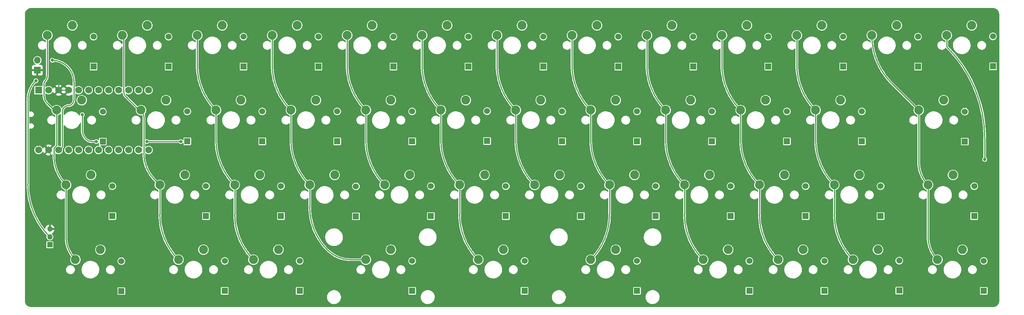
<source format=gbr>
%TF.GenerationSoftware,KiCad,Pcbnew,(6.0.7)*%
%TF.CreationDate,2022-12-27T00:19:56+01:00*%
%TF.ProjectId,Kestrel47,4b657374-7265-46c3-9437-2e6b69636164,rev?*%
%TF.SameCoordinates,Original*%
%TF.FileFunction,Copper,L1,Top*%
%TF.FilePolarity,Positive*%
%FSLAX46Y46*%
G04 Gerber Fmt 4.6, Leading zero omitted, Abs format (unit mm)*
G04 Created by KiCad (PCBNEW (6.0.7)) date 2022-12-27 00:19:56*
%MOMM*%
%LPD*%
G01*
G04 APERTURE LIST*
%TA.AperFunction,ComponentPad*%
%ADD10R,1.524000X1.524000*%
%TD*%
%TA.AperFunction,ComponentPad*%
%ADD11C,1.524000*%
%TD*%
%TA.AperFunction,ComponentPad*%
%ADD12C,2.250000*%
%TD*%
%TA.AperFunction,ComponentPad*%
%ADD13R,1.350000X1.350000*%
%TD*%
%TA.AperFunction,ComponentPad*%
%ADD14O,1.350000X1.350000*%
%TD*%
%TA.AperFunction,ComponentPad*%
%ADD15R,1.700000X1.700000*%
%TD*%
%TA.AperFunction,ComponentPad*%
%ADD16O,1.700000X1.700000*%
%TD*%
%TA.AperFunction,ComponentPad*%
%ADD17R,1.752600X1.752600*%
%TD*%
%TA.AperFunction,ComponentPad*%
%ADD18C,1.752600*%
%TD*%
%TA.AperFunction,ViaPad*%
%ADD19C,0.800000*%
%TD*%
%TA.AperFunction,Conductor*%
%ADD20C,0.250000*%
%TD*%
G04 APERTURE END LIST*
D10*
%TO.P,D29,1,K*%
%TO.N,ROW2*%
X176212500Y-68897500D03*
D11*
%TO.P,D29,2,A*%
%TO.N,Net-(D29-Pad2)*%
X176212500Y-61277500D03*
%TD*%
D10*
%TO.P,D7,1,K*%
%TO.N,ROW2*%
X61912500Y-68897500D03*
D11*
%TO.P,D7,2,A*%
%TO.N,Net-(D7-Pad2)*%
X61912500Y-61277500D03*
%TD*%
D12*
%TO.P,MX27,1,COL*%
%TO.N,COL7*%
X154940000Y-22860000D03*
%TO.P,MX27,2,ROW*%
%TO.N,Net-(D27-Pad2)*%
X161290000Y-20320000D03*
%TD*%
D10*
%TO.P,D43,1,K*%
%TO.N,ROW0*%
X242887500Y-30797500D03*
D11*
%TO.P,D43,2,A*%
%TO.N,Net-(D43-Pad2)*%
X242887500Y-23177500D03*
%TD*%
D10*
%TO.P,D47,1,K*%
%TO.N,ROW0*%
X261937500Y-30735000D03*
D11*
%TO.P,D47,2,A*%
%TO.N,Net-(D47-Pad2)*%
X261937500Y-23115000D03*
%TD*%
D12*
%TO.P,MX45,1,COL*%
%TO.N,COL11*%
X245427500Y-60960000D03*
%TO.P,MX45,2,ROW*%
%TO.N,Net-(D45-Pad2)*%
X251777500Y-58420000D03*
%TD*%
D10*
%TO.P,D17,1,K*%
%TO.N,ROW0*%
X109537500Y-30797500D03*
D11*
%TO.P,D17,2,A*%
%TO.N,Net-(D17-Pad2)*%
X109537500Y-23177500D03*
%TD*%
D12*
%TO.P,MX32,1,COL*%
%TO.N,COL8*%
X178752500Y-41910000D03*
%TO.P,MX32,2,ROW*%
%TO.N,Net-(D32-Pad2)*%
X185102500Y-39370000D03*
%TD*%
D10*
%TO.P,D38,1,K*%
%TO.N, ROW3*%
X219075000Y-87947500D03*
D11*
%TO.P,D38,2,A*%
%TO.N,Net-(D38-Pad2)*%
X219075000Y-80327500D03*
%TD*%
D10*
%TO.P,D2,1,K*%
%TO.N,ROW1*%
X35687000Y-49911000D03*
D11*
%TO.P,D2,2,A*%
%TO.N,Net-(D2-Pad2)*%
X35687000Y-42291000D03*
%TD*%
D12*
%TO.P,MX37,1,COL*%
%TO.N,COL9*%
X202565000Y-60960000D03*
%TO.P,MX37,2,ROW*%
%TO.N,Net-(D37-Pad2)*%
X208915000Y-58420000D03*
%TD*%
D10*
%TO.P,D18,1,K*%
%TO.N,ROW1*%
X114300000Y-49847500D03*
D11*
%TO.P,D18,2,A*%
%TO.N,Net-(D18-Pad2)*%
X114300000Y-42227500D03*
%TD*%
D12*
%TO.P,MX13,1,COL*%
%TO.N,COL3*%
X78740000Y-22860000D03*
%TO.P,MX13,2,ROW*%
%TO.N,Net-(D13-Pad2)*%
X85090000Y-20320000D03*
%TD*%
D10*
%TO.P,D46,1,K*%
%TO.N, ROW3*%
X259588000Y-87947500D03*
D11*
%TO.P,D46,2,A*%
%TO.N,Net-(D46-Pad2)*%
X259588000Y-80327500D03*
%TD*%
D12*
%TO.P,MX10,1,COL*%
%TO.N,COL2*%
X64452500Y-41910000D03*
%TO.P,MX10,2,ROW*%
%TO.N,Net-(D10-Pad2)*%
X70802500Y-39370000D03*
%TD*%
D10*
%TO.P,D31,1,K*%
%TO.N,ROW0*%
X185737500Y-30797500D03*
D11*
%TO.P,D31,2,A*%
%TO.N,Net-(D31-Pad2)*%
X185737500Y-23177500D03*
%TD*%
D12*
%TO.P,MX23,1,COL*%
%TO.N,COL5*%
X131127500Y-80010000D03*
%TO.P,MX23,2,ROW*%
%TO.N,Net-(D23-Pad2)*%
X137477500Y-77470000D03*
%TD*%
%TO.P,MX33,1,COL*%
%TO.N,COL8*%
X183515000Y-60960000D03*
%TO.P,MX33,2,ROW*%
%TO.N,Net-(D33-Pad2)*%
X189865000Y-58420000D03*
%TD*%
D10*
%TO.P,D8,1,K*%
%TO.N, ROW3*%
X66675000Y-87947500D03*
D11*
%TO.P,D8,2,A*%
%TO.N,Net-(D8-Pad2)*%
X66675000Y-80327500D03*
%TD*%
D12*
%TO.P,MX22,1,COL*%
%TO.N,COL5*%
X126365000Y-60960000D03*
%TO.P,MX22,2,ROW*%
%TO.N,Net-(D22-Pad2)*%
X132715000Y-58420000D03*
%TD*%
D10*
%TO.P,D22,1,K*%
%TO.N,ROW2*%
X138112500Y-68897500D03*
D11*
%TO.P,D22,2,A*%
%TO.N,Net-(D22-Pad2)*%
X138112500Y-61277500D03*
%TD*%
D10*
%TO.P,D37,1,K*%
%TO.N,ROW2*%
X214312500Y-68897500D03*
D11*
%TO.P,D37,2,A*%
%TO.N,Net-(D37-Pad2)*%
X214312500Y-61277500D03*
%TD*%
D12*
%TO.P,MX17,1,COL*%
%TO.N,COL4*%
X97790000Y-22860000D03*
%TO.P,MX17,2,ROW*%
%TO.N,Net-(D17-Pad2)*%
X104140000Y-20320000D03*
%TD*%
D10*
%TO.P,D16,1,K*%
%TO.N, ROW3*%
X114300000Y-87947500D03*
D11*
%TO.P,D16,2,A*%
%TO.N,Net-(D16-Pad2)*%
X114300000Y-80327500D03*
%TD*%
D12*
%TO.P,MX24,1,COL*%
%TO.N,COL6*%
X135890000Y-22860000D03*
%TO.P,MX24,2,ROW*%
%TO.N,Net-(D24-Pad2)*%
X142240000Y-20320000D03*
%TD*%
%TO.P,MX40,1,COL*%
%TO.N,COL10*%
X216852500Y-41910000D03*
%TO.P,MX40,2,ROW*%
%TO.N,Net-(D40-Pad2)*%
X223202500Y-39370000D03*
%TD*%
D10*
%TO.P,D15,1,K*%
%TO.N,ROW2*%
X100012500Y-68960000D03*
D11*
%TO.P,D15,2,A*%
%TO.N,Net-(D15-Pad2)*%
X100012500Y-61340000D03*
%TD*%
D12*
%TO.P,MX20,1,COL*%
%TO.N,COL5*%
X116840000Y-22860000D03*
%TO.P,MX20,2,ROW*%
%TO.N,Net-(D20-Pad2)*%
X123190000Y-20320000D03*
%TD*%
D10*
%TO.P,D6,1,K*%
%TO.N,ROW1*%
X57150000Y-49847500D03*
D11*
%TO.P,D6,2,A*%
%TO.N,Net-(D6-Pad2)*%
X57150000Y-42227500D03*
%TD*%
D12*
%TO.P,MX16,1,COL*%
%TO.N,COL3*%
X102552500Y-80010000D03*
%TO.P,MX16,2,ROW*%
%TO.N,Net-(D16-Pad2)*%
X108902500Y-77470000D03*
%TD*%
%TO.P,MX2,1,COL*%
%TO.N,COL0*%
X23962544Y-41911161D03*
%TO.P,MX2,2,ROW*%
%TO.N,Net-(D2-Pad2)*%
X30312544Y-39371161D03*
%TD*%
%TO.P,MX36,1,COL*%
%TO.N,COL9*%
X197802500Y-41910000D03*
%TO.P,MX36,2,ROW*%
%TO.N,Net-(D36-Pad2)*%
X204152500Y-39370000D03*
%TD*%
D10*
%TO.P,D24,1,K*%
%TO.N,ROW0*%
X147637500Y-30797500D03*
D11*
%TO.P,D24,2,A*%
%TO.N,Net-(D24-Pad2)*%
X147637500Y-23177500D03*
%TD*%
D12*
%TO.P,MX38,1,COL*%
%TO.N,COL9*%
X207327500Y-80010000D03*
%TO.P,MX38,2,ROW*%
%TO.N,Net-(D38-Pad2)*%
X213677500Y-77470000D03*
%TD*%
D10*
%TO.P,D19,1,K*%
%TO.N,ROW2*%
X119062500Y-68897500D03*
D11*
%TO.P,D19,2,A*%
%TO.N,Net-(D19-Pad2)*%
X119062500Y-61277500D03*
%TD*%
D12*
%TO.P,MX8,1,COL*%
%TO.N,COL1*%
X54927500Y-80010000D03*
%TO.P,MX8,2,ROW*%
%TO.N,Net-(D8-Pad2)*%
X61277500Y-77470000D03*
%TD*%
%TO.P,MX3,1,COL*%
%TO.N,COL0*%
X26352500Y-60960000D03*
%TO.P,MX3,2,ROW*%
%TO.N,Net-(D3-Pad2)*%
X32702500Y-58420000D03*
%TD*%
D10*
%TO.P,D9,1,K*%
%TO.N,ROW0*%
X71437500Y-30797500D03*
D11*
%TO.P,D9,2,A*%
%TO.N,Net-(D9-Pad2)*%
X71437500Y-23177500D03*
%TD*%
D10*
%TO.P,D1,1,K*%
%TO.N,ROW0*%
X33337500Y-30797500D03*
D11*
%TO.P,D1,2,A*%
%TO.N,Net-(D1-Pad2)*%
X33337500Y-23177500D03*
%TD*%
D10*
%TO.P,D32,1,K*%
%TO.N,ROW1*%
X190500000Y-49847500D03*
D11*
%TO.P,D32,2,A*%
%TO.N,Net-(D32-Pad2)*%
X190500000Y-42227500D03*
%TD*%
D12*
%TO.P,MX1,1,COL*%
%TO.N,COL0*%
X21590000Y-22860000D03*
%TO.P,MX1,2,ROW*%
%TO.N,Net-(D1-Pad2)*%
X27940000Y-20320000D03*
%TD*%
%TO.P,MX34,1,COL*%
%TO.N,COL8*%
X188277500Y-80010000D03*
%TO.P,MX34,2,ROW*%
%TO.N,Net-(D34-Pad2)*%
X194627500Y-77470000D03*
%TD*%
%TO.P,MX28,1,COL*%
%TO.N,COL7*%
X159702500Y-41910000D03*
%TO.P,MX28,2,ROW*%
%TO.N,Net-(D28-Pad2)*%
X166052500Y-39370000D03*
%TD*%
%TO.P,MX26,1,COL*%
%TO.N,COL6*%
X145415000Y-60960000D03*
%TO.P,MX26,2,ROW*%
%TO.N,Net-(D26-Pad2)*%
X151765000Y-58420000D03*
%TD*%
D10*
%TO.P,D3,1,K*%
%TO.N,ROW2*%
X38100000Y-68897500D03*
D11*
%TO.P,D3,2,A*%
%TO.N,Net-(D3-Pad2)*%
X38100000Y-61277500D03*
%TD*%
D12*
%TO.P,MX4,1,COL*%
%TO.N,COL0*%
X28727923Y-80010000D03*
%TO.P,MX4,2,ROW*%
%TO.N,Net-(D4-Pad2)*%
X35077923Y-77470000D03*
%TD*%
%TO.P,MX46,1,COL*%
%TO.N,COL11*%
X247824806Y-80010000D03*
%TO.P,MX46,2,ROW*%
%TO.N,Net-(D46-Pad2)*%
X254174806Y-77470000D03*
%TD*%
%TO.P,MX18,1,COL*%
%TO.N,COL4*%
X102552500Y-41910000D03*
%TO.P,MX18,2,ROW*%
%TO.N,Net-(D18-Pad2)*%
X108902500Y-39370000D03*
%TD*%
D10*
%TO.P,D42,1,K*%
%TO.N, ROW3*%
X238125000Y-87885000D03*
D11*
%TO.P,D42,2,A*%
%TO.N,Net-(D42-Pad2)*%
X238125000Y-80265000D03*
%TD*%
D12*
%TO.P,MX15,1,COL*%
%TO.N,COL3*%
X88265000Y-60960000D03*
%TO.P,MX15,2,ROW*%
%TO.N,Net-(D15-Pad2)*%
X94615000Y-58420000D03*
%TD*%
D10*
%TO.P,D21,1,K*%
%TO.N,ROW1*%
X133350000Y-49785000D03*
D11*
%TO.P,D21,2,A*%
%TO.N,Net-(D21-Pad2)*%
X133350000Y-42165000D03*
%TD*%
D10*
%TO.P,D28,1,K*%
%TO.N,ROW1*%
X171450000Y-49847500D03*
D11*
%TO.P,D28,2,A*%
%TO.N,Net-(D28-Pad2)*%
X171450000Y-42227500D03*
%TD*%
D12*
%TO.P,MX29,1,COL*%
%TO.N,COL7*%
X164465000Y-60960000D03*
%TO.P,MX29,2,ROW*%
%TO.N,Net-(D29-Pad2)*%
X170815000Y-58420000D03*
%TD*%
D10*
%TO.P,D40,1,K*%
%TO.N,ROW1*%
X228600000Y-49847500D03*
D11*
%TO.P,D40,2,A*%
%TO.N,Net-(D40-Pad2)*%
X228600000Y-42227500D03*
%TD*%
D12*
%TO.P,MX25,1,COL*%
%TO.N,COL6*%
X140652500Y-41910000D03*
%TO.P,MX25,2,ROW*%
%TO.N,Net-(D25-Pad2)*%
X147002500Y-39370000D03*
%TD*%
%TO.P,MX39,1,COL*%
%TO.N,COL10*%
X212090000Y-22860000D03*
%TO.P,MX39,2,ROW*%
%TO.N,Net-(D39-Pad2)*%
X218440000Y-20320000D03*
%TD*%
D10*
%TO.P,D45,1,K*%
%TO.N,ROW2*%
X257175000Y-68897500D03*
D11*
%TO.P,D45,2,A*%
%TO.N,Net-(D45-Pad2)*%
X257175000Y-61277500D03*
%TD*%
D10*
%TO.P,D4,1,K*%
%TO.N, ROW3*%
X40386000Y-88011000D03*
D11*
%TO.P,D4,2,A*%
%TO.N,Net-(D4-Pad2)*%
X40386000Y-80391000D03*
%TD*%
D12*
%TO.P,MX5,1,COL*%
%TO.N,COL1*%
X40640000Y-22860000D03*
%TO.P,MX5,2,ROW*%
%TO.N,Net-(D5-Pad2)*%
X46990000Y-20320000D03*
%TD*%
D10*
%TO.P,D34,1,K*%
%TO.N, ROW3*%
X200025000Y-87947500D03*
D11*
%TO.P,D34,2,A*%
%TO.N,Net-(D34-Pad2)*%
X200025000Y-80327500D03*
%TD*%
D12*
%TO.P,MX6,1,COL*%
%TO.N,COL1*%
X45402500Y-41910000D03*
%TO.P,MX6,2,ROW*%
%TO.N,Net-(D6-Pad2)*%
X51752500Y-39370000D03*
%TD*%
%TO.P,MX44,1,COL*%
%TO.N,COL11*%
X243062306Y-41910000D03*
%TO.P,MX44,2,ROW*%
%TO.N,Net-(D44-Pad2)*%
X249412306Y-39370000D03*
%TD*%
%TO.P,MX12,1,COL*%
%TO.N,COL2*%
X73977500Y-80010000D03*
%TO.P,MX12,2,ROW*%
%TO.N,Net-(D12-Pad2)*%
X80327500Y-77470000D03*
%TD*%
D10*
%TO.P,D14,1,K*%
%TO.N,ROW1*%
X95250000Y-49847500D03*
D11*
%TO.P,D14,2,A*%
%TO.N,Net-(D14-Pad2)*%
X95250000Y-42227500D03*
%TD*%
D10*
%TO.P,D10,1,K*%
%TO.N,ROW1*%
X76200000Y-49847500D03*
D11*
%TO.P,D10,2,A*%
%TO.N,Net-(D10-Pad2)*%
X76200000Y-42227500D03*
%TD*%
D10*
%TO.P,D26,1,K*%
%TO.N,ROW2*%
X157162500Y-68897500D03*
D11*
%TO.P,D26,2,A*%
%TO.N,Net-(D26-Pad2)*%
X157162500Y-61277500D03*
%TD*%
D10*
%TO.P,D5,1,K*%
%TO.N,ROW0*%
X52387500Y-30797500D03*
D11*
%TO.P,D5,2,A*%
%TO.N,Net-(D5-Pad2)*%
X52387500Y-23177500D03*
%TD*%
D10*
%TO.P,D25,1,K*%
%TO.N,ROW1*%
X152400000Y-49847500D03*
D11*
%TO.P,D25,2,A*%
%TO.N,Net-(D25-Pad2)*%
X152400000Y-42227500D03*
%TD*%
D12*
%TO.P,MX31,1,COL*%
%TO.N,COL8*%
X173990000Y-22860000D03*
%TO.P,MX31,2,ROW*%
%TO.N,Net-(D31-Pad2)*%
X180340000Y-20320000D03*
%TD*%
%TO.P,MX19,1,COL*%
%TO.N,COL4*%
X107315000Y-60960000D03*
%TO.P,MX19,2,ROW*%
%TO.N,Net-(D19-Pad2)*%
X113665000Y-58420000D03*
%TD*%
%TO.P,MX7,1,COL*%
%TO.N,COL1*%
X50165000Y-60960000D03*
%TO.P,MX7,2,ROW*%
%TO.N,Net-(D7-Pad2)*%
X56515000Y-58420000D03*
%TD*%
D10*
%TO.P,D33,1,K*%
%TO.N,ROW2*%
X195262500Y-68897500D03*
D11*
%TO.P,D33,2,A*%
%TO.N,Net-(D33-Pad2)*%
X195262500Y-61277500D03*
%TD*%
D10*
%TO.P,D35,1,K*%
%TO.N,ROW0*%
X204787500Y-30797500D03*
D11*
%TO.P,D35,2,A*%
%TO.N,Net-(D35-Pad2)*%
X204787500Y-23177500D03*
%TD*%
D10*
%TO.P,D20,1,K*%
%TO.N,ROW0*%
X128587500Y-30797500D03*
D11*
%TO.P,D20,2,A*%
%TO.N,Net-(D20-Pad2)*%
X128587500Y-23177500D03*
%TD*%
D10*
%TO.P,D23,1,K*%
%TO.N, ROW3*%
X142875000Y-87947500D03*
D11*
%TO.P,D23,2,A*%
%TO.N,Net-(D23-Pad2)*%
X142875000Y-80327500D03*
%TD*%
D12*
%TO.P,MX42,1,COL*%
%TO.N,COL10*%
X226377500Y-80010000D03*
%TO.P,MX42,2,ROW*%
%TO.N,Net-(D42-Pad2)*%
X232727500Y-77470000D03*
%TD*%
%TO.P,MX11,1,COL*%
%TO.N,COL2*%
X69215000Y-60960000D03*
%TO.P,MX11,2,ROW*%
%TO.N,Net-(D11-Pad2)*%
X75565000Y-58420000D03*
%TD*%
D10*
%TO.P,D27,1,K*%
%TO.N,ROW0*%
X166687500Y-30797500D03*
D11*
%TO.P,D27,2,A*%
%TO.N,Net-(D27-Pad2)*%
X166687500Y-23177500D03*
%TD*%
D10*
%TO.P,D12,1,K*%
%TO.N, ROW3*%
X85725000Y-87947500D03*
D11*
%TO.P,D12,2,A*%
%TO.N,Net-(D12-Pad2)*%
X85725000Y-80327500D03*
%TD*%
D12*
%TO.P,MX47,1,COL*%
%TO.N,COL12*%
X250190000Y-22860000D03*
%TO.P,MX47,2,ROW*%
%TO.N,Net-(D47-Pad2)*%
X256540000Y-20320000D03*
%TD*%
%TO.P,MX43,1,COL*%
%TO.N,COL11*%
X231140000Y-22860000D03*
%TO.P,MX43,2,ROW*%
%TO.N,Net-(D43-Pad2)*%
X237490000Y-20320000D03*
%TD*%
%TO.P,MX14,1,COL*%
%TO.N,COL3*%
X83502500Y-41910000D03*
%TO.P,MX14,2,ROW*%
%TO.N,Net-(D14-Pad2)*%
X89852500Y-39370000D03*
%TD*%
D10*
%TO.P,D41,1,K*%
%TO.N,ROW2*%
X233362500Y-68897500D03*
D11*
%TO.P,D41,2,A*%
%TO.N,Net-(D41-Pad2)*%
X233362500Y-61277500D03*
%TD*%
D10*
%TO.P,D44,1,K*%
%TO.N,ROW1*%
X254762000Y-49911000D03*
D11*
%TO.P,D44,2,A*%
%TO.N,Net-(D44-Pad2)*%
X254762000Y-42291000D03*
%TD*%
D10*
%TO.P,D39,1,K*%
%TO.N,ROW0*%
X223837500Y-30797500D03*
D11*
%TO.P,D39,2,A*%
%TO.N,Net-(D39-Pad2)*%
X223837500Y-23177500D03*
%TD*%
D10*
%TO.P,D30,1,K*%
%TO.N, ROW3*%
X171450000Y-87947500D03*
D11*
%TO.P,D30,2,A*%
%TO.N,Net-(D30-Pad2)*%
X171450000Y-80327500D03*
%TD*%
D12*
%TO.P,MX9,1,COL*%
%TO.N,COL2*%
X59690000Y-22860000D03*
%TO.P,MX9,2,ROW*%
%TO.N,Net-(D9-Pad2)*%
X66040000Y-20320000D03*
%TD*%
D10*
%TO.P,D36,1,K*%
%TO.N,ROW1*%
X209550000Y-49847500D03*
D11*
%TO.P,D36,2,A*%
%TO.N,Net-(D36-Pad2)*%
X209550000Y-42227500D03*
%TD*%
D10*
%TO.P,D13,1,K*%
%TO.N,ROW0*%
X90487500Y-30797500D03*
D11*
%TO.P,D13,2,A*%
%TO.N,Net-(D13-Pad2)*%
X90487500Y-23177500D03*
%TD*%
D12*
%TO.P,MX30,1,COL*%
%TO.N,COL7*%
X159702500Y-80010000D03*
%TO.P,MX30,2,ROW*%
%TO.N,Net-(D30-Pad2)*%
X166052500Y-77470000D03*
%TD*%
%TO.P,MX35,1,COL*%
%TO.N,COL9*%
X193040000Y-22860000D03*
%TO.P,MX35,2,ROW*%
%TO.N,Net-(D35-Pad2)*%
X199390000Y-20320000D03*
%TD*%
%TO.P,MX21,1,COL*%
%TO.N,COL5*%
X121602500Y-41910000D03*
%TO.P,MX21,2,ROW*%
%TO.N,Net-(D21-Pad2)*%
X127952500Y-39370000D03*
%TD*%
D10*
%TO.P,D11,1,K*%
%TO.N,ROW2*%
X80962500Y-68897500D03*
D11*
%TO.P,D11,2,A*%
%TO.N,Net-(D11-Pad2)*%
X80962500Y-61277500D03*
%TD*%
D12*
%TO.P,MX41,1,COL*%
%TO.N,COL10*%
X221615000Y-60960000D03*
%TO.P,MX41,2,ROW*%
%TO.N,Net-(D41-Pad2)*%
X227965000Y-58420000D03*
%TD*%
D13*
%TO.P,J1,1,Pin_1*%
%TO.N,VCC*%
X22225000Y-76200000D03*
D14*
%TO.P,J1,2,Pin_2*%
%TO.N,RGB*%
X22225000Y-74200000D03*
%TO.P,J1,3,Pin_3*%
%TO.N,GND*%
X22225000Y-72200000D03*
%TD*%
D15*
%TO.P,SW1,1,1*%
%TO.N,GND*%
X19050000Y-31750000D03*
D16*
%TO.P,SW1,2,2*%
%TO.N,Net-(SW1-Pad2)*%
X19050000Y-29210000D03*
%TD*%
D17*
%TO.P,U1,1,TX0/PD3*%
%TO.N, ROW3*%
X19367500Y-36830000D03*
D18*
%TO.P,U1,2,RX1/PD2*%
%TO.N,RGB*%
X21907500Y-36830000D03*
%TO.P,U1,3,GND*%
%TO.N,GND*%
X24447500Y-36830000D03*
%TO.P,U1,4,GND*%
X26987500Y-36830000D03*
%TO.P,U1,5,2/PD1*%
%TO.N,ROW1*%
X29527500Y-36830000D03*
%TO.P,U1,6,3/PD0*%
%TO.N,ROW0*%
X32067500Y-36830000D03*
%TO.P,U1,7,4/PD4*%
%TO.N,COL11*%
X34607500Y-36830000D03*
%TO.P,U1,8,5/PC6*%
%TO.N,COL9*%
X37147500Y-36830000D03*
%TO.P,U1,9,6/PD7*%
%TO.N,COL7*%
X39687500Y-36830000D03*
%TO.P,U1,10,7/PE6*%
%TO.N,COL5*%
X42227500Y-36830000D03*
%TO.P,U1,11,8/PB4*%
%TO.N,COL3*%
X44767500Y-36830000D03*
%TO.P,U1,12,9/PB5*%
%TO.N,COL1*%
X47307500Y-36830000D03*
%TO.P,U1,13,10/PB6*%
%TO.N,COL12*%
X47307500Y-52070000D03*
%TO.P,U1,14,16/PB2*%
%TO.N,COL10*%
X44767500Y-52070000D03*
%TO.P,U1,15,14/PB3*%
%TO.N,COL8*%
X42227500Y-52070000D03*
%TO.P,U1,16,15/PB1*%
%TO.N,COL6*%
X39687500Y-52070000D03*
%TO.P,U1,17,A0/PF7*%
%TO.N,COL4*%
X37147500Y-52070000D03*
%TO.P,U1,18,A1/PF6*%
%TO.N,COL2*%
X34607500Y-52070000D03*
%TO.P,U1,19,A2/PF5*%
%TO.N,COL0*%
X32067500Y-52070000D03*
%TO.P,U1,20,A3/PF4*%
%TO.N,ROW2*%
X29527500Y-52070000D03*
%TO.P,U1,21,VCC*%
%TO.N,VCC*%
X26987500Y-52070000D03*
%TO.P,U1,22,RST*%
%TO.N,Net-(SW1-Pad2)*%
X24447500Y-52070000D03*
%TO.P,U1,23,GND*%
%TO.N,GND*%
X21907500Y-52070000D03*
%TO.P,U1,24,RAW*%
%TO.N,RAW*%
X19367500Y-52070000D03*
%TD*%
D19*
%TO.N,GND*%
X21082000Y-46101000D03*
%TO.N,ROW1*%
X55499000Y-49911000D03*
X46863000Y-49911000D03*
X34036000Y-49911000D03*
X30480000Y-43053000D03*
%TO.N,COL12*%
X259842000Y-54483000D03*
%TO.N,GND*%
X22098000Y-39116000D03*
X22860000Y-31750000D03*
%TO.N,Net-(SW1-Pad2)*%
X22860000Y-29210000D03*
%TO.N,RGB*%
X18669000Y-34417000D03*
%TD*%
D20*
%TO.N,GND*%
X21082000Y-46101000D02*
X21082000Y-50077067D01*
%TO.N,ROW1*%
X46863000Y-49911000D02*
X55499000Y-49911000D01*
X32902025Y-49911000D02*
X34036000Y-49911000D01*
X32902025Y-49910989D02*
G75*
G02*
X31369000Y-49276000I-25J2167989D01*
G01*
X30480000Y-43053000D02*
X30480000Y-47129765D01*
X31369001Y-49275999D02*
G75*
G02*
X30480000Y-47129765I2146239J2146239D01*
G01*
%TO.N,COL0*%
X26352500Y-60960000D02*
X26352500Y-74275222D01*
X23962544Y-41911161D02*
X23962544Y-50856061D01*
X23246200Y-51572405D02*
X23246200Y-53460729D01*
X23962544Y-50856061D02*
X23246200Y-51572405D01*
X21590000Y-22860000D02*
X21590000Y-33190580D01*
X21717000Y-40386000D02*
X22732773Y-41401773D01*
X20701000Y-35336815D02*
X20701000Y-37933160D01*
X20701007Y-35336815D02*
G75*
G02*
X21082000Y-34417000I1300793J15D01*
G01*
X28727922Y-80010001D02*
G75*
G02*
X26352500Y-74275222I5734788J5734781D01*
G01*
X23962544Y-41911129D02*
G75*
G02*
X22732773Y-41401773I-44J1739129D01*
G01*
X21717000Y-40386000D02*
G75*
G02*
X20701000Y-37933160I2452840J2452840D01*
G01*
X26352500Y-60960000D02*
G75*
G02*
X23246200Y-53460729I7499270J7499270D01*
G01*
X21082006Y-34417006D02*
G75*
G03*
X21590000Y-33190580I-1226406J1226406D01*
G01*
%TO.N,COL1*%
X40640000Y-22860000D02*
X40998741Y-23218741D01*
X46101000Y-43596328D02*
X46101000Y-52959000D01*
X50165000Y-60960000D02*
X50165000Y-68512308D01*
X48884879Y-59679880D02*
X50165000Y-60960000D01*
X40998741Y-23218741D02*
X40998741Y-37200842D01*
X41529000Y-38481000D02*
X44643691Y-41595691D01*
X48884871Y-59679888D02*
G75*
G02*
X46101000Y-52959000I6720929J6720888D01*
G01*
X45402500Y-41910005D02*
G75*
G02*
X44643691Y-41595691I0J1073105D01*
G01*
X54927502Y-80009998D02*
G75*
G02*
X50165000Y-68512308I11497698J11497698D01*
G01*
X45402500Y-41910003D02*
G75*
G02*
X44860495Y-41685493I0J766503D01*
G01*
X41529012Y-38480988D02*
G75*
G02*
X40998741Y-37200842I1280188J1280188D01*
G01*
X46100988Y-43596328D02*
G75*
G03*
X45402500Y-41910000I-2384788J28D01*
G01*
%TO.N,COL2*%
X69215000Y-60960000D02*
X69215000Y-68512308D01*
X64452500Y-41910000D02*
X64452500Y-49462308D01*
X59690000Y-22860000D02*
X59690000Y-30412308D01*
X64452502Y-41909998D02*
G75*
G02*
X59690000Y-30412308I11497698J11497698D01*
G01*
X73977502Y-80009998D02*
G75*
G02*
X69215000Y-68512308I11497698J11497698D01*
G01*
X69215002Y-60959998D02*
G75*
G02*
X64452500Y-49462308I11497698J11497698D01*
G01*
%TO.N,COL3*%
X98662497Y-80010000D02*
X102552500Y-80010000D01*
X78740000Y-22860000D02*
X78740000Y-30412308D01*
X83502500Y-41910000D02*
X83502500Y-49462308D01*
X88265000Y-60960000D02*
X88265000Y-66559216D01*
X88265002Y-60959998D02*
G75*
G02*
X83502500Y-49462308I11497698J11497698D01*
G01*
X98662497Y-80010001D02*
G75*
G02*
X92837000Y-77597000I3J8238501D01*
G01*
X92837005Y-77596995D02*
G75*
G02*
X88265000Y-66559216I11037795J11037795D01*
G01*
X83502502Y-41909998D02*
G75*
G02*
X78740000Y-30412308I11497698J11497698D01*
G01*
%TO.N,COL4*%
X102552500Y-41910000D02*
X102552500Y-49462308D01*
X97790000Y-22860000D02*
X97790000Y-30412308D01*
X102552502Y-41909998D02*
G75*
G02*
X97790000Y-30412308I11497698J11497698D01*
G01*
X107315002Y-60959998D02*
G75*
G02*
X102552500Y-49462308I11497698J11497698D01*
G01*
%TO.N,COL5*%
X116840000Y-22860000D02*
X116840000Y-30412308D01*
X126365000Y-60960000D02*
X126365000Y-68512308D01*
X121602500Y-41910000D02*
X121602500Y-49462308D01*
X126365002Y-60959998D02*
G75*
G02*
X121602500Y-49462308I11497698J11497698D01*
G01*
X121602502Y-41909998D02*
G75*
G02*
X116840000Y-30412308I11497698J11497698D01*
G01*
X131127502Y-80009998D02*
G75*
G02*
X126365000Y-68512308I11497698J11497698D01*
G01*
%TO.N,COL6*%
X135890000Y-22860000D02*
X135890000Y-30412308D01*
X140652500Y-41910000D02*
X140652500Y-49462308D01*
X140652502Y-41909998D02*
G75*
G02*
X135890000Y-30412308I11497698J11497698D01*
G01*
X145415002Y-60959998D02*
G75*
G02*
X140652500Y-49462308I11497698J11497698D01*
G01*
%TO.N,COL7*%
X164465000Y-60960000D02*
X164465000Y-68512308D01*
X159702500Y-41910000D02*
X159702500Y-49462308D01*
X154940000Y-22860000D02*
X154940000Y-30412308D01*
X159702502Y-41909998D02*
G75*
G02*
X154940000Y-30412308I11497698J11497698D01*
G01*
X159702498Y-80009998D02*
G75*
G03*
X164465000Y-68512308I-11497698J11497698D01*
G01*
X164465002Y-60959998D02*
G75*
G02*
X159702500Y-49462308I11497698J11497698D01*
G01*
%TO.N,COL8*%
X173990000Y-22860000D02*
X173990000Y-30412308D01*
X183515000Y-60960000D02*
X183515000Y-68512308D01*
X178752500Y-41910000D02*
X178752500Y-49462308D01*
X183515002Y-60959998D02*
G75*
G02*
X178752500Y-49462308I11497698J11497698D01*
G01*
X188277502Y-80009998D02*
G75*
G02*
X183515000Y-68512308I11497698J11497698D01*
G01*
X178752502Y-41909998D02*
G75*
G02*
X173990000Y-30412308I11497698J11497698D01*
G01*
%TO.N,COL9*%
X197802500Y-41910000D02*
X197802500Y-49462308D01*
X193040000Y-22860000D02*
X193040000Y-30412308D01*
X202565000Y-60960000D02*
X202565000Y-68512308D01*
X197802502Y-41909998D02*
G75*
G02*
X193040000Y-30412308I11497698J11497698D01*
G01*
X202565002Y-60959998D02*
G75*
G02*
X197802500Y-49462308I11497698J11497698D01*
G01*
X207327502Y-80009998D02*
G75*
G02*
X202565000Y-68512308I11497698J11497698D01*
G01*
%TO.N,COL10*%
X221615000Y-60960000D02*
X221615000Y-68512308D01*
X216852500Y-41910000D02*
X216852500Y-49462308D01*
X212090000Y-22860000D02*
X212090000Y-30412308D01*
X226377502Y-80009998D02*
G75*
G02*
X221615000Y-68512308I11497698J11497698D01*
G01*
X216852502Y-41909998D02*
G75*
G02*
X212090000Y-30412308I11497698J11497698D01*
G01*
X221615002Y-60959998D02*
G75*
G02*
X216852500Y-49462308I11497698J11497698D01*
G01*
%TO.N,COL11*%
X236180041Y-35027735D02*
X243062306Y-41910000D01*
X245427500Y-60960000D02*
X245427500Y-74222392D01*
X243062306Y-41910000D02*
X243062306Y-55249917D01*
X245427505Y-60959995D02*
G75*
G02*
X243062306Y-55249917I5710095J5710095D01*
G01*
X247824805Y-80010001D02*
G75*
G02*
X245427500Y-74222392I5787595J5787601D01*
G01*
X236180036Y-35027740D02*
G75*
G02*
X231140000Y-22860000I12167764J12167740D01*
G01*
%TO.N,COL12*%
X259842000Y-49067847D02*
X259842000Y-54483000D01*
X250190000Y-22860000D02*
X250190000Y-25765858D01*
X259841963Y-49067847D02*
G75*
G03*
X250190000Y-25765858I-32953963J47D01*
G01*
%TO.N,GND*%
X22352000Y-53143117D02*
X22352000Y-71893395D01*
X24447500Y-36830000D02*
X26987500Y-36830000D01*
X22098000Y-39116000D02*
X24339099Y-36874901D01*
X24447500Y-33337500D02*
X24447500Y-36830000D01*
X21907502Y-52069998D02*
G75*
G02*
X21082000Y-50077067I1992938J1992938D01*
G01*
X22351992Y-53143117D02*
G75*
G03*
X21907500Y-52070000I-1517592J17D01*
G01*
X22225002Y-72200002D02*
G75*
G03*
X22352000Y-71893395I-306602J306602D01*
G01*
X24447500Y-33337500D02*
G75*
G03*
X22860000Y-31750000I-1587500J0D01*
G01*
%TO.N,Net-(SW1-Pad2)*%
X25400000Y-51117500D02*
X25400000Y-42291000D01*
X28321000Y-39370000D02*
X28321000Y-34671000D01*
X28321000Y-39370000D02*
G75*
G02*
X26924000Y-40767000I-1397000J0D01*
G01*
X25400000Y-51117500D02*
G75*
G02*
X24447500Y-52070000I-952500J0D01*
G01*
X22860000Y-29210000D02*
G75*
G02*
X28321000Y-34671000I0J-5461000D01*
G01*
X26924000Y-40767000D02*
G75*
G03*
X25400000Y-42291000I0J-1524000D01*
G01*
%TO.N,RGB*%
X16637000Y-60709375D02*
X16637000Y-39322681D01*
X18668999Y-34416999D02*
G75*
G03*
X16637000Y-39322681I4905681J-4905681D01*
G01*
X16637003Y-60709375D02*
G75*
G03*
X22225001Y-74199999I19078617J-5D01*
G01*
%TD*%
%TA.AperFunction,Conductor*%
%TO.N,GND*%
G36*
X261941989Y-15876321D02*
G01*
X262076237Y-15885923D01*
X262077133Y-15885990D01*
X262159231Y-15892451D01*
X262176129Y-15894943D01*
X262295846Y-15920986D01*
X262298477Y-15921587D01*
X262346668Y-15933156D01*
X262391837Y-15944001D01*
X262406454Y-15948464D01*
X262518750Y-15990349D01*
X262522934Y-15991995D01*
X262613984Y-16029708D01*
X262626153Y-16035530D01*
X262730443Y-16092477D01*
X262735892Y-16095631D01*
X262820730Y-16147620D01*
X262830405Y-16154185D01*
X262925150Y-16225111D01*
X262931470Y-16230167D01*
X263007415Y-16295029D01*
X263014680Y-16301746D01*
X263098254Y-16385320D01*
X263104971Y-16392585D01*
X263169833Y-16468530D01*
X263174889Y-16474850D01*
X263245815Y-16569595D01*
X263252380Y-16579270D01*
X263304369Y-16664108D01*
X263307523Y-16669557D01*
X263364470Y-16773847D01*
X263370292Y-16786016D01*
X263408005Y-16877066D01*
X263409651Y-16881250D01*
X263451536Y-16993546D01*
X263456000Y-17008165D01*
X263478413Y-17101523D01*
X263479014Y-17104154D01*
X263505057Y-17223871D01*
X263507549Y-17240769D01*
X263514010Y-17322867D01*
X263514077Y-17323763D01*
X263523679Y-17458011D01*
X263524000Y-17467000D01*
X263524000Y-90483000D01*
X263523679Y-90491989D01*
X263514077Y-90626237D01*
X263514010Y-90627133D01*
X263507549Y-90709231D01*
X263505057Y-90726129D01*
X263479014Y-90845846D01*
X263478413Y-90848477D01*
X263456000Y-90941835D01*
X263451536Y-90956454D01*
X263409651Y-91068750D01*
X263408005Y-91072934D01*
X263370292Y-91163984D01*
X263364470Y-91176153D01*
X263307523Y-91280443D01*
X263304369Y-91285892D01*
X263252380Y-91370730D01*
X263245815Y-91380405D01*
X263174889Y-91475150D01*
X263169833Y-91481470D01*
X263104971Y-91557415D01*
X263098254Y-91564680D01*
X263014680Y-91648254D01*
X263007415Y-91654971D01*
X262931470Y-91719833D01*
X262925150Y-91724889D01*
X262830405Y-91795815D01*
X262820730Y-91802380D01*
X262735892Y-91854369D01*
X262730443Y-91857523D01*
X262626153Y-91914470D01*
X262613984Y-91920292D01*
X262522934Y-91958005D01*
X262518750Y-91959651D01*
X262406454Y-92001536D01*
X262391837Y-92005999D01*
X262346668Y-92016844D01*
X262298477Y-92028413D01*
X262295846Y-92029014D01*
X262176129Y-92055057D01*
X262159231Y-92057549D01*
X262077133Y-92064010D01*
X262076237Y-92064077D01*
X261941989Y-92073679D01*
X261933000Y-92074000D01*
X17467000Y-92074000D01*
X17458011Y-92073679D01*
X17323763Y-92064077D01*
X17322867Y-92064010D01*
X17240769Y-92057549D01*
X17223871Y-92055057D01*
X17104154Y-92029014D01*
X17101523Y-92028413D01*
X17053332Y-92016844D01*
X17008163Y-92005999D01*
X16993546Y-92001536D01*
X16881250Y-91959651D01*
X16877066Y-91958005D01*
X16786016Y-91920292D01*
X16773847Y-91914470D01*
X16669557Y-91857523D01*
X16664108Y-91854369D01*
X16579270Y-91802380D01*
X16569595Y-91795815D01*
X16474850Y-91724889D01*
X16468530Y-91719833D01*
X16392585Y-91654971D01*
X16385320Y-91648254D01*
X16301746Y-91564680D01*
X16295029Y-91557415D01*
X16230167Y-91481470D01*
X16225111Y-91475150D01*
X16154185Y-91380405D01*
X16147620Y-91370730D01*
X16095631Y-91285892D01*
X16092477Y-91280443D01*
X16035530Y-91176153D01*
X16029708Y-91163984D01*
X15991995Y-91072934D01*
X15990349Y-91068750D01*
X15948464Y-90956454D01*
X15944000Y-90941835D01*
X15921587Y-90848477D01*
X15920986Y-90845846D01*
X15894943Y-90726129D01*
X15892451Y-90709231D01*
X15885990Y-90627133D01*
X15885923Y-90626237D01*
X15876321Y-90491989D01*
X15876000Y-90483000D01*
X15876000Y-89643634D01*
X92680093Y-89643634D01*
X92715660Y-89904974D01*
X92789464Y-90158186D01*
X92899885Y-90397707D01*
X92902448Y-90401616D01*
X93041931Y-90614363D01*
X93041935Y-90614368D01*
X93044497Y-90618276D01*
X93220122Y-90815048D01*
X93422903Y-90983699D01*
X93535644Y-91052112D01*
X93644388Y-91118100D01*
X93644393Y-91118102D01*
X93648385Y-91120525D01*
X93891614Y-91222519D01*
X94147247Y-91287442D01*
X94331326Y-91305977D01*
X94363170Y-91309184D01*
X94363171Y-91309184D01*
X94366309Y-91309500D01*
X94523210Y-91309500D01*
X94525535Y-91309327D01*
X94525541Y-91309327D01*
X94714621Y-91295276D01*
X94714625Y-91295275D01*
X94719273Y-91294930D01*
X94723821Y-91293901D01*
X94723827Y-91293900D01*
X94911856Y-91251353D01*
X94976518Y-91236721D01*
X95013039Y-91222519D01*
X95217976Y-91142824D01*
X95217979Y-91142822D01*
X95222334Y-91141129D01*
X95226388Y-91138812D01*
X95226392Y-91138810D01*
X95348970Y-91068750D01*
X95451320Y-91010252D01*
X95658447Y-90846967D01*
X95839163Y-90654861D01*
X95841829Y-90651018D01*
X95986836Y-90441990D01*
X95986839Y-90441985D01*
X95989498Y-90438152D01*
X96106151Y-90201603D01*
X96186559Y-89950410D01*
X96228955Y-89690092D01*
X96229563Y-89643634D01*
X116492593Y-89643634D01*
X116528160Y-89904974D01*
X116601964Y-90158186D01*
X116712385Y-90397707D01*
X116714948Y-90401616D01*
X116854431Y-90614363D01*
X116854435Y-90614368D01*
X116856997Y-90618276D01*
X117032622Y-90815048D01*
X117235403Y-90983699D01*
X117348144Y-91052112D01*
X117456888Y-91118100D01*
X117456893Y-91118102D01*
X117460885Y-91120525D01*
X117704114Y-91222519D01*
X117959747Y-91287442D01*
X118143826Y-91305977D01*
X118175670Y-91309184D01*
X118175671Y-91309184D01*
X118178809Y-91309500D01*
X118335710Y-91309500D01*
X118338035Y-91309327D01*
X118338041Y-91309327D01*
X118527121Y-91295276D01*
X118527125Y-91295275D01*
X118531773Y-91294930D01*
X118536321Y-91293901D01*
X118536327Y-91293900D01*
X118724356Y-91251353D01*
X118789018Y-91236721D01*
X118825539Y-91222519D01*
X119030476Y-91142824D01*
X119030479Y-91142822D01*
X119034834Y-91141129D01*
X119038888Y-91138812D01*
X119038892Y-91138810D01*
X119161470Y-91068750D01*
X119263820Y-91010252D01*
X119470947Y-90846967D01*
X119651663Y-90654861D01*
X119654329Y-90651018D01*
X119799336Y-90441990D01*
X119799339Y-90441985D01*
X119801998Y-90438152D01*
X119918651Y-90201603D01*
X119999059Y-89950410D01*
X120041455Y-89690092D01*
X120042063Y-89643634D01*
X149830093Y-89643634D01*
X149865660Y-89904974D01*
X149939464Y-90158186D01*
X150049885Y-90397707D01*
X150052448Y-90401616D01*
X150191931Y-90614363D01*
X150191935Y-90614368D01*
X150194497Y-90618276D01*
X150370122Y-90815048D01*
X150572903Y-90983699D01*
X150685644Y-91052112D01*
X150794388Y-91118100D01*
X150794393Y-91118102D01*
X150798385Y-91120525D01*
X151041614Y-91222519D01*
X151297247Y-91287442D01*
X151481326Y-91305977D01*
X151513170Y-91309184D01*
X151513171Y-91309184D01*
X151516309Y-91309500D01*
X151673210Y-91309500D01*
X151675535Y-91309327D01*
X151675541Y-91309327D01*
X151864621Y-91295276D01*
X151864625Y-91295275D01*
X151869273Y-91294930D01*
X151873821Y-91293901D01*
X151873827Y-91293900D01*
X152061856Y-91251353D01*
X152126518Y-91236721D01*
X152163039Y-91222519D01*
X152367976Y-91142824D01*
X152367979Y-91142822D01*
X152372334Y-91141129D01*
X152376388Y-91138812D01*
X152376392Y-91138810D01*
X152498970Y-91068750D01*
X152601320Y-91010252D01*
X152808447Y-90846967D01*
X152989163Y-90654861D01*
X152991829Y-90651018D01*
X153136836Y-90441990D01*
X153136839Y-90441985D01*
X153139498Y-90438152D01*
X153256151Y-90201603D01*
X153336559Y-89950410D01*
X153378955Y-89690092D01*
X153379563Y-89643634D01*
X173642593Y-89643634D01*
X173678160Y-89904974D01*
X173751964Y-90158186D01*
X173862385Y-90397707D01*
X173864948Y-90401616D01*
X174004431Y-90614363D01*
X174004435Y-90614368D01*
X174006997Y-90618276D01*
X174182622Y-90815048D01*
X174385403Y-90983699D01*
X174498144Y-91052112D01*
X174606888Y-91118100D01*
X174606893Y-91118102D01*
X174610885Y-91120525D01*
X174854114Y-91222519D01*
X175109747Y-91287442D01*
X175293826Y-91305977D01*
X175325670Y-91309184D01*
X175325671Y-91309184D01*
X175328809Y-91309500D01*
X175485710Y-91309500D01*
X175488035Y-91309327D01*
X175488041Y-91309327D01*
X175677121Y-91295276D01*
X175677125Y-91295275D01*
X175681773Y-91294930D01*
X175686321Y-91293901D01*
X175686327Y-91293900D01*
X175874356Y-91251353D01*
X175939018Y-91236721D01*
X175975539Y-91222519D01*
X176180476Y-91142824D01*
X176180479Y-91142822D01*
X176184834Y-91141129D01*
X176188888Y-91138812D01*
X176188892Y-91138810D01*
X176311470Y-91068750D01*
X176413820Y-91010252D01*
X176620947Y-90846967D01*
X176801663Y-90654861D01*
X176804329Y-90651018D01*
X176949336Y-90441990D01*
X176949339Y-90441985D01*
X176951998Y-90438152D01*
X177068651Y-90201603D01*
X177149059Y-89950410D01*
X177191455Y-89690092D01*
X177194907Y-89426366D01*
X177159340Y-89165026D01*
X177085536Y-88911814D01*
X177001372Y-88729248D01*
X199062500Y-88729248D01*
X199074133Y-88787731D01*
X199118448Y-88854052D01*
X199184769Y-88898367D01*
X199196938Y-88900788D01*
X199196939Y-88900788D01*
X199230985Y-88907560D01*
X199243252Y-88910000D01*
X200806748Y-88910000D01*
X200819015Y-88907560D01*
X200853061Y-88900788D01*
X200853062Y-88900788D01*
X200865231Y-88898367D01*
X200931552Y-88854052D01*
X200975867Y-88787731D01*
X200987500Y-88729248D01*
X218112500Y-88729248D01*
X218124133Y-88787731D01*
X218168448Y-88854052D01*
X218234769Y-88898367D01*
X218246938Y-88900788D01*
X218246939Y-88900788D01*
X218280985Y-88907560D01*
X218293252Y-88910000D01*
X219856748Y-88910000D01*
X219869015Y-88907560D01*
X219903061Y-88900788D01*
X219903062Y-88900788D01*
X219915231Y-88898367D01*
X219981552Y-88854052D01*
X220025867Y-88787731D01*
X220037500Y-88729248D01*
X220037500Y-88666748D01*
X237162500Y-88666748D01*
X237174133Y-88725231D01*
X237218448Y-88791552D01*
X237284769Y-88835867D01*
X237296938Y-88838288D01*
X237296939Y-88838288D01*
X237324344Y-88843739D01*
X237343252Y-88847500D01*
X238906748Y-88847500D01*
X238925656Y-88843739D01*
X238953061Y-88838288D01*
X238953062Y-88838288D01*
X238965231Y-88835867D01*
X239031552Y-88791552D01*
X239073183Y-88729248D01*
X258625500Y-88729248D01*
X258637133Y-88787731D01*
X258681448Y-88854052D01*
X258747769Y-88898367D01*
X258759938Y-88900788D01*
X258759939Y-88900788D01*
X258793985Y-88907560D01*
X258806252Y-88910000D01*
X260369748Y-88910000D01*
X260382015Y-88907560D01*
X260416061Y-88900788D01*
X260416062Y-88900788D01*
X260428231Y-88898367D01*
X260494552Y-88854052D01*
X260538867Y-88787731D01*
X260550500Y-88729248D01*
X260550500Y-87165752D01*
X260538867Y-87107269D01*
X260494552Y-87040948D01*
X260428231Y-86996633D01*
X260416062Y-86994212D01*
X260416061Y-86994212D01*
X260375816Y-86986207D01*
X260369748Y-86985000D01*
X258806252Y-86985000D01*
X258800184Y-86986207D01*
X258759939Y-86994212D01*
X258759938Y-86994212D01*
X258747769Y-86996633D01*
X258681448Y-87040948D01*
X258637133Y-87107269D01*
X258625500Y-87165752D01*
X258625500Y-88729248D01*
X239073183Y-88729248D01*
X239075867Y-88725231D01*
X239087500Y-88666748D01*
X239087500Y-87103252D01*
X239075867Y-87044769D01*
X239031552Y-86978448D01*
X238965231Y-86934133D01*
X238953062Y-86931712D01*
X238953061Y-86931712D01*
X238912816Y-86923707D01*
X238906748Y-86922500D01*
X237343252Y-86922500D01*
X237337184Y-86923707D01*
X237296939Y-86931712D01*
X237296938Y-86931712D01*
X237284769Y-86934133D01*
X237218448Y-86978448D01*
X237174133Y-87044769D01*
X237162500Y-87103252D01*
X237162500Y-88666748D01*
X220037500Y-88666748D01*
X220037500Y-87165752D01*
X220025867Y-87107269D01*
X219981552Y-87040948D01*
X219915231Y-86996633D01*
X219903062Y-86994212D01*
X219903061Y-86994212D01*
X219862816Y-86986207D01*
X219856748Y-86985000D01*
X218293252Y-86985000D01*
X218287184Y-86986207D01*
X218246939Y-86994212D01*
X218246938Y-86994212D01*
X218234769Y-86996633D01*
X218168448Y-87040948D01*
X218124133Y-87107269D01*
X218112500Y-87165752D01*
X218112500Y-88729248D01*
X200987500Y-88729248D01*
X200987500Y-87165752D01*
X200975867Y-87107269D01*
X200931552Y-87040948D01*
X200865231Y-86996633D01*
X200853062Y-86994212D01*
X200853061Y-86994212D01*
X200812816Y-86986207D01*
X200806748Y-86985000D01*
X199243252Y-86985000D01*
X199237184Y-86986207D01*
X199196939Y-86994212D01*
X199196938Y-86994212D01*
X199184769Y-86996633D01*
X199118448Y-87040948D01*
X199074133Y-87107269D01*
X199062500Y-87165752D01*
X199062500Y-88729248D01*
X177001372Y-88729248D01*
X176975115Y-88672293D01*
X176943321Y-88623799D01*
X176833069Y-88455637D01*
X176833065Y-88455632D01*
X176830503Y-88451724D01*
X176654878Y-88254952D01*
X176452097Y-88086301D01*
X176339356Y-88017888D01*
X176230612Y-87951900D01*
X176230607Y-87951898D01*
X176226615Y-87949475D01*
X175983386Y-87847481D01*
X175727753Y-87782558D01*
X175543674Y-87764023D01*
X175511830Y-87760816D01*
X175511829Y-87760816D01*
X175508691Y-87760500D01*
X175351790Y-87760500D01*
X175349465Y-87760673D01*
X175349459Y-87760673D01*
X175160379Y-87774724D01*
X175160375Y-87774725D01*
X175155727Y-87775070D01*
X175151179Y-87776099D01*
X175151173Y-87776100D01*
X174963144Y-87818647D01*
X174898482Y-87833279D01*
X174894130Y-87834971D01*
X174894128Y-87834972D01*
X174657024Y-87927176D01*
X174657021Y-87927178D01*
X174652666Y-87928871D01*
X174648612Y-87931188D01*
X174648608Y-87931190D01*
X174556882Y-87983616D01*
X174423680Y-88059748D01*
X174216553Y-88223033D01*
X174035837Y-88415139D01*
X173885502Y-88631848D01*
X173883436Y-88636037D01*
X173883435Y-88636039D01*
X173803163Y-88798816D01*
X173768849Y-88868397D01*
X173767427Y-88872840D01*
X173767426Y-88872842D01*
X173756313Y-88907560D01*
X173688441Y-89119590D01*
X173646045Y-89379908D01*
X173642593Y-89643634D01*
X153379563Y-89643634D01*
X153382407Y-89426366D01*
X153346840Y-89165026D01*
X153273036Y-88911814D01*
X153188872Y-88729248D01*
X170487500Y-88729248D01*
X170499133Y-88787731D01*
X170543448Y-88854052D01*
X170609769Y-88898367D01*
X170621938Y-88900788D01*
X170621939Y-88900788D01*
X170655985Y-88907560D01*
X170668252Y-88910000D01*
X172231748Y-88910000D01*
X172244015Y-88907560D01*
X172278061Y-88900788D01*
X172278062Y-88900788D01*
X172290231Y-88898367D01*
X172356552Y-88854052D01*
X172400867Y-88787731D01*
X172412500Y-88729248D01*
X172412500Y-87165752D01*
X172400867Y-87107269D01*
X172356552Y-87040948D01*
X172290231Y-86996633D01*
X172278062Y-86994212D01*
X172278061Y-86994212D01*
X172237816Y-86986207D01*
X172231748Y-86985000D01*
X170668252Y-86985000D01*
X170662184Y-86986207D01*
X170621939Y-86994212D01*
X170621938Y-86994212D01*
X170609769Y-86996633D01*
X170543448Y-87040948D01*
X170499133Y-87107269D01*
X170487500Y-87165752D01*
X170487500Y-88729248D01*
X153188872Y-88729248D01*
X153162615Y-88672293D01*
X153130821Y-88623799D01*
X153020569Y-88455637D01*
X153020565Y-88455632D01*
X153018003Y-88451724D01*
X152842378Y-88254952D01*
X152639597Y-88086301D01*
X152526856Y-88017888D01*
X152418112Y-87951900D01*
X152418107Y-87951898D01*
X152414115Y-87949475D01*
X152170886Y-87847481D01*
X151915253Y-87782558D01*
X151731174Y-87764023D01*
X151699330Y-87760816D01*
X151699329Y-87760816D01*
X151696191Y-87760500D01*
X151539290Y-87760500D01*
X151536965Y-87760673D01*
X151536959Y-87760673D01*
X151347879Y-87774724D01*
X151347875Y-87774725D01*
X151343227Y-87775070D01*
X151338679Y-87776099D01*
X151338673Y-87776100D01*
X151150644Y-87818647D01*
X151085982Y-87833279D01*
X151081630Y-87834971D01*
X151081628Y-87834972D01*
X150844524Y-87927176D01*
X150844521Y-87927178D01*
X150840166Y-87928871D01*
X150836112Y-87931188D01*
X150836108Y-87931190D01*
X150744382Y-87983616D01*
X150611180Y-88059748D01*
X150404053Y-88223033D01*
X150223337Y-88415139D01*
X150073002Y-88631848D01*
X150070936Y-88636037D01*
X150070935Y-88636039D01*
X149990663Y-88798816D01*
X149956349Y-88868397D01*
X149954927Y-88872840D01*
X149954926Y-88872842D01*
X149943813Y-88907560D01*
X149875941Y-89119590D01*
X149833545Y-89379908D01*
X149830093Y-89643634D01*
X120042063Y-89643634D01*
X120044907Y-89426366D01*
X120009340Y-89165026D01*
X119935536Y-88911814D01*
X119851372Y-88729248D01*
X141912500Y-88729248D01*
X141924133Y-88787731D01*
X141968448Y-88854052D01*
X142034769Y-88898367D01*
X142046938Y-88900788D01*
X142046939Y-88900788D01*
X142080985Y-88907560D01*
X142093252Y-88910000D01*
X143656748Y-88910000D01*
X143669015Y-88907560D01*
X143703061Y-88900788D01*
X143703062Y-88900788D01*
X143715231Y-88898367D01*
X143781552Y-88854052D01*
X143825867Y-88787731D01*
X143837500Y-88729248D01*
X143837500Y-87165752D01*
X143825867Y-87107269D01*
X143781552Y-87040948D01*
X143715231Y-86996633D01*
X143703062Y-86994212D01*
X143703061Y-86994212D01*
X143662816Y-86986207D01*
X143656748Y-86985000D01*
X142093252Y-86985000D01*
X142087184Y-86986207D01*
X142046939Y-86994212D01*
X142046938Y-86994212D01*
X142034769Y-86996633D01*
X141968448Y-87040948D01*
X141924133Y-87107269D01*
X141912500Y-87165752D01*
X141912500Y-88729248D01*
X119851372Y-88729248D01*
X119825115Y-88672293D01*
X119793321Y-88623799D01*
X119683069Y-88455637D01*
X119683065Y-88455632D01*
X119680503Y-88451724D01*
X119504878Y-88254952D01*
X119302097Y-88086301D01*
X119189356Y-88017888D01*
X119080612Y-87951900D01*
X119080607Y-87951898D01*
X119076615Y-87949475D01*
X118833386Y-87847481D01*
X118577753Y-87782558D01*
X118393674Y-87764023D01*
X118361830Y-87760816D01*
X118361829Y-87760816D01*
X118358691Y-87760500D01*
X118201790Y-87760500D01*
X118199465Y-87760673D01*
X118199459Y-87760673D01*
X118010379Y-87774724D01*
X118010375Y-87774725D01*
X118005727Y-87775070D01*
X118001179Y-87776099D01*
X118001173Y-87776100D01*
X117813144Y-87818647D01*
X117748482Y-87833279D01*
X117744130Y-87834971D01*
X117744128Y-87834972D01*
X117507024Y-87927176D01*
X117507021Y-87927178D01*
X117502666Y-87928871D01*
X117498612Y-87931188D01*
X117498608Y-87931190D01*
X117406882Y-87983616D01*
X117273680Y-88059748D01*
X117066553Y-88223033D01*
X116885837Y-88415139D01*
X116735502Y-88631848D01*
X116733436Y-88636037D01*
X116733435Y-88636039D01*
X116653163Y-88798816D01*
X116618849Y-88868397D01*
X116617427Y-88872840D01*
X116617426Y-88872842D01*
X116606313Y-88907560D01*
X116538441Y-89119590D01*
X116496045Y-89379908D01*
X116492593Y-89643634D01*
X96229563Y-89643634D01*
X96232407Y-89426366D01*
X96196840Y-89165026D01*
X96123036Y-88911814D01*
X96038872Y-88729248D01*
X113337500Y-88729248D01*
X113349133Y-88787731D01*
X113393448Y-88854052D01*
X113459769Y-88898367D01*
X113471938Y-88900788D01*
X113471939Y-88900788D01*
X113505985Y-88907560D01*
X113518252Y-88910000D01*
X115081748Y-88910000D01*
X115094015Y-88907560D01*
X115128061Y-88900788D01*
X115128062Y-88900788D01*
X115140231Y-88898367D01*
X115206552Y-88854052D01*
X115250867Y-88787731D01*
X115262500Y-88729248D01*
X115262500Y-87165752D01*
X115250867Y-87107269D01*
X115206552Y-87040948D01*
X115140231Y-86996633D01*
X115128062Y-86994212D01*
X115128061Y-86994212D01*
X115087816Y-86986207D01*
X115081748Y-86985000D01*
X113518252Y-86985000D01*
X113512184Y-86986207D01*
X113471939Y-86994212D01*
X113471938Y-86994212D01*
X113459769Y-86996633D01*
X113393448Y-87040948D01*
X113349133Y-87107269D01*
X113337500Y-87165752D01*
X113337500Y-88729248D01*
X96038872Y-88729248D01*
X96012615Y-88672293D01*
X95980821Y-88623799D01*
X95870569Y-88455637D01*
X95870565Y-88455632D01*
X95868003Y-88451724D01*
X95692378Y-88254952D01*
X95489597Y-88086301D01*
X95376856Y-88017888D01*
X95268112Y-87951900D01*
X95268107Y-87951898D01*
X95264115Y-87949475D01*
X95020886Y-87847481D01*
X94765253Y-87782558D01*
X94581174Y-87764023D01*
X94549330Y-87760816D01*
X94549329Y-87760816D01*
X94546191Y-87760500D01*
X94389290Y-87760500D01*
X94386965Y-87760673D01*
X94386959Y-87760673D01*
X94197879Y-87774724D01*
X94197875Y-87774725D01*
X94193227Y-87775070D01*
X94188679Y-87776099D01*
X94188673Y-87776100D01*
X94000644Y-87818647D01*
X93935982Y-87833279D01*
X93931630Y-87834971D01*
X93931628Y-87834972D01*
X93694524Y-87927176D01*
X93694521Y-87927178D01*
X93690166Y-87928871D01*
X93686112Y-87931188D01*
X93686108Y-87931190D01*
X93594382Y-87983616D01*
X93461180Y-88059748D01*
X93254053Y-88223033D01*
X93073337Y-88415139D01*
X92923002Y-88631848D01*
X92920936Y-88636037D01*
X92920935Y-88636039D01*
X92840663Y-88798816D01*
X92806349Y-88868397D01*
X92804927Y-88872840D01*
X92804926Y-88872842D01*
X92793813Y-88907560D01*
X92725941Y-89119590D01*
X92683545Y-89379908D01*
X92680093Y-89643634D01*
X15876000Y-89643634D01*
X15876000Y-88792748D01*
X39423500Y-88792748D01*
X39435133Y-88851231D01*
X39479448Y-88917552D01*
X39545769Y-88961867D01*
X39557938Y-88964288D01*
X39557939Y-88964288D01*
X39598184Y-88972293D01*
X39604252Y-88973500D01*
X41167748Y-88973500D01*
X41173816Y-88972293D01*
X41214061Y-88964288D01*
X41214062Y-88964288D01*
X41226231Y-88961867D01*
X41292552Y-88917552D01*
X41336867Y-88851231D01*
X41348500Y-88792748D01*
X41348500Y-88729248D01*
X65712500Y-88729248D01*
X65724133Y-88787731D01*
X65768448Y-88854052D01*
X65834769Y-88898367D01*
X65846938Y-88900788D01*
X65846939Y-88900788D01*
X65880985Y-88907560D01*
X65893252Y-88910000D01*
X67456748Y-88910000D01*
X67469015Y-88907560D01*
X67503061Y-88900788D01*
X67503062Y-88900788D01*
X67515231Y-88898367D01*
X67581552Y-88854052D01*
X67625867Y-88787731D01*
X67637500Y-88729248D01*
X84762500Y-88729248D01*
X84774133Y-88787731D01*
X84818448Y-88854052D01*
X84884769Y-88898367D01*
X84896938Y-88900788D01*
X84896939Y-88900788D01*
X84930985Y-88907560D01*
X84943252Y-88910000D01*
X86506748Y-88910000D01*
X86519015Y-88907560D01*
X86553061Y-88900788D01*
X86553062Y-88900788D01*
X86565231Y-88898367D01*
X86631552Y-88854052D01*
X86675867Y-88787731D01*
X86687500Y-88729248D01*
X86687500Y-87165752D01*
X86675867Y-87107269D01*
X86631552Y-87040948D01*
X86565231Y-86996633D01*
X86553062Y-86994212D01*
X86553061Y-86994212D01*
X86512816Y-86986207D01*
X86506748Y-86985000D01*
X84943252Y-86985000D01*
X84937184Y-86986207D01*
X84896939Y-86994212D01*
X84896938Y-86994212D01*
X84884769Y-86996633D01*
X84818448Y-87040948D01*
X84774133Y-87107269D01*
X84762500Y-87165752D01*
X84762500Y-88729248D01*
X67637500Y-88729248D01*
X67637500Y-87165752D01*
X67625867Y-87107269D01*
X67581552Y-87040948D01*
X67515231Y-86996633D01*
X67503062Y-86994212D01*
X67503061Y-86994212D01*
X67462816Y-86986207D01*
X67456748Y-86985000D01*
X65893252Y-86985000D01*
X65887184Y-86986207D01*
X65846939Y-86994212D01*
X65846938Y-86994212D01*
X65834769Y-86996633D01*
X65768448Y-87040948D01*
X65724133Y-87107269D01*
X65712500Y-87165752D01*
X65712500Y-88729248D01*
X41348500Y-88729248D01*
X41348500Y-87229252D01*
X41336867Y-87170769D01*
X41292552Y-87104448D01*
X41226231Y-87060133D01*
X41214062Y-87057712D01*
X41214061Y-87057712D01*
X41173816Y-87049707D01*
X41167748Y-87048500D01*
X39604252Y-87048500D01*
X39598184Y-87049707D01*
X39557939Y-87057712D01*
X39557938Y-87057712D01*
X39545769Y-87060133D01*
X39479448Y-87104448D01*
X39435133Y-87170769D01*
X39423500Y-87229252D01*
X39423500Y-88792748D01*
X15876000Y-88792748D01*
X15876000Y-82494769D01*
X26328653Y-82494769D01*
X26338582Y-82709306D01*
X26388901Y-82918094D01*
X26391383Y-82923552D01*
X26391384Y-82923556D01*
X26437894Y-83025849D01*
X26477792Y-83113600D01*
X26602049Y-83288770D01*
X26606372Y-83292909D01*
X26606376Y-83292913D01*
X26695330Y-83378068D01*
X26757188Y-83437284D01*
X26937612Y-83553782D01*
X27136810Y-83634061D01*
X27241181Y-83654443D01*
X27343148Y-83674356D01*
X27343151Y-83674356D01*
X27347594Y-83675224D01*
X27353237Y-83675500D01*
X27511587Y-83675500D01*
X27671718Y-83660222D01*
X27677474Y-83658533D01*
X27677476Y-83658533D01*
X27768543Y-83631817D01*
X27877799Y-83599765D01*
X27883127Y-83597021D01*
X28063399Y-83504175D01*
X28063402Y-83504173D01*
X28068730Y-83501429D01*
X28237621Y-83368763D01*
X28378378Y-83206554D01*
X28485924Y-83020655D01*
X28556376Y-82817774D01*
X28571259Y-82715131D01*
X28586332Y-82611171D01*
X28586332Y-82611168D01*
X28587193Y-82605231D01*
X28586817Y-82597108D01*
X30288993Y-82597108D01*
X30289356Y-82601256D01*
X30289356Y-82601260D01*
X30314614Y-82889964D01*
X30314615Y-82889972D01*
X30314979Y-82894130D01*
X30315893Y-82898219D01*
X30364037Y-83113600D01*
X30380020Y-83185105D01*
X30482973Y-83464923D01*
X30484920Y-83468616D01*
X30484921Y-83468618D01*
X30502220Y-83501429D01*
X30622029Y-83728666D01*
X30794745Y-83971701D01*
X30797589Y-83974751D01*
X30797594Y-83974757D01*
X30995237Y-84186703D01*
X30998087Y-84189759D01*
X31228482Y-84379008D01*
X31481883Y-84536123D01*
X31485695Y-84537836D01*
X31750020Y-84656629D01*
X31750026Y-84656631D01*
X31753837Y-84658344D01*
X31757843Y-84659538D01*
X31757845Y-84659539D01*
X31896702Y-84700933D01*
X32039567Y-84743523D01*
X32334052Y-84790165D01*
X32379324Y-84792221D01*
X32425892Y-84794336D01*
X32425911Y-84794336D01*
X32427311Y-84794400D01*
X32613548Y-84794400D01*
X32835424Y-84779663D01*
X33127697Y-84720730D01*
X33409609Y-84623660D01*
X33413342Y-84621791D01*
X33413346Y-84621789D01*
X33672463Y-84492033D01*
X33672465Y-84492032D01*
X33676207Y-84490158D01*
X33922806Y-84322570D01*
X34145074Y-84123839D01*
X34339107Y-83897457D01*
X34341381Y-83893955D01*
X34341385Y-83893950D01*
X34499215Y-83650913D01*
X34499218Y-83650908D01*
X34501494Y-83647403D01*
X34629384Y-83378068D01*
X34656725Y-83292913D01*
X34719249Y-83098172D01*
X34719249Y-83098171D01*
X34720529Y-83094185D01*
X34734820Y-83014759D01*
X34772588Y-82804850D01*
X34772589Y-82804845D01*
X34773327Y-82800741D01*
X34777480Y-82709306D01*
X34786664Y-82507062D01*
X34786664Y-82507056D01*
X34786853Y-82502892D01*
X34786490Y-82498740D01*
X34786143Y-82494769D01*
X36488653Y-82494769D01*
X36498582Y-82709306D01*
X36548901Y-82918094D01*
X36551383Y-82923552D01*
X36551384Y-82923556D01*
X36597894Y-83025849D01*
X36637792Y-83113600D01*
X36762049Y-83288770D01*
X36766372Y-83292909D01*
X36766376Y-83292913D01*
X36855330Y-83378068D01*
X36917188Y-83437284D01*
X37097612Y-83553782D01*
X37296810Y-83634061D01*
X37401181Y-83654443D01*
X37503148Y-83674356D01*
X37503151Y-83674356D01*
X37507594Y-83675224D01*
X37513237Y-83675500D01*
X37671587Y-83675500D01*
X37831718Y-83660222D01*
X37837474Y-83658533D01*
X37837476Y-83658533D01*
X37928543Y-83631817D01*
X38037799Y-83599765D01*
X38043127Y-83597021D01*
X38223399Y-83504175D01*
X38223402Y-83504173D01*
X38228730Y-83501429D01*
X38397621Y-83368763D01*
X38538378Y-83206554D01*
X38645924Y-83020655D01*
X38716376Y-82817774D01*
X38731259Y-82715131D01*
X38746332Y-82611171D01*
X38746332Y-82611168D01*
X38747193Y-82605231D01*
X38742081Y-82494769D01*
X52528230Y-82494769D01*
X52538159Y-82709306D01*
X52588478Y-82918094D01*
X52590960Y-82923552D01*
X52590961Y-82923556D01*
X52637471Y-83025849D01*
X52677369Y-83113600D01*
X52801626Y-83288770D01*
X52805949Y-83292909D01*
X52805953Y-83292913D01*
X52894907Y-83378068D01*
X52956765Y-83437284D01*
X53137189Y-83553782D01*
X53336387Y-83634061D01*
X53440758Y-83654443D01*
X53542725Y-83674356D01*
X53542728Y-83674356D01*
X53547171Y-83675224D01*
X53552814Y-83675500D01*
X53711164Y-83675500D01*
X53871295Y-83660222D01*
X53877051Y-83658533D01*
X53877053Y-83658533D01*
X53968120Y-83631817D01*
X54077376Y-83599765D01*
X54082704Y-83597021D01*
X54262976Y-83504175D01*
X54262979Y-83504173D01*
X54268307Y-83501429D01*
X54437198Y-83368763D01*
X54577955Y-83206554D01*
X54685501Y-83020655D01*
X54755953Y-82817774D01*
X54770836Y-82715131D01*
X54785909Y-82611171D01*
X54785909Y-82611168D01*
X54786770Y-82605231D01*
X54786394Y-82597108D01*
X56488570Y-82597108D01*
X56488933Y-82601256D01*
X56488933Y-82601260D01*
X56514191Y-82889964D01*
X56514192Y-82889972D01*
X56514556Y-82894130D01*
X56515470Y-82898219D01*
X56563614Y-83113600D01*
X56579597Y-83185105D01*
X56682550Y-83464923D01*
X56684497Y-83468616D01*
X56684498Y-83468618D01*
X56701797Y-83501429D01*
X56821606Y-83728666D01*
X56994322Y-83971701D01*
X56997166Y-83974751D01*
X56997171Y-83974757D01*
X57194814Y-84186703D01*
X57197664Y-84189759D01*
X57428059Y-84379008D01*
X57681460Y-84536123D01*
X57685272Y-84537836D01*
X57949597Y-84656629D01*
X57949603Y-84656631D01*
X57953414Y-84658344D01*
X57957420Y-84659538D01*
X57957422Y-84659539D01*
X58096279Y-84700933D01*
X58239144Y-84743523D01*
X58533629Y-84790165D01*
X58578901Y-84792221D01*
X58625469Y-84794336D01*
X58625488Y-84794336D01*
X58626888Y-84794400D01*
X58813125Y-84794400D01*
X59035001Y-84779663D01*
X59327274Y-84720730D01*
X59609186Y-84623660D01*
X59612919Y-84621791D01*
X59612923Y-84621789D01*
X59872040Y-84492033D01*
X59872042Y-84492032D01*
X59875784Y-84490158D01*
X60122383Y-84322570D01*
X60344651Y-84123839D01*
X60538684Y-83897457D01*
X60540958Y-83893955D01*
X60540962Y-83893950D01*
X60698792Y-83650913D01*
X60698795Y-83650908D01*
X60701071Y-83647403D01*
X60828961Y-83378068D01*
X60856302Y-83292913D01*
X60918826Y-83098172D01*
X60918826Y-83098171D01*
X60920106Y-83094185D01*
X60934397Y-83014759D01*
X60972165Y-82804850D01*
X60972166Y-82804845D01*
X60972904Y-82800741D01*
X60977057Y-82709306D01*
X60986241Y-82507062D01*
X60986241Y-82507056D01*
X60986430Y-82502892D01*
X60986067Y-82498740D01*
X60985720Y-82494769D01*
X62688230Y-82494769D01*
X62698159Y-82709306D01*
X62748478Y-82918094D01*
X62750960Y-82923552D01*
X62750961Y-82923556D01*
X62797471Y-83025849D01*
X62837369Y-83113600D01*
X62961626Y-83288770D01*
X62965949Y-83292909D01*
X62965953Y-83292913D01*
X63054907Y-83378068D01*
X63116765Y-83437284D01*
X63297189Y-83553782D01*
X63496387Y-83634061D01*
X63600758Y-83654443D01*
X63702725Y-83674356D01*
X63702728Y-83674356D01*
X63707171Y-83675224D01*
X63712814Y-83675500D01*
X63871164Y-83675500D01*
X64031295Y-83660222D01*
X64037051Y-83658533D01*
X64037053Y-83658533D01*
X64128120Y-83631817D01*
X64237376Y-83599765D01*
X64242704Y-83597021D01*
X64422976Y-83504175D01*
X64422979Y-83504173D01*
X64428307Y-83501429D01*
X64597198Y-83368763D01*
X64737955Y-83206554D01*
X64845501Y-83020655D01*
X64915953Y-82817774D01*
X64930836Y-82715131D01*
X64945909Y-82611171D01*
X64945909Y-82611168D01*
X64946770Y-82605231D01*
X64941658Y-82494769D01*
X71578230Y-82494769D01*
X71588159Y-82709306D01*
X71638478Y-82918094D01*
X71640960Y-82923552D01*
X71640961Y-82923556D01*
X71687471Y-83025849D01*
X71727369Y-83113600D01*
X71851626Y-83288770D01*
X71855949Y-83292909D01*
X71855953Y-83292913D01*
X71944907Y-83378068D01*
X72006765Y-83437284D01*
X72187189Y-83553782D01*
X72386387Y-83634061D01*
X72490758Y-83654443D01*
X72592725Y-83674356D01*
X72592728Y-83674356D01*
X72597171Y-83675224D01*
X72602814Y-83675500D01*
X72761164Y-83675500D01*
X72921295Y-83660222D01*
X72927051Y-83658533D01*
X72927053Y-83658533D01*
X73018120Y-83631817D01*
X73127376Y-83599765D01*
X73132704Y-83597021D01*
X73312976Y-83504175D01*
X73312979Y-83504173D01*
X73318307Y-83501429D01*
X73487198Y-83368763D01*
X73627955Y-83206554D01*
X73735501Y-83020655D01*
X73805953Y-82817774D01*
X73820836Y-82715131D01*
X73835909Y-82611171D01*
X73835909Y-82611168D01*
X73836770Y-82605231D01*
X73836394Y-82597108D01*
X75538570Y-82597108D01*
X75538933Y-82601256D01*
X75538933Y-82601260D01*
X75564191Y-82889964D01*
X75564192Y-82889972D01*
X75564556Y-82894130D01*
X75565470Y-82898219D01*
X75613614Y-83113600D01*
X75629597Y-83185105D01*
X75732550Y-83464923D01*
X75734497Y-83468616D01*
X75734498Y-83468618D01*
X75751797Y-83501429D01*
X75871606Y-83728666D01*
X76044322Y-83971701D01*
X76047166Y-83974751D01*
X76047171Y-83974757D01*
X76244814Y-84186703D01*
X76247664Y-84189759D01*
X76478059Y-84379008D01*
X76731460Y-84536123D01*
X76735272Y-84537836D01*
X76999597Y-84656629D01*
X76999603Y-84656631D01*
X77003414Y-84658344D01*
X77007420Y-84659538D01*
X77007422Y-84659539D01*
X77146279Y-84700933D01*
X77289144Y-84743523D01*
X77583629Y-84790165D01*
X77628901Y-84792221D01*
X77675469Y-84794336D01*
X77675488Y-84794336D01*
X77676888Y-84794400D01*
X77863125Y-84794400D01*
X78085001Y-84779663D01*
X78377274Y-84720730D01*
X78659186Y-84623660D01*
X78662919Y-84621791D01*
X78662923Y-84621789D01*
X78922040Y-84492033D01*
X78922042Y-84492032D01*
X78925784Y-84490158D01*
X79172383Y-84322570D01*
X79394651Y-84123839D01*
X79588684Y-83897457D01*
X79590958Y-83893955D01*
X79590962Y-83893950D01*
X79748792Y-83650913D01*
X79748795Y-83650908D01*
X79751071Y-83647403D01*
X79878961Y-83378068D01*
X79906302Y-83292913D01*
X79968826Y-83098172D01*
X79968826Y-83098171D01*
X79970106Y-83094185D01*
X79984397Y-83014759D01*
X80022165Y-82804850D01*
X80022166Y-82804845D01*
X80022904Y-82800741D01*
X80027057Y-82709306D01*
X80036241Y-82507062D01*
X80036241Y-82507056D01*
X80036430Y-82502892D01*
X80036067Y-82498740D01*
X80035720Y-82494769D01*
X81738230Y-82494769D01*
X81748159Y-82709306D01*
X81798478Y-82918094D01*
X81800960Y-82923552D01*
X81800961Y-82923556D01*
X81847471Y-83025849D01*
X81887369Y-83113600D01*
X82011626Y-83288770D01*
X82015949Y-83292909D01*
X82015953Y-83292913D01*
X82104907Y-83378068D01*
X82166765Y-83437284D01*
X82347189Y-83553782D01*
X82546387Y-83634061D01*
X82650758Y-83654443D01*
X82752725Y-83674356D01*
X82752728Y-83674356D01*
X82757171Y-83675224D01*
X82762814Y-83675500D01*
X82921164Y-83675500D01*
X83081295Y-83660222D01*
X83087051Y-83658533D01*
X83087053Y-83658533D01*
X83178120Y-83631817D01*
X83287376Y-83599765D01*
X83292704Y-83597021D01*
X83472976Y-83504175D01*
X83472979Y-83504173D01*
X83478307Y-83501429D01*
X83647198Y-83368763D01*
X83787955Y-83206554D01*
X83895501Y-83020655D01*
X83965953Y-82817774D01*
X83980836Y-82715131D01*
X83995909Y-82611171D01*
X83995909Y-82611168D01*
X83996770Y-82605231D01*
X83991658Y-82494769D01*
X100153230Y-82494769D01*
X100163159Y-82709306D01*
X100213478Y-82918094D01*
X100215960Y-82923552D01*
X100215961Y-82923556D01*
X100262471Y-83025849D01*
X100302369Y-83113600D01*
X100426626Y-83288770D01*
X100430949Y-83292909D01*
X100430953Y-83292913D01*
X100519907Y-83378068D01*
X100581765Y-83437284D01*
X100762189Y-83553782D01*
X100961387Y-83634061D01*
X101065758Y-83654443D01*
X101167725Y-83674356D01*
X101167728Y-83674356D01*
X101172171Y-83675224D01*
X101177814Y-83675500D01*
X101336164Y-83675500D01*
X101496295Y-83660222D01*
X101502051Y-83658533D01*
X101502053Y-83658533D01*
X101593120Y-83631817D01*
X101702376Y-83599765D01*
X101707704Y-83597021D01*
X101887976Y-83504175D01*
X101887979Y-83504173D01*
X101893307Y-83501429D01*
X102062198Y-83368763D01*
X102202955Y-83206554D01*
X102310501Y-83020655D01*
X102380953Y-82817774D01*
X102395836Y-82715131D01*
X102410909Y-82611171D01*
X102410909Y-82611168D01*
X102411770Y-82605231D01*
X102411394Y-82597108D01*
X104113570Y-82597108D01*
X104113933Y-82601256D01*
X104113933Y-82601260D01*
X104139191Y-82889964D01*
X104139192Y-82889972D01*
X104139556Y-82894130D01*
X104140470Y-82898219D01*
X104188614Y-83113600D01*
X104204597Y-83185105D01*
X104307550Y-83464923D01*
X104309497Y-83468616D01*
X104309498Y-83468618D01*
X104326797Y-83501429D01*
X104446606Y-83728666D01*
X104619322Y-83971701D01*
X104622166Y-83974751D01*
X104622171Y-83974757D01*
X104819814Y-84186703D01*
X104822664Y-84189759D01*
X105053059Y-84379008D01*
X105306460Y-84536123D01*
X105310272Y-84537836D01*
X105574597Y-84656629D01*
X105574603Y-84656631D01*
X105578414Y-84658344D01*
X105582420Y-84659538D01*
X105582422Y-84659539D01*
X105721279Y-84700933D01*
X105864144Y-84743523D01*
X106158629Y-84790165D01*
X106203901Y-84792221D01*
X106250469Y-84794336D01*
X106250488Y-84794336D01*
X106251888Y-84794400D01*
X106438125Y-84794400D01*
X106660001Y-84779663D01*
X106952274Y-84720730D01*
X107234186Y-84623660D01*
X107237919Y-84621791D01*
X107237923Y-84621789D01*
X107497040Y-84492033D01*
X107497042Y-84492032D01*
X107500784Y-84490158D01*
X107747383Y-84322570D01*
X107969651Y-84123839D01*
X108163684Y-83897457D01*
X108165958Y-83893955D01*
X108165962Y-83893950D01*
X108323792Y-83650913D01*
X108323795Y-83650908D01*
X108326071Y-83647403D01*
X108453961Y-83378068D01*
X108481302Y-83292913D01*
X108543826Y-83098172D01*
X108543826Y-83098171D01*
X108545106Y-83094185D01*
X108559397Y-83014759D01*
X108597165Y-82804850D01*
X108597166Y-82804845D01*
X108597904Y-82800741D01*
X108602057Y-82709306D01*
X108611241Y-82507062D01*
X108611241Y-82507056D01*
X108611430Y-82502892D01*
X108611067Y-82498740D01*
X108610720Y-82494769D01*
X110313230Y-82494769D01*
X110323159Y-82709306D01*
X110373478Y-82918094D01*
X110375960Y-82923552D01*
X110375961Y-82923556D01*
X110422471Y-83025849D01*
X110462369Y-83113600D01*
X110586626Y-83288770D01*
X110590949Y-83292909D01*
X110590953Y-83292913D01*
X110679907Y-83378068D01*
X110741765Y-83437284D01*
X110922189Y-83553782D01*
X111121387Y-83634061D01*
X111225758Y-83654443D01*
X111327725Y-83674356D01*
X111327728Y-83674356D01*
X111332171Y-83675224D01*
X111337814Y-83675500D01*
X111496164Y-83675500D01*
X111656295Y-83660222D01*
X111662051Y-83658533D01*
X111662053Y-83658533D01*
X111753120Y-83631817D01*
X111862376Y-83599765D01*
X111867704Y-83597021D01*
X112047976Y-83504175D01*
X112047979Y-83504173D01*
X112053307Y-83501429D01*
X112222198Y-83368763D01*
X112362955Y-83206554D01*
X112470501Y-83020655D01*
X112540953Y-82817774D01*
X112555836Y-82715131D01*
X112570909Y-82611171D01*
X112570909Y-82611168D01*
X112571770Y-82605231D01*
X112566658Y-82494769D01*
X128728230Y-82494769D01*
X128738159Y-82709306D01*
X128788478Y-82918094D01*
X128790960Y-82923552D01*
X128790961Y-82923556D01*
X128837471Y-83025849D01*
X128877369Y-83113600D01*
X129001626Y-83288770D01*
X129005949Y-83292909D01*
X129005953Y-83292913D01*
X129094907Y-83378068D01*
X129156765Y-83437284D01*
X129337189Y-83553782D01*
X129536387Y-83634061D01*
X129640758Y-83654443D01*
X129742725Y-83674356D01*
X129742728Y-83674356D01*
X129747171Y-83675224D01*
X129752814Y-83675500D01*
X129911164Y-83675500D01*
X130071295Y-83660222D01*
X130077051Y-83658533D01*
X130077053Y-83658533D01*
X130168120Y-83631817D01*
X130277376Y-83599765D01*
X130282704Y-83597021D01*
X130462976Y-83504175D01*
X130462979Y-83504173D01*
X130468307Y-83501429D01*
X130637198Y-83368763D01*
X130777955Y-83206554D01*
X130885501Y-83020655D01*
X130955953Y-82817774D01*
X130970836Y-82715131D01*
X130985909Y-82611171D01*
X130985909Y-82611168D01*
X130986770Y-82605231D01*
X130986394Y-82597108D01*
X132688570Y-82597108D01*
X132688933Y-82601256D01*
X132688933Y-82601260D01*
X132714191Y-82889964D01*
X132714192Y-82889972D01*
X132714556Y-82894130D01*
X132715470Y-82898219D01*
X132763614Y-83113600D01*
X132779597Y-83185105D01*
X132882550Y-83464923D01*
X132884497Y-83468616D01*
X132884498Y-83468618D01*
X132901797Y-83501429D01*
X133021606Y-83728666D01*
X133194322Y-83971701D01*
X133197166Y-83974751D01*
X133197171Y-83974757D01*
X133394814Y-84186703D01*
X133397664Y-84189759D01*
X133628059Y-84379008D01*
X133881460Y-84536123D01*
X133885272Y-84537836D01*
X134149597Y-84656629D01*
X134149603Y-84656631D01*
X134153414Y-84658344D01*
X134157420Y-84659538D01*
X134157422Y-84659539D01*
X134296279Y-84700933D01*
X134439144Y-84743523D01*
X134733629Y-84790165D01*
X134778901Y-84792221D01*
X134825469Y-84794336D01*
X134825488Y-84794336D01*
X134826888Y-84794400D01*
X135013125Y-84794400D01*
X135235001Y-84779663D01*
X135527274Y-84720730D01*
X135809186Y-84623660D01*
X135812919Y-84621791D01*
X135812923Y-84621789D01*
X136072040Y-84492033D01*
X136072042Y-84492032D01*
X136075784Y-84490158D01*
X136322383Y-84322570D01*
X136544651Y-84123839D01*
X136738684Y-83897457D01*
X136740958Y-83893955D01*
X136740962Y-83893950D01*
X136898792Y-83650913D01*
X136898795Y-83650908D01*
X136901071Y-83647403D01*
X137028961Y-83378068D01*
X137056302Y-83292913D01*
X137118826Y-83098172D01*
X137118826Y-83098171D01*
X137120106Y-83094185D01*
X137134397Y-83014759D01*
X137172165Y-82804850D01*
X137172166Y-82804845D01*
X137172904Y-82800741D01*
X137177057Y-82709306D01*
X137186241Y-82507062D01*
X137186241Y-82507056D01*
X137186430Y-82502892D01*
X137186067Y-82498740D01*
X137185720Y-82494769D01*
X138888230Y-82494769D01*
X138898159Y-82709306D01*
X138948478Y-82918094D01*
X138950960Y-82923552D01*
X138950961Y-82923556D01*
X138997471Y-83025849D01*
X139037369Y-83113600D01*
X139161626Y-83288770D01*
X139165949Y-83292909D01*
X139165953Y-83292913D01*
X139254907Y-83378068D01*
X139316765Y-83437284D01*
X139497189Y-83553782D01*
X139696387Y-83634061D01*
X139800758Y-83654443D01*
X139902725Y-83674356D01*
X139902728Y-83674356D01*
X139907171Y-83675224D01*
X139912814Y-83675500D01*
X140071164Y-83675500D01*
X140231295Y-83660222D01*
X140237051Y-83658533D01*
X140237053Y-83658533D01*
X140328120Y-83631817D01*
X140437376Y-83599765D01*
X140442704Y-83597021D01*
X140622976Y-83504175D01*
X140622979Y-83504173D01*
X140628307Y-83501429D01*
X140797198Y-83368763D01*
X140937955Y-83206554D01*
X141045501Y-83020655D01*
X141115953Y-82817774D01*
X141130836Y-82715131D01*
X141145909Y-82611171D01*
X141145909Y-82611168D01*
X141146770Y-82605231D01*
X141141658Y-82494769D01*
X157303230Y-82494769D01*
X157313159Y-82709306D01*
X157363478Y-82918094D01*
X157365960Y-82923552D01*
X157365961Y-82923556D01*
X157412471Y-83025849D01*
X157452369Y-83113600D01*
X157576626Y-83288770D01*
X157580949Y-83292909D01*
X157580953Y-83292913D01*
X157669907Y-83378068D01*
X157731765Y-83437284D01*
X157912189Y-83553782D01*
X158111387Y-83634061D01*
X158215758Y-83654443D01*
X158317725Y-83674356D01*
X158317728Y-83674356D01*
X158322171Y-83675224D01*
X158327814Y-83675500D01*
X158486164Y-83675500D01*
X158646295Y-83660222D01*
X158652051Y-83658533D01*
X158652053Y-83658533D01*
X158743120Y-83631817D01*
X158852376Y-83599765D01*
X158857704Y-83597021D01*
X159037976Y-83504175D01*
X159037979Y-83504173D01*
X159043307Y-83501429D01*
X159212198Y-83368763D01*
X159352955Y-83206554D01*
X159460501Y-83020655D01*
X159530953Y-82817774D01*
X159545836Y-82715131D01*
X159560909Y-82611171D01*
X159560909Y-82611168D01*
X159561770Y-82605231D01*
X159561394Y-82597108D01*
X161263570Y-82597108D01*
X161263933Y-82601256D01*
X161263933Y-82601260D01*
X161289191Y-82889964D01*
X161289192Y-82889972D01*
X161289556Y-82894130D01*
X161290470Y-82898219D01*
X161338614Y-83113600D01*
X161354597Y-83185105D01*
X161457550Y-83464923D01*
X161459497Y-83468616D01*
X161459498Y-83468618D01*
X161476797Y-83501429D01*
X161596606Y-83728666D01*
X161769322Y-83971701D01*
X161772166Y-83974751D01*
X161772171Y-83974757D01*
X161969814Y-84186703D01*
X161972664Y-84189759D01*
X162203059Y-84379008D01*
X162456460Y-84536123D01*
X162460272Y-84537836D01*
X162724597Y-84656629D01*
X162724603Y-84656631D01*
X162728414Y-84658344D01*
X162732420Y-84659538D01*
X162732422Y-84659539D01*
X162871279Y-84700933D01*
X163014144Y-84743523D01*
X163308629Y-84790165D01*
X163353901Y-84792221D01*
X163400469Y-84794336D01*
X163400488Y-84794336D01*
X163401888Y-84794400D01*
X163588125Y-84794400D01*
X163810001Y-84779663D01*
X164102274Y-84720730D01*
X164384186Y-84623660D01*
X164387919Y-84621791D01*
X164387923Y-84621789D01*
X164647040Y-84492033D01*
X164647042Y-84492032D01*
X164650784Y-84490158D01*
X164897383Y-84322570D01*
X165119651Y-84123839D01*
X165313684Y-83897457D01*
X165315958Y-83893955D01*
X165315962Y-83893950D01*
X165473792Y-83650913D01*
X165473795Y-83650908D01*
X165476071Y-83647403D01*
X165603961Y-83378068D01*
X165631302Y-83292913D01*
X165693826Y-83098172D01*
X165693826Y-83098171D01*
X165695106Y-83094185D01*
X165709397Y-83014759D01*
X165747165Y-82804850D01*
X165747166Y-82804845D01*
X165747904Y-82800741D01*
X165752057Y-82709306D01*
X165761241Y-82507062D01*
X165761241Y-82507056D01*
X165761430Y-82502892D01*
X165761067Y-82498740D01*
X165760720Y-82494769D01*
X167463230Y-82494769D01*
X167473159Y-82709306D01*
X167523478Y-82918094D01*
X167525960Y-82923552D01*
X167525961Y-82923556D01*
X167572471Y-83025849D01*
X167612369Y-83113600D01*
X167736626Y-83288770D01*
X167740949Y-83292909D01*
X167740953Y-83292913D01*
X167829907Y-83378068D01*
X167891765Y-83437284D01*
X168072189Y-83553782D01*
X168271387Y-83634061D01*
X168375758Y-83654443D01*
X168477725Y-83674356D01*
X168477728Y-83674356D01*
X168482171Y-83675224D01*
X168487814Y-83675500D01*
X168646164Y-83675500D01*
X168806295Y-83660222D01*
X168812051Y-83658533D01*
X168812053Y-83658533D01*
X168903120Y-83631817D01*
X169012376Y-83599765D01*
X169017704Y-83597021D01*
X169197976Y-83504175D01*
X169197979Y-83504173D01*
X169203307Y-83501429D01*
X169372198Y-83368763D01*
X169512955Y-83206554D01*
X169620501Y-83020655D01*
X169690953Y-82817774D01*
X169705836Y-82715131D01*
X169720909Y-82611171D01*
X169720909Y-82611168D01*
X169721770Y-82605231D01*
X169716658Y-82494769D01*
X185878230Y-82494769D01*
X185888159Y-82709306D01*
X185938478Y-82918094D01*
X185940960Y-82923552D01*
X185940961Y-82923556D01*
X185987471Y-83025849D01*
X186027369Y-83113600D01*
X186151626Y-83288770D01*
X186155949Y-83292909D01*
X186155953Y-83292913D01*
X186244907Y-83378068D01*
X186306765Y-83437284D01*
X186487189Y-83553782D01*
X186686387Y-83634061D01*
X186790758Y-83654443D01*
X186892725Y-83674356D01*
X186892728Y-83674356D01*
X186897171Y-83675224D01*
X186902814Y-83675500D01*
X187061164Y-83675500D01*
X187221295Y-83660222D01*
X187227051Y-83658533D01*
X187227053Y-83658533D01*
X187318120Y-83631817D01*
X187427376Y-83599765D01*
X187432704Y-83597021D01*
X187612976Y-83504175D01*
X187612979Y-83504173D01*
X187618307Y-83501429D01*
X187787198Y-83368763D01*
X187927955Y-83206554D01*
X188035501Y-83020655D01*
X188105953Y-82817774D01*
X188120836Y-82715131D01*
X188135909Y-82611171D01*
X188135909Y-82611168D01*
X188136770Y-82605231D01*
X188136394Y-82597108D01*
X189838570Y-82597108D01*
X189838933Y-82601256D01*
X189838933Y-82601260D01*
X189864191Y-82889964D01*
X189864192Y-82889972D01*
X189864556Y-82894130D01*
X189865470Y-82898219D01*
X189913614Y-83113600D01*
X189929597Y-83185105D01*
X190032550Y-83464923D01*
X190034497Y-83468616D01*
X190034498Y-83468618D01*
X190051797Y-83501429D01*
X190171606Y-83728666D01*
X190344322Y-83971701D01*
X190347166Y-83974751D01*
X190347171Y-83974757D01*
X190544814Y-84186703D01*
X190547664Y-84189759D01*
X190778059Y-84379008D01*
X191031460Y-84536123D01*
X191035272Y-84537836D01*
X191299597Y-84656629D01*
X191299603Y-84656631D01*
X191303414Y-84658344D01*
X191307420Y-84659538D01*
X191307422Y-84659539D01*
X191446279Y-84700933D01*
X191589144Y-84743523D01*
X191883629Y-84790165D01*
X191928901Y-84792221D01*
X191975469Y-84794336D01*
X191975488Y-84794336D01*
X191976888Y-84794400D01*
X192163125Y-84794400D01*
X192385001Y-84779663D01*
X192677274Y-84720730D01*
X192959186Y-84623660D01*
X192962919Y-84621791D01*
X192962923Y-84621789D01*
X193222040Y-84492033D01*
X193222042Y-84492032D01*
X193225784Y-84490158D01*
X193472383Y-84322570D01*
X193694651Y-84123839D01*
X193888684Y-83897457D01*
X193890958Y-83893955D01*
X193890962Y-83893950D01*
X194048792Y-83650913D01*
X194048795Y-83650908D01*
X194051071Y-83647403D01*
X194178961Y-83378068D01*
X194206302Y-83292913D01*
X194268826Y-83098172D01*
X194268826Y-83098171D01*
X194270106Y-83094185D01*
X194284397Y-83014759D01*
X194322165Y-82804850D01*
X194322166Y-82804845D01*
X194322904Y-82800741D01*
X194327057Y-82709306D01*
X194336241Y-82507062D01*
X194336241Y-82507056D01*
X194336430Y-82502892D01*
X194336067Y-82498740D01*
X194335720Y-82494769D01*
X196038230Y-82494769D01*
X196048159Y-82709306D01*
X196098478Y-82918094D01*
X196100960Y-82923552D01*
X196100961Y-82923556D01*
X196147471Y-83025849D01*
X196187369Y-83113600D01*
X196311626Y-83288770D01*
X196315949Y-83292909D01*
X196315953Y-83292913D01*
X196404907Y-83378068D01*
X196466765Y-83437284D01*
X196647189Y-83553782D01*
X196846387Y-83634061D01*
X196950758Y-83654443D01*
X197052725Y-83674356D01*
X197052728Y-83674356D01*
X197057171Y-83675224D01*
X197062814Y-83675500D01*
X197221164Y-83675500D01*
X197381295Y-83660222D01*
X197387051Y-83658533D01*
X197387053Y-83658533D01*
X197478120Y-83631817D01*
X197587376Y-83599765D01*
X197592704Y-83597021D01*
X197772976Y-83504175D01*
X197772979Y-83504173D01*
X197778307Y-83501429D01*
X197947198Y-83368763D01*
X198087955Y-83206554D01*
X198195501Y-83020655D01*
X198265953Y-82817774D01*
X198280836Y-82715131D01*
X198295909Y-82611171D01*
X198295909Y-82611168D01*
X198296770Y-82605231D01*
X198291658Y-82494769D01*
X204928230Y-82494769D01*
X204938159Y-82709306D01*
X204988478Y-82918094D01*
X204990960Y-82923552D01*
X204990961Y-82923556D01*
X205037471Y-83025849D01*
X205077369Y-83113600D01*
X205201626Y-83288770D01*
X205205949Y-83292909D01*
X205205953Y-83292913D01*
X205294907Y-83378068D01*
X205356765Y-83437284D01*
X205537189Y-83553782D01*
X205736387Y-83634061D01*
X205840758Y-83654443D01*
X205942725Y-83674356D01*
X205942728Y-83674356D01*
X205947171Y-83675224D01*
X205952814Y-83675500D01*
X206111164Y-83675500D01*
X206271295Y-83660222D01*
X206277051Y-83658533D01*
X206277053Y-83658533D01*
X206368120Y-83631817D01*
X206477376Y-83599765D01*
X206482704Y-83597021D01*
X206662976Y-83504175D01*
X206662979Y-83504173D01*
X206668307Y-83501429D01*
X206837198Y-83368763D01*
X206977955Y-83206554D01*
X207085501Y-83020655D01*
X207155953Y-82817774D01*
X207170836Y-82715131D01*
X207185909Y-82611171D01*
X207185909Y-82611168D01*
X207186770Y-82605231D01*
X207186394Y-82597108D01*
X208888570Y-82597108D01*
X208888933Y-82601256D01*
X208888933Y-82601260D01*
X208914191Y-82889964D01*
X208914192Y-82889972D01*
X208914556Y-82894130D01*
X208915470Y-82898219D01*
X208963614Y-83113600D01*
X208979597Y-83185105D01*
X209082550Y-83464923D01*
X209084497Y-83468616D01*
X209084498Y-83468618D01*
X209101797Y-83501429D01*
X209221606Y-83728666D01*
X209394322Y-83971701D01*
X209397166Y-83974751D01*
X209397171Y-83974757D01*
X209594814Y-84186703D01*
X209597664Y-84189759D01*
X209828059Y-84379008D01*
X210081460Y-84536123D01*
X210085272Y-84537836D01*
X210349597Y-84656629D01*
X210349603Y-84656631D01*
X210353414Y-84658344D01*
X210357420Y-84659538D01*
X210357422Y-84659539D01*
X210496279Y-84700933D01*
X210639144Y-84743523D01*
X210933629Y-84790165D01*
X210978901Y-84792221D01*
X211025469Y-84794336D01*
X211025488Y-84794336D01*
X211026888Y-84794400D01*
X211213125Y-84794400D01*
X211435001Y-84779663D01*
X211727274Y-84720730D01*
X212009186Y-84623660D01*
X212012919Y-84621791D01*
X212012923Y-84621789D01*
X212272040Y-84492033D01*
X212272042Y-84492032D01*
X212275784Y-84490158D01*
X212522383Y-84322570D01*
X212744651Y-84123839D01*
X212938684Y-83897457D01*
X212940958Y-83893955D01*
X212940962Y-83893950D01*
X213098792Y-83650913D01*
X213098795Y-83650908D01*
X213101071Y-83647403D01*
X213228961Y-83378068D01*
X213256302Y-83292913D01*
X213318826Y-83098172D01*
X213318826Y-83098171D01*
X213320106Y-83094185D01*
X213334397Y-83014759D01*
X213372165Y-82804850D01*
X213372166Y-82804845D01*
X213372904Y-82800741D01*
X213377057Y-82709306D01*
X213386241Y-82507062D01*
X213386241Y-82507056D01*
X213386430Y-82502892D01*
X213386067Y-82498740D01*
X213385720Y-82494769D01*
X215088230Y-82494769D01*
X215098159Y-82709306D01*
X215148478Y-82918094D01*
X215150960Y-82923552D01*
X215150961Y-82923556D01*
X215197471Y-83025849D01*
X215237369Y-83113600D01*
X215361626Y-83288770D01*
X215365949Y-83292909D01*
X215365953Y-83292913D01*
X215454907Y-83378068D01*
X215516765Y-83437284D01*
X215697189Y-83553782D01*
X215896387Y-83634061D01*
X216000758Y-83654443D01*
X216102725Y-83674356D01*
X216102728Y-83674356D01*
X216107171Y-83675224D01*
X216112814Y-83675500D01*
X216271164Y-83675500D01*
X216431295Y-83660222D01*
X216437051Y-83658533D01*
X216437053Y-83658533D01*
X216528120Y-83631817D01*
X216637376Y-83599765D01*
X216642704Y-83597021D01*
X216822976Y-83504175D01*
X216822979Y-83504173D01*
X216828307Y-83501429D01*
X216997198Y-83368763D01*
X217137955Y-83206554D01*
X217245501Y-83020655D01*
X217315953Y-82817774D01*
X217330836Y-82715131D01*
X217345909Y-82611171D01*
X217345909Y-82611168D01*
X217346770Y-82605231D01*
X217341658Y-82494769D01*
X223978230Y-82494769D01*
X223988159Y-82709306D01*
X224038478Y-82918094D01*
X224040960Y-82923552D01*
X224040961Y-82923556D01*
X224087471Y-83025849D01*
X224127369Y-83113600D01*
X224251626Y-83288770D01*
X224255949Y-83292909D01*
X224255953Y-83292913D01*
X224344907Y-83378068D01*
X224406765Y-83437284D01*
X224587189Y-83553782D01*
X224786387Y-83634061D01*
X224890758Y-83654443D01*
X224992725Y-83674356D01*
X224992728Y-83674356D01*
X224997171Y-83675224D01*
X225002814Y-83675500D01*
X225161164Y-83675500D01*
X225321295Y-83660222D01*
X225327051Y-83658533D01*
X225327053Y-83658533D01*
X225418120Y-83631817D01*
X225527376Y-83599765D01*
X225532704Y-83597021D01*
X225712976Y-83504175D01*
X225712979Y-83504173D01*
X225718307Y-83501429D01*
X225887198Y-83368763D01*
X226027955Y-83206554D01*
X226135501Y-83020655D01*
X226205953Y-82817774D01*
X226220836Y-82715131D01*
X226235909Y-82611171D01*
X226235909Y-82611168D01*
X226236770Y-82605231D01*
X226236394Y-82597108D01*
X227938570Y-82597108D01*
X227938933Y-82601256D01*
X227938933Y-82601260D01*
X227964191Y-82889964D01*
X227964192Y-82889972D01*
X227964556Y-82894130D01*
X227965470Y-82898219D01*
X228013614Y-83113600D01*
X228029597Y-83185105D01*
X228132550Y-83464923D01*
X228134497Y-83468616D01*
X228134498Y-83468618D01*
X228151797Y-83501429D01*
X228271606Y-83728666D01*
X228444322Y-83971701D01*
X228447166Y-83974751D01*
X228447171Y-83974757D01*
X228644814Y-84186703D01*
X228647664Y-84189759D01*
X228878059Y-84379008D01*
X229131460Y-84536123D01*
X229135272Y-84537836D01*
X229399597Y-84656629D01*
X229399603Y-84656631D01*
X229403414Y-84658344D01*
X229407420Y-84659538D01*
X229407422Y-84659539D01*
X229546279Y-84700933D01*
X229689144Y-84743523D01*
X229983629Y-84790165D01*
X230028901Y-84792221D01*
X230075469Y-84794336D01*
X230075488Y-84794336D01*
X230076888Y-84794400D01*
X230263125Y-84794400D01*
X230485001Y-84779663D01*
X230777274Y-84720730D01*
X231059186Y-84623660D01*
X231062919Y-84621791D01*
X231062923Y-84621789D01*
X231322040Y-84492033D01*
X231322042Y-84492032D01*
X231325784Y-84490158D01*
X231572383Y-84322570D01*
X231794651Y-84123839D01*
X231988684Y-83897457D01*
X231990958Y-83893955D01*
X231990962Y-83893950D01*
X232148792Y-83650913D01*
X232148795Y-83650908D01*
X232151071Y-83647403D01*
X232278961Y-83378068D01*
X232306302Y-83292913D01*
X232368826Y-83098172D01*
X232368826Y-83098171D01*
X232370106Y-83094185D01*
X232384397Y-83014759D01*
X232422165Y-82804850D01*
X232422166Y-82804845D01*
X232422904Y-82800741D01*
X232427057Y-82709306D01*
X232436241Y-82507062D01*
X232436241Y-82507056D01*
X232436430Y-82502892D01*
X232436067Y-82498740D01*
X232435720Y-82494769D01*
X234138230Y-82494769D01*
X234148159Y-82709306D01*
X234198478Y-82918094D01*
X234200960Y-82923552D01*
X234200961Y-82923556D01*
X234247471Y-83025849D01*
X234287369Y-83113600D01*
X234411626Y-83288770D01*
X234415949Y-83292909D01*
X234415953Y-83292913D01*
X234504907Y-83378068D01*
X234566765Y-83437284D01*
X234747189Y-83553782D01*
X234946387Y-83634061D01*
X235050758Y-83654443D01*
X235152725Y-83674356D01*
X235152728Y-83674356D01*
X235157171Y-83675224D01*
X235162814Y-83675500D01*
X235321164Y-83675500D01*
X235481295Y-83660222D01*
X235487051Y-83658533D01*
X235487053Y-83658533D01*
X235578120Y-83631817D01*
X235687376Y-83599765D01*
X235692704Y-83597021D01*
X235872976Y-83504175D01*
X235872979Y-83504173D01*
X235878307Y-83501429D01*
X236047198Y-83368763D01*
X236187955Y-83206554D01*
X236295501Y-83020655D01*
X236365953Y-82817774D01*
X236380836Y-82715131D01*
X236395909Y-82611171D01*
X236395909Y-82611168D01*
X236396770Y-82605231D01*
X236391658Y-82494769D01*
X245425536Y-82494769D01*
X245435465Y-82709306D01*
X245485784Y-82918094D01*
X245488266Y-82923552D01*
X245488267Y-82923556D01*
X245534777Y-83025849D01*
X245574675Y-83113600D01*
X245698932Y-83288770D01*
X245703255Y-83292909D01*
X245703259Y-83292913D01*
X245792213Y-83378068D01*
X245854071Y-83437284D01*
X246034495Y-83553782D01*
X246233693Y-83634061D01*
X246338064Y-83654443D01*
X246440031Y-83674356D01*
X246440034Y-83674356D01*
X246444477Y-83675224D01*
X246450120Y-83675500D01*
X246608470Y-83675500D01*
X246768601Y-83660222D01*
X246774357Y-83658533D01*
X246774359Y-83658533D01*
X246865426Y-83631817D01*
X246974682Y-83599765D01*
X246980010Y-83597021D01*
X247160282Y-83504175D01*
X247160285Y-83504173D01*
X247165613Y-83501429D01*
X247334504Y-83368763D01*
X247475261Y-83206554D01*
X247582807Y-83020655D01*
X247653259Y-82817774D01*
X247668142Y-82715131D01*
X247683215Y-82611171D01*
X247683215Y-82611168D01*
X247684076Y-82605231D01*
X247683700Y-82597108D01*
X249385876Y-82597108D01*
X249386239Y-82601256D01*
X249386239Y-82601260D01*
X249411497Y-82889964D01*
X249411498Y-82889972D01*
X249411862Y-82894130D01*
X249412776Y-82898219D01*
X249460920Y-83113600D01*
X249476903Y-83185105D01*
X249579856Y-83464923D01*
X249581803Y-83468616D01*
X249581804Y-83468618D01*
X249599103Y-83501429D01*
X249718912Y-83728666D01*
X249891628Y-83971701D01*
X249894472Y-83974751D01*
X249894477Y-83974757D01*
X250092120Y-84186703D01*
X250094970Y-84189759D01*
X250325365Y-84379008D01*
X250578766Y-84536123D01*
X250582578Y-84537836D01*
X250846903Y-84656629D01*
X250846909Y-84656631D01*
X250850720Y-84658344D01*
X250854726Y-84659538D01*
X250854728Y-84659539D01*
X250993585Y-84700933D01*
X251136450Y-84743523D01*
X251430935Y-84790165D01*
X251476207Y-84792221D01*
X251522775Y-84794336D01*
X251522794Y-84794336D01*
X251524194Y-84794400D01*
X251710431Y-84794400D01*
X251932307Y-84779663D01*
X252224580Y-84720730D01*
X252506492Y-84623660D01*
X252510225Y-84621791D01*
X252510229Y-84621789D01*
X252769346Y-84492033D01*
X252769348Y-84492032D01*
X252773090Y-84490158D01*
X253019689Y-84322570D01*
X253241957Y-84123839D01*
X253435990Y-83897457D01*
X253438264Y-83893955D01*
X253438268Y-83893950D01*
X253596098Y-83650913D01*
X253596101Y-83650908D01*
X253598377Y-83647403D01*
X253726267Y-83378068D01*
X253753608Y-83292913D01*
X253816132Y-83098172D01*
X253816132Y-83098171D01*
X253817412Y-83094185D01*
X253831703Y-83014759D01*
X253869471Y-82804850D01*
X253869472Y-82804845D01*
X253870210Y-82800741D01*
X253874363Y-82709306D01*
X253883547Y-82507062D01*
X253883547Y-82507056D01*
X253883736Y-82502892D01*
X253883373Y-82498740D01*
X253883026Y-82494769D01*
X255585536Y-82494769D01*
X255595465Y-82709306D01*
X255645784Y-82918094D01*
X255648266Y-82923552D01*
X255648267Y-82923556D01*
X255694777Y-83025849D01*
X255734675Y-83113600D01*
X255858932Y-83288770D01*
X255863255Y-83292909D01*
X255863259Y-83292913D01*
X255952213Y-83378068D01*
X256014071Y-83437284D01*
X256194495Y-83553782D01*
X256393693Y-83634061D01*
X256498064Y-83654443D01*
X256600031Y-83674356D01*
X256600034Y-83674356D01*
X256604477Y-83675224D01*
X256610120Y-83675500D01*
X256768470Y-83675500D01*
X256928601Y-83660222D01*
X256934357Y-83658533D01*
X256934359Y-83658533D01*
X257025426Y-83631817D01*
X257134682Y-83599765D01*
X257140010Y-83597021D01*
X257320282Y-83504175D01*
X257320285Y-83504173D01*
X257325613Y-83501429D01*
X257494504Y-83368763D01*
X257635261Y-83206554D01*
X257742807Y-83020655D01*
X257813259Y-82817774D01*
X257828142Y-82715131D01*
X257843215Y-82611171D01*
X257843215Y-82611168D01*
X257844076Y-82605231D01*
X257834147Y-82390694D01*
X257811121Y-82295150D01*
X257785234Y-82187740D01*
X257783828Y-82181906D01*
X257737197Y-82079345D01*
X257703764Y-82005815D01*
X257694937Y-81986400D01*
X257570680Y-81811230D01*
X257566357Y-81807091D01*
X257566353Y-81807087D01*
X257419871Y-81666861D01*
X257419870Y-81666861D01*
X257415541Y-81662716D01*
X257235117Y-81546218D01*
X257035919Y-81465939D01*
X256901956Y-81439778D01*
X256829581Y-81425644D01*
X256829578Y-81425644D01*
X256825135Y-81424776D01*
X256819492Y-81424500D01*
X256661142Y-81424500D01*
X256501011Y-81439778D01*
X256495255Y-81441467D01*
X256495253Y-81441467D01*
X256415755Y-81464789D01*
X256294930Y-81500235D01*
X256289603Y-81502979D01*
X256289602Y-81502979D01*
X256109330Y-81595825D01*
X256109327Y-81595827D01*
X256103999Y-81598571D01*
X255935108Y-81731237D01*
X255794351Y-81893446D01*
X255686805Y-82079345D01*
X255616353Y-82282226D01*
X255615493Y-82288159D01*
X255615492Y-82288162D01*
X255586397Y-82488829D01*
X255585536Y-82494769D01*
X253883026Y-82494769D01*
X253858115Y-82210036D01*
X253858114Y-82210028D01*
X253857750Y-82205870D01*
X253809912Y-81991855D01*
X253793623Y-81918983D01*
X253793622Y-81918980D01*
X253792709Y-81914895D01*
X253689756Y-81635077D01*
X253672462Y-81602275D01*
X253579334Y-81425644D01*
X253550700Y-81371334D01*
X253377984Y-81128299D01*
X253375140Y-81125249D01*
X253375135Y-81125243D01*
X253177492Y-80913297D01*
X253177490Y-80913295D01*
X253174642Y-80910241D01*
X252944247Y-80720992D01*
X252690846Y-80563877D01*
X252608469Y-80526855D01*
X252422709Y-80443371D01*
X252422703Y-80443369D01*
X252418892Y-80441656D01*
X252414886Y-80440462D01*
X252414884Y-80440461D01*
X252206846Y-80378443D01*
X252133162Y-80356477D01*
X251864948Y-80313996D01*
X258620937Y-80313996D01*
X258624043Y-80350980D01*
X258634570Y-80476340D01*
X258636732Y-80502090D01*
X258638431Y-80508015D01*
X258686394Y-80675281D01*
X258688760Y-80683534D01*
X258691576Y-80689013D01*
X258757425Y-80817141D01*
X258775040Y-80851417D01*
X258778865Y-80856243D01*
X258778867Y-80856246D01*
X258888456Y-80994514D01*
X258888460Y-80994519D01*
X258892285Y-80999344D01*
X259036030Y-81121680D01*
X259041408Y-81124686D01*
X259041410Y-81124687D01*
X259092376Y-81153171D01*
X259200800Y-81213767D01*
X259380317Y-81272095D01*
X259567745Y-81294445D01*
X259573880Y-81293973D01*
X259573882Y-81293973D01*
X259749803Y-81280437D01*
X259749807Y-81280436D01*
X259755945Y-81279964D01*
X259761877Y-81278308D01*
X259761881Y-81278307D01*
X259931804Y-81230863D01*
X259931808Y-81230862D01*
X259937748Y-81229203D01*
X260024900Y-81185180D01*
X260100728Y-81146877D01*
X260100730Y-81146876D01*
X260106229Y-81144098D01*
X260254970Y-81027888D01*
X260258996Y-81023224D01*
X260258999Y-81023221D01*
X260374278Y-80889669D01*
X260374279Y-80889667D01*
X260378307Y-80885001D01*
X260471542Y-80720878D01*
X260531123Y-80541772D01*
X260554780Y-80354505D01*
X260555157Y-80327500D01*
X260536738Y-80139645D01*
X260482181Y-79958945D01*
X260393566Y-79792283D01*
X260274266Y-79646008D01*
X260268475Y-79641217D01*
X260133577Y-79529620D01*
X260133574Y-79529618D01*
X260128827Y-79525691D01*
X259962788Y-79435914D01*
X259782474Y-79380097D01*
X259776356Y-79379454D01*
X259776351Y-79379453D01*
X259600881Y-79361011D01*
X259600879Y-79361011D01*
X259594752Y-79360367D01*
X259479125Y-79370890D01*
X259412914Y-79376915D01*
X259412913Y-79376915D01*
X259406773Y-79377474D01*
X259225697Y-79430768D01*
X259220232Y-79433625D01*
X259170585Y-79459580D01*
X259058420Y-79518218D01*
X258911316Y-79636493D01*
X258789986Y-79781088D01*
X258787016Y-79786491D01*
X258787015Y-79786492D01*
X258752106Y-79849992D01*
X258699052Y-79946496D01*
X258641978Y-80126417D01*
X258641292Y-80132536D01*
X258641291Y-80132539D01*
X258635514Y-80184042D01*
X258620937Y-80313996D01*
X251864948Y-80313996D01*
X251838677Y-80309835D01*
X251793405Y-80307779D01*
X251746837Y-80305664D01*
X251746818Y-80305664D01*
X251745418Y-80305600D01*
X251559181Y-80305600D01*
X251337305Y-80320337D01*
X251045032Y-80379270D01*
X250763120Y-80476340D01*
X250759387Y-80478209D01*
X250759383Y-80478211D01*
X250573059Y-80571515D01*
X250496522Y-80609842D01*
X250433716Y-80652525D01*
X250325246Y-80726241D01*
X250249923Y-80777430D01*
X250246807Y-80780216D01*
X250236154Y-80789741D01*
X250027655Y-80976161D01*
X250024938Y-80979331D01*
X250024937Y-80979332D01*
X249845927Y-81188187D01*
X249833622Y-81202543D01*
X249831348Y-81206045D01*
X249831344Y-81206050D01*
X249673514Y-81449087D01*
X249671235Y-81452597D01*
X249543345Y-81721932D01*
X249542066Y-81725915D01*
X249542065Y-81725918D01*
X249458433Y-81986400D01*
X249452200Y-82005815D01*
X249451459Y-82009934D01*
X249401399Y-82288162D01*
X249399402Y-82299259D01*
X249399213Y-82303426D01*
X249399212Y-82303433D01*
X249389965Y-82507062D01*
X249385876Y-82597108D01*
X247683700Y-82597108D01*
X247674147Y-82390694D01*
X247651121Y-82295150D01*
X247625234Y-82187740D01*
X247623828Y-82181906D01*
X247577197Y-82079345D01*
X247543764Y-82005815D01*
X247534937Y-81986400D01*
X247410680Y-81811230D01*
X247406357Y-81807091D01*
X247406353Y-81807087D01*
X247259871Y-81666861D01*
X247259870Y-81666861D01*
X247255541Y-81662716D01*
X247075117Y-81546218D01*
X246875919Y-81465939D01*
X246741956Y-81439778D01*
X246669581Y-81425644D01*
X246669578Y-81425644D01*
X246665135Y-81424776D01*
X246659492Y-81424500D01*
X246501142Y-81424500D01*
X246341011Y-81439778D01*
X246335255Y-81441467D01*
X246335253Y-81441467D01*
X246255755Y-81464789D01*
X246134930Y-81500235D01*
X246129603Y-81502979D01*
X246129602Y-81502979D01*
X245949330Y-81595825D01*
X245949327Y-81595827D01*
X245943999Y-81598571D01*
X245775108Y-81731237D01*
X245634351Y-81893446D01*
X245526805Y-82079345D01*
X245456353Y-82282226D01*
X245455493Y-82288159D01*
X245455492Y-82288162D01*
X245426397Y-82488829D01*
X245425536Y-82494769D01*
X236391658Y-82494769D01*
X236386841Y-82390694D01*
X236363815Y-82295150D01*
X236337928Y-82187740D01*
X236336522Y-82181906D01*
X236289891Y-82079345D01*
X236256458Y-82005815D01*
X236247631Y-81986400D01*
X236123374Y-81811230D01*
X236119051Y-81807091D01*
X236119047Y-81807087D01*
X235972565Y-81666861D01*
X235972564Y-81666861D01*
X235968235Y-81662716D01*
X235787811Y-81546218D01*
X235588613Y-81465939D01*
X235454650Y-81439778D01*
X235382275Y-81425644D01*
X235382272Y-81425644D01*
X235377829Y-81424776D01*
X235372186Y-81424500D01*
X235213836Y-81424500D01*
X235053705Y-81439778D01*
X235047949Y-81441467D01*
X235047947Y-81441467D01*
X234968449Y-81464789D01*
X234847624Y-81500235D01*
X234842297Y-81502979D01*
X234842296Y-81502979D01*
X234662024Y-81595825D01*
X234662021Y-81595827D01*
X234656693Y-81598571D01*
X234487802Y-81731237D01*
X234347045Y-81893446D01*
X234239499Y-82079345D01*
X234169047Y-82282226D01*
X234168187Y-82288159D01*
X234168186Y-82288162D01*
X234139091Y-82488829D01*
X234138230Y-82494769D01*
X232435720Y-82494769D01*
X232410809Y-82210036D01*
X232410808Y-82210028D01*
X232410444Y-82205870D01*
X232362606Y-81991855D01*
X232346317Y-81918983D01*
X232346316Y-81918980D01*
X232345403Y-81914895D01*
X232242450Y-81635077D01*
X232225156Y-81602275D01*
X232132028Y-81425644D01*
X232103394Y-81371334D01*
X231930678Y-81128299D01*
X231927834Y-81125249D01*
X231927829Y-81125243D01*
X231730186Y-80913297D01*
X231730184Y-80913295D01*
X231727336Y-80910241D01*
X231496941Y-80720992D01*
X231243540Y-80563877D01*
X231161163Y-80526855D01*
X230975403Y-80443371D01*
X230975397Y-80443369D01*
X230971586Y-80441656D01*
X230967580Y-80440462D01*
X230967578Y-80440461D01*
X230759540Y-80378443D01*
X230685856Y-80356477D01*
X230391371Y-80309835D01*
X230346099Y-80307779D01*
X230299531Y-80305664D01*
X230299512Y-80305664D01*
X230298112Y-80305600D01*
X230111875Y-80305600D01*
X229889999Y-80320337D01*
X229597726Y-80379270D01*
X229315814Y-80476340D01*
X229312081Y-80478209D01*
X229312077Y-80478211D01*
X229125753Y-80571515D01*
X229049216Y-80609842D01*
X228986410Y-80652525D01*
X228877940Y-80726241D01*
X228802617Y-80777430D01*
X228799501Y-80780216D01*
X228788848Y-80789741D01*
X228580349Y-80976161D01*
X228577632Y-80979331D01*
X228577631Y-80979332D01*
X228398621Y-81188187D01*
X228386316Y-81202543D01*
X228384042Y-81206045D01*
X228384038Y-81206050D01*
X228226208Y-81449087D01*
X228223929Y-81452597D01*
X228096039Y-81721932D01*
X228094760Y-81725915D01*
X228094759Y-81725918D01*
X228011127Y-81986400D01*
X228004894Y-82005815D01*
X228004153Y-82009934D01*
X227954093Y-82288162D01*
X227952096Y-82299259D01*
X227951907Y-82303426D01*
X227951906Y-82303433D01*
X227942659Y-82507062D01*
X227938570Y-82597108D01*
X226236394Y-82597108D01*
X226226841Y-82390694D01*
X226203815Y-82295150D01*
X226177928Y-82187740D01*
X226176522Y-82181906D01*
X226129891Y-82079345D01*
X226096458Y-82005815D01*
X226087631Y-81986400D01*
X225963374Y-81811230D01*
X225959051Y-81807091D01*
X225959047Y-81807087D01*
X225812565Y-81666861D01*
X225812564Y-81666861D01*
X225808235Y-81662716D01*
X225627811Y-81546218D01*
X225428613Y-81465939D01*
X225294650Y-81439778D01*
X225222275Y-81425644D01*
X225222272Y-81425644D01*
X225217829Y-81424776D01*
X225212186Y-81424500D01*
X225053836Y-81424500D01*
X224893705Y-81439778D01*
X224887949Y-81441467D01*
X224887947Y-81441467D01*
X224808449Y-81464789D01*
X224687624Y-81500235D01*
X224682297Y-81502979D01*
X224682296Y-81502979D01*
X224502024Y-81595825D01*
X224502021Y-81595827D01*
X224496693Y-81598571D01*
X224327802Y-81731237D01*
X224187045Y-81893446D01*
X224079499Y-82079345D01*
X224009047Y-82282226D01*
X224008187Y-82288159D01*
X224008186Y-82288162D01*
X223979091Y-82488829D01*
X223978230Y-82494769D01*
X217341658Y-82494769D01*
X217336841Y-82390694D01*
X217313815Y-82295150D01*
X217287928Y-82187740D01*
X217286522Y-82181906D01*
X217239891Y-82079345D01*
X217206458Y-82005815D01*
X217197631Y-81986400D01*
X217073374Y-81811230D01*
X217069051Y-81807091D01*
X217069047Y-81807087D01*
X216922565Y-81666861D01*
X216922564Y-81666861D01*
X216918235Y-81662716D01*
X216737811Y-81546218D01*
X216538613Y-81465939D01*
X216404650Y-81439778D01*
X216332275Y-81425644D01*
X216332272Y-81425644D01*
X216327829Y-81424776D01*
X216322186Y-81424500D01*
X216163836Y-81424500D01*
X216003705Y-81439778D01*
X215997949Y-81441467D01*
X215997947Y-81441467D01*
X215918449Y-81464789D01*
X215797624Y-81500235D01*
X215792297Y-81502979D01*
X215792296Y-81502979D01*
X215612024Y-81595825D01*
X215612021Y-81595827D01*
X215606693Y-81598571D01*
X215437802Y-81731237D01*
X215297045Y-81893446D01*
X215189499Y-82079345D01*
X215119047Y-82282226D01*
X215118187Y-82288159D01*
X215118186Y-82288162D01*
X215089091Y-82488829D01*
X215088230Y-82494769D01*
X213385720Y-82494769D01*
X213360809Y-82210036D01*
X213360808Y-82210028D01*
X213360444Y-82205870D01*
X213312606Y-81991855D01*
X213296317Y-81918983D01*
X213296316Y-81918980D01*
X213295403Y-81914895D01*
X213192450Y-81635077D01*
X213175156Y-81602275D01*
X213082028Y-81425644D01*
X213053394Y-81371334D01*
X212880678Y-81128299D01*
X212877834Y-81125249D01*
X212877829Y-81125243D01*
X212680186Y-80913297D01*
X212680184Y-80913295D01*
X212677336Y-80910241D01*
X212446941Y-80720992D01*
X212193540Y-80563877D01*
X212111163Y-80526855D01*
X211925403Y-80443371D01*
X211925397Y-80443369D01*
X211921586Y-80441656D01*
X211917580Y-80440462D01*
X211917578Y-80440461D01*
X211709540Y-80378443D01*
X211635856Y-80356477D01*
X211367642Y-80313996D01*
X218107937Y-80313996D01*
X218111043Y-80350980D01*
X218121570Y-80476340D01*
X218123732Y-80502090D01*
X218125431Y-80508015D01*
X218173394Y-80675281D01*
X218175760Y-80683534D01*
X218178576Y-80689013D01*
X218244425Y-80817141D01*
X218262040Y-80851417D01*
X218265865Y-80856243D01*
X218265867Y-80856246D01*
X218375456Y-80994514D01*
X218375460Y-80994519D01*
X218379285Y-80999344D01*
X218523030Y-81121680D01*
X218528408Y-81124686D01*
X218528410Y-81124687D01*
X218579376Y-81153171D01*
X218687800Y-81213767D01*
X218867317Y-81272095D01*
X219054745Y-81294445D01*
X219060880Y-81293973D01*
X219060882Y-81293973D01*
X219236803Y-81280437D01*
X219236807Y-81280436D01*
X219242945Y-81279964D01*
X219248877Y-81278308D01*
X219248881Y-81278307D01*
X219418804Y-81230863D01*
X219418808Y-81230862D01*
X219424748Y-81229203D01*
X219511900Y-81185180D01*
X219587728Y-81146877D01*
X219587730Y-81146876D01*
X219593229Y-81144098D01*
X219741970Y-81027888D01*
X219745996Y-81023224D01*
X219745999Y-81023221D01*
X219861278Y-80889669D01*
X219861279Y-80889667D01*
X219865307Y-80885001D01*
X219958542Y-80720878D01*
X220018123Y-80541772D01*
X220041780Y-80354505D01*
X220042157Y-80327500D01*
X220023738Y-80139645D01*
X219969181Y-79958945D01*
X219880566Y-79792283D01*
X219761266Y-79646008D01*
X219755475Y-79641217D01*
X219620577Y-79529620D01*
X219620574Y-79529618D01*
X219615827Y-79525691D01*
X219449788Y-79435914D01*
X219269474Y-79380097D01*
X219263356Y-79379454D01*
X219263351Y-79379453D01*
X219087881Y-79361011D01*
X219087879Y-79361011D01*
X219081752Y-79360367D01*
X218966125Y-79370890D01*
X218899914Y-79376915D01*
X218899913Y-79376915D01*
X218893773Y-79377474D01*
X218712697Y-79430768D01*
X218707232Y-79433625D01*
X218657585Y-79459580D01*
X218545420Y-79518218D01*
X218398316Y-79636493D01*
X218276986Y-79781088D01*
X218274016Y-79786491D01*
X218274015Y-79786492D01*
X218239106Y-79849992D01*
X218186052Y-79946496D01*
X218128978Y-80126417D01*
X218128292Y-80132536D01*
X218128291Y-80132539D01*
X218122514Y-80184042D01*
X218107937Y-80313996D01*
X211367642Y-80313996D01*
X211341371Y-80309835D01*
X211296099Y-80307779D01*
X211249531Y-80305664D01*
X211249512Y-80305664D01*
X211248112Y-80305600D01*
X211061875Y-80305600D01*
X210839999Y-80320337D01*
X210547726Y-80379270D01*
X210265814Y-80476340D01*
X210262081Y-80478209D01*
X210262077Y-80478211D01*
X210075753Y-80571515D01*
X209999216Y-80609842D01*
X209936410Y-80652525D01*
X209827940Y-80726241D01*
X209752617Y-80777430D01*
X209749501Y-80780216D01*
X209738848Y-80789741D01*
X209530349Y-80976161D01*
X209527632Y-80979331D01*
X209527631Y-80979332D01*
X209348621Y-81188187D01*
X209336316Y-81202543D01*
X209334042Y-81206045D01*
X209334038Y-81206050D01*
X209176208Y-81449087D01*
X209173929Y-81452597D01*
X209046039Y-81721932D01*
X209044760Y-81725915D01*
X209044759Y-81725918D01*
X208961127Y-81986400D01*
X208954894Y-82005815D01*
X208954153Y-82009934D01*
X208904093Y-82288162D01*
X208902096Y-82299259D01*
X208901907Y-82303426D01*
X208901906Y-82303433D01*
X208892659Y-82507062D01*
X208888570Y-82597108D01*
X207186394Y-82597108D01*
X207176841Y-82390694D01*
X207153815Y-82295150D01*
X207127928Y-82187740D01*
X207126522Y-82181906D01*
X207079891Y-82079345D01*
X207046458Y-82005815D01*
X207037631Y-81986400D01*
X206913374Y-81811230D01*
X206909051Y-81807091D01*
X206909047Y-81807087D01*
X206762565Y-81666861D01*
X206762564Y-81666861D01*
X206758235Y-81662716D01*
X206577811Y-81546218D01*
X206378613Y-81465939D01*
X206244650Y-81439778D01*
X206172275Y-81425644D01*
X206172272Y-81425644D01*
X206167829Y-81424776D01*
X206162186Y-81424500D01*
X206003836Y-81424500D01*
X205843705Y-81439778D01*
X205837949Y-81441467D01*
X205837947Y-81441467D01*
X205758449Y-81464789D01*
X205637624Y-81500235D01*
X205632297Y-81502979D01*
X205632296Y-81502979D01*
X205452024Y-81595825D01*
X205452021Y-81595827D01*
X205446693Y-81598571D01*
X205277802Y-81731237D01*
X205137045Y-81893446D01*
X205029499Y-82079345D01*
X204959047Y-82282226D01*
X204958187Y-82288159D01*
X204958186Y-82288162D01*
X204929091Y-82488829D01*
X204928230Y-82494769D01*
X198291658Y-82494769D01*
X198286841Y-82390694D01*
X198263815Y-82295150D01*
X198237928Y-82187740D01*
X198236522Y-82181906D01*
X198189891Y-82079345D01*
X198156458Y-82005815D01*
X198147631Y-81986400D01*
X198023374Y-81811230D01*
X198019051Y-81807091D01*
X198019047Y-81807087D01*
X197872565Y-81666861D01*
X197872564Y-81666861D01*
X197868235Y-81662716D01*
X197687811Y-81546218D01*
X197488613Y-81465939D01*
X197354650Y-81439778D01*
X197282275Y-81425644D01*
X197282272Y-81425644D01*
X197277829Y-81424776D01*
X197272186Y-81424500D01*
X197113836Y-81424500D01*
X196953705Y-81439778D01*
X196947949Y-81441467D01*
X196947947Y-81441467D01*
X196868449Y-81464789D01*
X196747624Y-81500235D01*
X196742297Y-81502979D01*
X196742296Y-81502979D01*
X196562024Y-81595825D01*
X196562021Y-81595827D01*
X196556693Y-81598571D01*
X196387802Y-81731237D01*
X196247045Y-81893446D01*
X196139499Y-82079345D01*
X196069047Y-82282226D01*
X196068187Y-82288159D01*
X196068186Y-82288162D01*
X196039091Y-82488829D01*
X196038230Y-82494769D01*
X194335720Y-82494769D01*
X194310809Y-82210036D01*
X194310808Y-82210028D01*
X194310444Y-82205870D01*
X194262606Y-81991855D01*
X194246317Y-81918983D01*
X194246316Y-81918980D01*
X194245403Y-81914895D01*
X194142450Y-81635077D01*
X194125156Y-81602275D01*
X194032028Y-81425644D01*
X194003394Y-81371334D01*
X193830678Y-81128299D01*
X193827834Y-81125249D01*
X193827829Y-81125243D01*
X193630186Y-80913297D01*
X193630184Y-80913295D01*
X193627336Y-80910241D01*
X193396941Y-80720992D01*
X193143540Y-80563877D01*
X193061163Y-80526855D01*
X192875403Y-80443371D01*
X192875397Y-80443369D01*
X192871586Y-80441656D01*
X192867580Y-80440462D01*
X192867578Y-80440461D01*
X192659540Y-80378443D01*
X192585856Y-80356477D01*
X192317642Y-80313996D01*
X199057937Y-80313996D01*
X199061043Y-80350980D01*
X199071570Y-80476340D01*
X199073732Y-80502090D01*
X199075431Y-80508015D01*
X199123394Y-80675281D01*
X199125760Y-80683534D01*
X199128576Y-80689013D01*
X199194425Y-80817141D01*
X199212040Y-80851417D01*
X199215865Y-80856243D01*
X199215867Y-80856246D01*
X199325456Y-80994514D01*
X199325460Y-80994519D01*
X199329285Y-80999344D01*
X199473030Y-81121680D01*
X199478408Y-81124686D01*
X199478410Y-81124687D01*
X199529376Y-81153171D01*
X199637800Y-81213767D01*
X199817317Y-81272095D01*
X200004745Y-81294445D01*
X200010880Y-81293973D01*
X200010882Y-81293973D01*
X200186803Y-81280437D01*
X200186807Y-81280436D01*
X200192945Y-81279964D01*
X200198877Y-81278308D01*
X200198881Y-81278307D01*
X200368804Y-81230863D01*
X200368808Y-81230862D01*
X200374748Y-81229203D01*
X200461900Y-81185180D01*
X200537728Y-81146877D01*
X200537730Y-81146876D01*
X200543229Y-81144098D01*
X200691970Y-81027888D01*
X200695996Y-81023224D01*
X200695999Y-81023221D01*
X200811278Y-80889669D01*
X200811279Y-80889667D01*
X200815307Y-80885001D01*
X200908542Y-80720878D01*
X200968123Y-80541772D01*
X200991780Y-80354505D01*
X200992157Y-80327500D01*
X200973738Y-80139645D01*
X200919181Y-79958945D01*
X200830566Y-79792283D01*
X200711266Y-79646008D01*
X200705475Y-79641217D01*
X200570577Y-79529620D01*
X200570574Y-79529618D01*
X200565827Y-79525691D01*
X200399788Y-79435914D01*
X200219474Y-79380097D01*
X200213356Y-79379454D01*
X200213351Y-79379453D01*
X200037881Y-79361011D01*
X200037879Y-79361011D01*
X200031752Y-79360367D01*
X199916125Y-79370890D01*
X199849914Y-79376915D01*
X199849913Y-79376915D01*
X199843773Y-79377474D01*
X199662697Y-79430768D01*
X199657232Y-79433625D01*
X199607585Y-79459580D01*
X199495420Y-79518218D01*
X199348316Y-79636493D01*
X199226986Y-79781088D01*
X199224016Y-79786491D01*
X199224015Y-79786492D01*
X199189106Y-79849992D01*
X199136052Y-79946496D01*
X199078978Y-80126417D01*
X199078292Y-80132536D01*
X199078291Y-80132539D01*
X199072514Y-80184042D01*
X199057937Y-80313996D01*
X192317642Y-80313996D01*
X192291371Y-80309835D01*
X192246099Y-80307779D01*
X192199531Y-80305664D01*
X192199512Y-80305664D01*
X192198112Y-80305600D01*
X192011875Y-80305600D01*
X191789999Y-80320337D01*
X191497726Y-80379270D01*
X191215814Y-80476340D01*
X191212081Y-80478209D01*
X191212077Y-80478211D01*
X191025753Y-80571515D01*
X190949216Y-80609842D01*
X190886410Y-80652525D01*
X190777940Y-80726241D01*
X190702617Y-80777430D01*
X190699501Y-80780216D01*
X190688848Y-80789741D01*
X190480349Y-80976161D01*
X190477632Y-80979331D01*
X190477631Y-80979332D01*
X190298621Y-81188187D01*
X190286316Y-81202543D01*
X190284042Y-81206045D01*
X190284038Y-81206050D01*
X190126208Y-81449087D01*
X190123929Y-81452597D01*
X189996039Y-81721932D01*
X189994760Y-81725915D01*
X189994759Y-81725918D01*
X189911127Y-81986400D01*
X189904894Y-82005815D01*
X189904153Y-82009934D01*
X189854093Y-82288162D01*
X189852096Y-82299259D01*
X189851907Y-82303426D01*
X189851906Y-82303433D01*
X189842659Y-82507062D01*
X189838570Y-82597108D01*
X188136394Y-82597108D01*
X188126841Y-82390694D01*
X188103815Y-82295150D01*
X188077928Y-82187740D01*
X188076522Y-82181906D01*
X188029891Y-82079345D01*
X187996458Y-82005815D01*
X187987631Y-81986400D01*
X187863374Y-81811230D01*
X187859051Y-81807091D01*
X187859047Y-81807087D01*
X187712565Y-81666861D01*
X187712564Y-81666861D01*
X187708235Y-81662716D01*
X187527811Y-81546218D01*
X187328613Y-81465939D01*
X187194650Y-81439778D01*
X187122275Y-81425644D01*
X187122272Y-81425644D01*
X187117829Y-81424776D01*
X187112186Y-81424500D01*
X186953836Y-81424500D01*
X186793705Y-81439778D01*
X186787949Y-81441467D01*
X186787947Y-81441467D01*
X186708449Y-81464789D01*
X186587624Y-81500235D01*
X186582297Y-81502979D01*
X186582296Y-81502979D01*
X186402024Y-81595825D01*
X186402021Y-81595827D01*
X186396693Y-81598571D01*
X186227802Y-81731237D01*
X186087045Y-81893446D01*
X185979499Y-82079345D01*
X185909047Y-82282226D01*
X185908187Y-82288159D01*
X185908186Y-82288162D01*
X185879091Y-82488829D01*
X185878230Y-82494769D01*
X169716658Y-82494769D01*
X169711841Y-82390694D01*
X169688815Y-82295150D01*
X169662928Y-82187740D01*
X169661522Y-82181906D01*
X169614891Y-82079345D01*
X169581458Y-82005815D01*
X169572631Y-81986400D01*
X169448374Y-81811230D01*
X169444051Y-81807091D01*
X169444047Y-81807087D01*
X169297565Y-81666861D01*
X169297564Y-81666861D01*
X169293235Y-81662716D01*
X169112811Y-81546218D01*
X168913613Y-81465939D01*
X168779650Y-81439778D01*
X168707275Y-81425644D01*
X168707272Y-81425644D01*
X168702829Y-81424776D01*
X168697186Y-81424500D01*
X168538836Y-81424500D01*
X168378705Y-81439778D01*
X168372949Y-81441467D01*
X168372947Y-81441467D01*
X168293449Y-81464789D01*
X168172624Y-81500235D01*
X168167297Y-81502979D01*
X168167296Y-81502979D01*
X167987024Y-81595825D01*
X167987021Y-81595827D01*
X167981693Y-81598571D01*
X167812802Y-81731237D01*
X167672045Y-81893446D01*
X167564499Y-82079345D01*
X167494047Y-82282226D01*
X167493187Y-82288159D01*
X167493186Y-82288162D01*
X167464091Y-82488829D01*
X167463230Y-82494769D01*
X165760720Y-82494769D01*
X165735809Y-82210036D01*
X165735808Y-82210028D01*
X165735444Y-82205870D01*
X165687606Y-81991855D01*
X165671317Y-81918983D01*
X165671316Y-81918980D01*
X165670403Y-81914895D01*
X165567450Y-81635077D01*
X165550156Y-81602275D01*
X165457028Y-81425644D01*
X165428394Y-81371334D01*
X165255678Y-81128299D01*
X165252834Y-81125249D01*
X165252829Y-81125243D01*
X165055186Y-80913297D01*
X165055184Y-80913295D01*
X165052336Y-80910241D01*
X164821941Y-80720992D01*
X164568540Y-80563877D01*
X164486163Y-80526855D01*
X164300403Y-80443371D01*
X164300397Y-80443369D01*
X164296586Y-80441656D01*
X164292580Y-80440462D01*
X164292578Y-80440461D01*
X164084540Y-80378443D01*
X164010856Y-80356477D01*
X163742642Y-80313996D01*
X170482937Y-80313996D01*
X170486043Y-80350980D01*
X170496570Y-80476340D01*
X170498732Y-80502090D01*
X170500431Y-80508015D01*
X170548394Y-80675281D01*
X170550760Y-80683534D01*
X170553576Y-80689013D01*
X170619425Y-80817141D01*
X170637040Y-80851417D01*
X170640865Y-80856243D01*
X170640867Y-80856246D01*
X170750456Y-80994514D01*
X170750460Y-80994519D01*
X170754285Y-80999344D01*
X170898030Y-81121680D01*
X170903408Y-81124686D01*
X170903410Y-81124687D01*
X170954376Y-81153171D01*
X171062800Y-81213767D01*
X171242317Y-81272095D01*
X171429745Y-81294445D01*
X171435880Y-81293973D01*
X171435882Y-81293973D01*
X171611803Y-81280437D01*
X171611807Y-81280436D01*
X171617945Y-81279964D01*
X171623877Y-81278308D01*
X171623881Y-81278307D01*
X171793804Y-81230863D01*
X171793808Y-81230862D01*
X171799748Y-81229203D01*
X171886900Y-81185180D01*
X171962728Y-81146877D01*
X171962730Y-81146876D01*
X171968229Y-81144098D01*
X172116970Y-81027888D01*
X172120996Y-81023224D01*
X172120999Y-81023221D01*
X172236278Y-80889669D01*
X172236279Y-80889667D01*
X172240307Y-80885001D01*
X172333542Y-80720878D01*
X172393123Y-80541772D01*
X172416780Y-80354505D01*
X172417157Y-80327500D01*
X172398738Y-80139645D01*
X172344181Y-79958945D01*
X172255566Y-79792283D01*
X172136266Y-79646008D01*
X172130475Y-79641217D01*
X171995577Y-79529620D01*
X171995574Y-79529618D01*
X171990827Y-79525691D01*
X171824788Y-79435914D01*
X171644474Y-79380097D01*
X171638356Y-79379454D01*
X171638351Y-79379453D01*
X171462881Y-79361011D01*
X171462879Y-79361011D01*
X171456752Y-79360367D01*
X171341125Y-79370890D01*
X171274914Y-79376915D01*
X171274913Y-79376915D01*
X171268773Y-79377474D01*
X171087697Y-79430768D01*
X171082232Y-79433625D01*
X171032585Y-79459580D01*
X170920420Y-79518218D01*
X170773316Y-79636493D01*
X170651986Y-79781088D01*
X170649016Y-79786491D01*
X170649015Y-79786492D01*
X170614106Y-79849992D01*
X170561052Y-79946496D01*
X170503978Y-80126417D01*
X170503292Y-80132536D01*
X170503291Y-80132539D01*
X170497514Y-80184042D01*
X170482937Y-80313996D01*
X163742642Y-80313996D01*
X163716371Y-80309835D01*
X163671099Y-80307779D01*
X163624531Y-80305664D01*
X163624512Y-80305664D01*
X163623112Y-80305600D01*
X163436875Y-80305600D01*
X163214999Y-80320337D01*
X162922726Y-80379270D01*
X162640814Y-80476340D01*
X162637081Y-80478209D01*
X162637077Y-80478211D01*
X162450753Y-80571515D01*
X162374216Y-80609842D01*
X162311410Y-80652525D01*
X162202940Y-80726241D01*
X162127617Y-80777430D01*
X162124501Y-80780216D01*
X162113848Y-80789741D01*
X161905349Y-80976161D01*
X161902632Y-80979331D01*
X161902631Y-80979332D01*
X161723621Y-81188187D01*
X161711316Y-81202543D01*
X161709042Y-81206045D01*
X161709038Y-81206050D01*
X161551208Y-81449087D01*
X161548929Y-81452597D01*
X161421039Y-81721932D01*
X161419760Y-81725915D01*
X161419759Y-81725918D01*
X161336127Y-81986400D01*
X161329894Y-82005815D01*
X161329153Y-82009934D01*
X161279093Y-82288162D01*
X161277096Y-82299259D01*
X161276907Y-82303426D01*
X161276906Y-82303433D01*
X161267659Y-82507062D01*
X161263570Y-82597108D01*
X159561394Y-82597108D01*
X159551841Y-82390694D01*
X159528815Y-82295150D01*
X159502928Y-82187740D01*
X159501522Y-82181906D01*
X159454891Y-82079345D01*
X159421458Y-82005815D01*
X159412631Y-81986400D01*
X159288374Y-81811230D01*
X159284051Y-81807091D01*
X159284047Y-81807087D01*
X159137565Y-81666861D01*
X159137564Y-81666861D01*
X159133235Y-81662716D01*
X158952811Y-81546218D01*
X158753613Y-81465939D01*
X158619650Y-81439778D01*
X158547275Y-81425644D01*
X158547272Y-81425644D01*
X158542829Y-81424776D01*
X158537186Y-81424500D01*
X158378836Y-81424500D01*
X158218705Y-81439778D01*
X158212949Y-81441467D01*
X158212947Y-81441467D01*
X158133449Y-81464789D01*
X158012624Y-81500235D01*
X158007297Y-81502979D01*
X158007296Y-81502979D01*
X157827024Y-81595825D01*
X157827021Y-81595827D01*
X157821693Y-81598571D01*
X157652802Y-81731237D01*
X157512045Y-81893446D01*
X157404499Y-82079345D01*
X157334047Y-82282226D01*
X157333187Y-82288159D01*
X157333186Y-82288162D01*
X157304091Y-82488829D01*
X157303230Y-82494769D01*
X141141658Y-82494769D01*
X141136841Y-82390694D01*
X141113815Y-82295150D01*
X141087928Y-82187740D01*
X141086522Y-82181906D01*
X141039891Y-82079345D01*
X141006458Y-82005815D01*
X140997631Y-81986400D01*
X140873374Y-81811230D01*
X140869051Y-81807091D01*
X140869047Y-81807087D01*
X140722565Y-81666861D01*
X140722564Y-81666861D01*
X140718235Y-81662716D01*
X140537811Y-81546218D01*
X140338613Y-81465939D01*
X140204650Y-81439778D01*
X140132275Y-81425644D01*
X140132272Y-81425644D01*
X140127829Y-81424776D01*
X140122186Y-81424500D01*
X139963836Y-81424500D01*
X139803705Y-81439778D01*
X139797949Y-81441467D01*
X139797947Y-81441467D01*
X139718449Y-81464789D01*
X139597624Y-81500235D01*
X139592297Y-81502979D01*
X139592296Y-81502979D01*
X139412024Y-81595825D01*
X139412021Y-81595827D01*
X139406693Y-81598571D01*
X139237802Y-81731237D01*
X139097045Y-81893446D01*
X138989499Y-82079345D01*
X138919047Y-82282226D01*
X138918187Y-82288159D01*
X138918186Y-82288162D01*
X138889091Y-82488829D01*
X138888230Y-82494769D01*
X137185720Y-82494769D01*
X137160809Y-82210036D01*
X137160808Y-82210028D01*
X137160444Y-82205870D01*
X137112606Y-81991855D01*
X137096317Y-81918983D01*
X137096316Y-81918980D01*
X137095403Y-81914895D01*
X136992450Y-81635077D01*
X136975156Y-81602275D01*
X136882028Y-81425644D01*
X136853394Y-81371334D01*
X136680678Y-81128299D01*
X136677834Y-81125249D01*
X136677829Y-81125243D01*
X136480186Y-80913297D01*
X136480184Y-80913295D01*
X136477336Y-80910241D01*
X136246941Y-80720992D01*
X135993540Y-80563877D01*
X135911163Y-80526855D01*
X135725403Y-80443371D01*
X135725397Y-80443369D01*
X135721586Y-80441656D01*
X135717580Y-80440462D01*
X135717578Y-80440461D01*
X135509540Y-80378443D01*
X135435856Y-80356477D01*
X135167642Y-80313996D01*
X141907937Y-80313996D01*
X141911043Y-80350980D01*
X141921570Y-80476340D01*
X141923732Y-80502090D01*
X141925431Y-80508015D01*
X141973394Y-80675281D01*
X141975760Y-80683534D01*
X141978576Y-80689013D01*
X142044425Y-80817141D01*
X142062040Y-80851417D01*
X142065865Y-80856243D01*
X142065867Y-80856246D01*
X142175456Y-80994514D01*
X142175460Y-80994519D01*
X142179285Y-80999344D01*
X142323030Y-81121680D01*
X142328408Y-81124686D01*
X142328410Y-81124687D01*
X142379376Y-81153171D01*
X142487800Y-81213767D01*
X142667317Y-81272095D01*
X142854745Y-81294445D01*
X142860880Y-81293973D01*
X142860882Y-81293973D01*
X143036803Y-81280437D01*
X143036807Y-81280436D01*
X143042945Y-81279964D01*
X143048877Y-81278308D01*
X143048881Y-81278307D01*
X143218804Y-81230863D01*
X143218808Y-81230862D01*
X143224748Y-81229203D01*
X143311900Y-81185180D01*
X143387728Y-81146877D01*
X143387730Y-81146876D01*
X143393229Y-81144098D01*
X143541970Y-81027888D01*
X143545996Y-81023224D01*
X143545999Y-81023221D01*
X143661278Y-80889669D01*
X143661279Y-80889667D01*
X143665307Y-80885001D01*
X143758542Y-80720878D01*
X143818123Y-80541772D01*
X143841780Y-80354505D01*
X143842157Y-80327500D01*
X143823738Y-80139645D01*
X143769181Y-79958945D01*
X143680566Y-79792283D01*
X143561266Y-79646008D01*
X143555475Y-79641217D01*
X143420577Y-79529620D01*
X143420574Y-79529618D01*
X143415827Y-79525691D01*
X143249788Y-79435914D01*
X143069474Y-79380097D01*
X143063356Y-79379454D01*
X143063351Y-79379453D01*
X142887881Y-79361011D01*
X142887879Y-79361011D01*
X142881752Y-79360367D01*
X142766125Y-79370890D01*
X142699914Y-79376915D01*
X142699913Y-79376915D01*
X142693773Y-79377474D01*
X142512697Y-79430768D01*
X142507232Y-79433625D01*
X142457585Y-79459580D01*
X142345420Y-79518218D01*
X142198316Y-79636493D01*
X142076986Y-79781088D01*
X142074016Y-79786491D01*
X142074015Y-79786492D01*
X142039106Y-79849992D01*
X141986052Y-79946496D01*
X141928978Y-80126417D01*
X141928292Y-80132536D01*
X141928291Y-80132539D01*
X141922514Y-80184042D01*
X141907937Y-80313996D01*
X135167642Y-80313996D01*
X135141371Y-80309835D01*
X135096099Y-80307779D01*
X135049531Y-80305664D01*
X135049512Y-80305664D01*
X135048112Y-80305600D01*
X134861875Y-80305600D01*
X134639999Y-80320337D01*
X134347726Y-80379270D01*
X134065814Y-80476340D01*
X134062081Y-80478209D01*
X134062077Y-80478211D01*
X133875753Y-80571515D01*
X133799216Y-80609842D01*
X133736410Y-80652525D01*
X133627940Y-80726241D01*
X133552617Y-80777430D01*
X133549501Y-80780216D01*
X133538848Y-80789741D01*
X133330349Y-80976161D01*
X133327632Y-80979331D01*
X133327631Y-80979332D01*
X133148621Y-81188187D01*
X133136316Y-81202543D01*
X133134042Y-81206045D01*
X133134038Y-81206050D01*
X132976208Y-81449087D01*
X132973929Y-81452597D01*
X132846039Y-81721932D01*
X132844760Y-81725915D01*
X132844759Y-81725918D01*
X132761127Y-81986400D01*
X132754894Y-82005815D01*
X132754153Y-82009934D01*
X132704093Y-82288162D01*
X132702096Y-82299259D01*
X132701907Y-82303426D01*
X132701906Y-82303433D01*
X132692659Y-82507062D01*
X132688570Y-82597108D01*
X130986394Y-82597108D01*
X130976841Y-82390694D01*
X130953815Y-82295150D01*
X130927928Y-82187740D01*
X130926522Y-82181906D01*
X130879891Y-82079345D01*
X130846458Y-82005815D01*
X130837631Y-81986400D01*
X130713374Y-81811230D01*
X130709051Y-81807091D01*
X130709047Y-81807087D01*
X130562565Y-81666861D01*
X130562564Y-81666861D01*
X130558235Y-81662716D01*
X130377811Y-81546218D01*
X130178613Y-81465939D01*
X130044650Y-81439778D01*
X129972275Y-81425644D01*
X129972272Y-81425644D01*
X129967829Y-81424776D01*
X129962186Y-81424500D01*
X129803836Y-81424500D01*
X129643705Y-81439778D01*
X129637949Y-81441467D01*
X129637947Y-81441467D01*
X129558449Y-81464789D01*
X129437624Y-81500235D01*
X129432297Y-81502979D01*
X129432296Y-81502979D01*
X129252024Y-81595825D01*
X129252021Y-81595827D01*
X129246693Y-81598571D01*
X129077802Y-81731237D01*
X128937045Y-81893446D01*
X128829499Y-82079345D01*
X128759047Y-82282226D01*
X128758187Y-82288159D01*
X128758186Y-82288162D01*
X128729091Y-82488829D01*
X128728230Y-82494769D01*
X112566658Y-82494769D01*
X112561841Y-82390694D01*
X112538815Y-82295150D01*
X112512928Y-82187740D01*
X112511522Y-82181906D01*
X112464891Y-82079345D01*
X112431458Y-82005815D01*
X112422631Y-81986400D01*
X112298374Y-81811230D01*
X112294051Y-81807091D01*
X112294047Y-81807087D01*
X112147565Y-81666861D01*
X112147564Y-81666861D01*
X112143235Y-81662716D01*
X111962811Y-81546218D01*
X111763613Y-81465939D01*
X111629650Y-81439778D01*
X111557275Y-81425644D01*
X111557272Y-81425644D01*
X111552829Y-81424776D01*
X111547186Y-81424500D01*
X111388836Y-81424500D01*
X111228705Y-81439778D01*
X111222949Y-81441467D01*
X111222947Y-81441467D01*
X111143449Y-81464789D01*
X111022624Y-81500235D01*
X111017297Y-81502979D01*
X111017296Y-81502979D01*
X110837024Y-81595825D01*
X110837021Y-81595827D01*
X110831693Y-81598571D01*
X110662802Y-81731237D01*
X110522045Y-81893446D01*
X110414499Y-82079345D01*
X110344047Y-82282226D01*
X110343187Y-82288159D01*
X110343186Y-82288162D01*
X110314091Y-82488829D01*
X110313230Y-82494769D01*
X108610720Y-82494769D01*
X108585809Y-82210036D01*
X108585808Y-82210028D01*
X108585444Y-82205870D01*
X108537606Y-81991855D01*
X108521317Y-81918983D01*
X108521316Y-81918980D01*
X108520403Y-81914895D01*
X108417450Y-81635077D01*
X108400156Y-81602275D01*
X108307028Y-81425644D01*
X108278394Y-81371334D01*
X108105678Y-81128299D01*
X108102834Y-81125249D01*
X108102829Y-81125243D01*
X107905186Y-80913297D01*
X107905184Y-80913295D01*
X107902336Y-80910241D01*
X107671941Y-80720992D01*
X107418540Y-80563877D01*
X107336163Y-80526855D01*
X107150403Y-80443371D01*
X107150397Y-80443369D01*
X107146586Y-80441656D01*
X107142580Y-80440462D01*
X107142578Y-80440461D01*
X106934540Y-80378443D01*
X106860856Y-80356477D01*
X106592642Y-80313996D01*
X113332937Y-80313996D01*
X113336043Y-80350980D01*
X113346570Y-80476340D01*
X113348732Y-80502090D01*
X113350431Y-80508015D01*
X113398394Y-80675281D01*
X113400760Y-80683534D01*
X113403576Y-80689013D01*
X113469425Y-80817141D01*
X113487040Y-80851417D01*
X113490865Y-80856243D01*
X113490867Y-80856246D01*
X113600456Y-80994514D01*
X113600460Y-80994519D01*
X113604285Y-80999344D01*
X113748030Y-81121680D01*
X113753408Y-81124686D01*
X113753410Y-81124687D01*
X113804376Y-81153171D01*
X113912800Y-81213767D01*
X114092317Y-81272095D01*
X114279745Y-81294445D01*
X114285880Y-81293973D01*
X114285882Y-81293973D01*
X114461803Y-81280437D01*
X114461807Y-81280436D01*
X114467945Y-81279964D01*
X114473877Y-81278308D01*
X114473881Y-81278307D01*
X114643804Y-81230863D01*
X114643808Y-81230862D01*
X114649748Y-81229203D01*
X114736900Y-81185180D01*
X114812728Y-81146877D01*
X114812730Y-81146876D01*
X114818229Y-81144098D01*
X114966970Y-81027888D01*
X114970996Y-81023224D01*
X114970999Y-81023221D01*
X115086278Y-80889669D01*
X115086279Y-80889667D01*
X115090307Y-80885001D01*
X115183542Y-80720878D01*
X115243123Y-80541772D01*
X115266780Y-80354505D01*
X115267157Y-80327500D01*
X115248738Y-80139645D01*
X115194181Y-79958945D01*
X115105566Y-79792283D01*
X114986266Y-79646008D01*
X114980475Y-79641217D01*
X114845577Y-79529620D01*
X114845574Y-79529618D01*
X114840827Y-79525691D01*
X114674788Y-79435914D01*
X114494474Y-79380097D01*
X114488356Y-79379454D01*
X114488351Y-79379453D01*
X114312881Y-79361011D01*
X114312879Y-79361011D01*
X114306752Y-79360367D01*
X114191125Y-79370890D01*
X114124914Y-79376915D01*
X114124913Y-79376915D01*
X114118773Y-79377474D01*
X113937697Y-79430768D01*
X113932232Y-79433625D01*
X113882585Y-79459580D01*
X113770420Y-79518218D01*
X113623316Y-79636493D01*
X113501986Y-79781088D01*
X113499016Y-79786491D01*
X113499015Y-79786492D01*
X113464106Y-79849992D01*
X113411052Y-79946496D01*
X113353978Y-80126417D01*
X113353292Y-80132536D01*
X113353291Y-80132539D01*
X113347514Y-80184042D01*
X113332937Y-80313996D01*
X106592642Y-80313996D01*
X106566371Y-80309835D01*
X106521099Y-80307779D01*
X106474531Y-80305664D01*
X106474512Y-80305664D01*
X106473112Y-80305600D01*
X106286875Y-80305600D01*
X106064999Y-80320337D01*
X105772726Y-80379270D01*
X105490814Y-80476340D01*
X105487081Y-80478209D01*
X105487077Y-80478211D01*
X105300753Y-80571515D01*
X105224216Y-80609842D01*
X105161410Y-80652525D01*
X105052940Y-80726241D01*
X104977617Y-80777430D01*
X104974501Y-80780216D01*
X104963848Y-80789741D01*
X104755349Y-80976161D01*
X104752632Y-80979331D01*
X104752631Y-80979332D01*
X104573621Y-81188187D01*
X104561316Y-81202543D01*
X104559042Y-81206045D01*
X104559038Y-81206050D01*
X104401208Y-81449087D01*
X104398929Y-81452597D01*
X104271039Y-81721932D01*
X104269760Y-81725915D01*
X104269759Y-81725918D01*
X104186127Y-81986400D01*
X104179894Y-82005815D01*
X104179153Y-82009934D01*
X104129093Y-82288162D01*
X104127096Y-82299259D01*
X104126907Y-82303426D01*
X104126906Y-82303433D01*
X104117659Y-82507062D01*
X104113570Y-82597108D01*
X102411394Y-82597108D01*
X102401841Y-82390694D01*
X102378815Y-82295150D01*
X102352928Y-82187740D01*
X102351522Y-82181906D01*
X102304891Y-82079345D01*
X102271458Y-82005815D01*
X102262631Y-81986400D01*
X102138374Y-81811230D01*
X102134051Y-81807091D01*
X102134047Y-81807087D01*
X101987565Y-81666861D01*
X101987564Y-81666861D01*
X101983235Y-81662716D01*
X101802811Y-81546218D01*
X101603613Y-81465939D01*
X101469650Y-81439778D01*
X101397275Y-81425644D01*
X101397272Y-81425644D01*
X101392829Y-81424776D01*
X101387186Y-81424500D01*
X101228836Y-81424500D01*
X101068705Y-81439778D01*
X101062949Y-81441467D01*
X101062947Y-81441467D01*
X100983449Y-81464789D01*
X100862624Y-81500235D01*
X100857297Y-81502979D01*
X100857296Y-81502979D01*
X100677024Y-81595825D01*
X100677021Y-81595827D01*
X100671693Y-81598571D01*
X100502802Y-81731237D01*
X100362045Y-81893446D01*
X100254499Y-82079345D01*
X100184047Y-82282226D01*
X100183187Y-82288159D01*
X100183186Y-82288162D01*
X100154091Y-82488829D01*
X100153230Y-82494769D01*
X83991658Y-82494769D01*
X83986841Y-82390694D01*
X83963815Y-82295150D01*
X83937928Y-82187740D01*
X83936522Y-82181906D01*
X83889891Y-82079345D01*
X83856458Y-82005815D01*
X83847631Y-81986400D01*
X83723374Y-81811230D01*
X83719051Y-81807091D01*
X83719047Y-81807087D01*
X83572565Y-81666861D01*
X83572564Y-81666861D01*
X83568235Y-81662716D01*
X83387811Y-81546218D01*
X83188613Y-81465939D01*
X83054650Y-81439778D01*
X82982275Y-81425644D01*
X82982272Y-81425644D01*
X82977829Y-81424776D01*
X82972186Y-81424500D01*
X82813836Y-81424500D01*
X82653705Y-81439778D01*
X82647949Y-81441467D01*
X82647947Y-81441467D01*
X82568449Y-81464789D01*
X82447624Y-81500235D01*
X82442297Y-81502979D01*
X82442296Y-81502979D01*
X82262024Y-81595825D01*
X82262021Y-81595827D01*
X82256693Y-81598571D01*
X82087802Y-81731237D01*
X81947045Y-81893446D01*
X81839499Y-82079345D01*
X81769047Y-82282226D01*
X81768187Y-82288159D01*
X81768186Y-82288162D01*
X81739091Y-82488829D01*
X81738230Y-82494769D01*
X80035720Y-82494769D01*
X80010809Y-82210036D01*
X80010808Y-82210028D01*
X80010444Y-82205870D01*
X79962606Y-81991855D01*
X79946317Y-81918983D01*
X79946316Y-81918980D01*
X79945403Y-81914895D01*
X79842450Y-81635077D01*
X79825156Y-81602275D01*
X79732028Y-81425644D01*
X79703394Y-81371334D01*
X79530678Y-81128299D01*
X79527834Y-81125249D01*
X79527829Y-81125243D01*
X79330186Y-80913297D01*
X79330184Y-80913295D01*
X79327336Y-80910241D01*
X79096941Y-80720992D01*
X78843540Y-80563877D01*
X78761163Y-80526855D01*
X78575403Y-80443371D01*
X78575397Y-80443369D01*
X78571586Y-80441656D01*
X78567580Y-80440462D01*
X78567578Y-80440461D01*
X78359540Y-80378443D01*
X78285856Y-80356477D01*
X78017642Y-80313996D01*
X84757937Y-80313996D01*
X84761043Y-80350980D01*
X84771570Y-80476340D01*
X84773732Y-80502090D01*
X84775431Y-80508015D01*
X84823394Y-80675281D01*
X84825760Y-80683534D01*
X84828576Y-80689013D01*
X84894425Y-80817141D01*
X84912040Y-80851417D01*
X84915865Y-80856243D01*
X84915867Y-80856246D01*
X85025456Y-80994514D01*
X85025460Y-80994519D01*
X85029285Y-80999344D01*
X85173030Y-81121680D01*
X85178408Y-81124686D01*
X85178410Y-81124687D01*
X85229376Y-81153171D01*
X85337800Y-81213767D01*
X85517317Y-81272095D01*
X85704745Y-81294445D01*
X85710880Y-81293973D01*
X85710882Y-81293973D01*
X85886803Y-81280437D01*
X85886807Y-81280436D01*
X85892945Y-81279964D01*
X85898877Y-81278308D01*
X85898881Y-81278307D01*
X86068804Y-81230863D01*
X86068808Y-81230862D01*
X86074748Y-81229203D01*
X86161900Y-81185180D01*
X86237728Y-81146877D01*
X86237730Y-81146876D01*
X86243229Y-81144098D01*
X86391970Y-81027888D01*
X86395996Y-81023224D01*
X86395999Y-81023221D01*
X86511278Y-80889669D01*
X86511279Y-80889667D01*
X86515307Y-80885001D01*
X86608542Y-80720878D01*
X86668123Y-80541772D01*
X86691780Y-80354505D01*
X86692157Y-80327500D01*
X86673738Y-80139645D01*
X86619181Y-79958945D01*
X86530566Y-79792283D01*
X86411266Y-79646008D01*
X86405475Y-79641217D01*
X86270577Y-79529620D01*
X86270574Y-79529618D01*
X86265827Y-79525691D01*
X86099788Y-79435914D01*
X85919474Y-79380097D01*
X85913356Y-79379454D01*
X85913351Y-79379453D01*
X85737881Y-79361011D01*
X85737879Y-79361011D01*
X85731752Y-79360367D01*
X85616125Y-79370890D01*
X85549914Y-79376915D01*
X85549913Y-79376915D01*
X85543773Y-79377474D01*
X85362697Y-79430768D01*
X85357232Y-79433625D01*
X85307585Y-79459580D01*
X85195420Y-79518218D01*
X85048316Y-79636493D01*
X84926986Y-79781088D01*
X84924016Y-79786491D01*
X84924015Y-79786492D01*
X84889106Y-79849992D01*
X84836052Y-79946496D01*
X84778978Y-80126417D01*
X84778292Y-80132536D01*
X84778291Y-80132539D01*
X84772514Y-80184042D01*
X84757937Y-80313996D01*
X78017642Y-80313996D01*
X77991371Y-80309835D01*
X77946099Y-80307779D01*
X77899531Y-80305664D01*
X77899512Y-80305664D01*
X77898112Y-80305600D01*
X77711875Y-80305600D01*
X77489999Y-80320337D01*
X77197726Y-80379270D01*
X76915814Y-80476340D01*
X76912081Y-80478209D01*
X76912077Y-80478211D01*
X76725753Y-80571515D01*
X76649216Y-80609842D01*
X76586410Y-80652525D01*
X76477940Y-80726241D01*
X76402617Y-80777430D01*
X76399501Y-80780216D01*
X76388848Y-80789741D01*
X76180349Y-80976161D01*
X76177632Y-80979331D01*
X76177631Y-80979332D01*
X75998621Y-81188187D01*
X75986316Y-81202543D01*
X75984042Y-81206045D01*
X75984038Y-81206050D01*
X75826208Y-81449087D01*
X75823929Y-81452597D01*
X75696039Y-81721932D01*
X75694760Y-81725915D01*
X75694759Y-81725918D01*
X75611127Y-81986400D01*
X75604894Y-82005815D01*
X75604153Y-82009934D01*
X75554093Y-82288162D01*
X75552096Y-82299259D01*
X75551907Y-82303426D01*
X75551906Y-82303433D01*
X75542659Y-82507062D01*
X75538570Y-82597108D01*
X73836394Y-82597108D01*
X73826841Y-82390694D01*
X73803815Y-82295150D01*
X73777928Y-82187740D01*
X73776522Y-82181906D01*
X73729891Y-82079345D01*
X73696458Y-82005815D01*
X73687631Y-81986400D01*
X73563374Y-81811230D01*
X73559051Y-81807091D01*
X73559047Y-81807087D01*
X73412565Y-81666861D01*
X73412564Y-81666861D01*
X73408235Y-81662716D01*
X73227811Y-81546218D01*
X73028613Y-81465939D01*
X72894650Y-81439778D01*
X72822275Y-81425644D01*
X72822272Y-81425644D01*
X72817829Y-81424776D01*
X72812186Y-81424500D01*
X72653836Y-81424500D01*
X72493705Y-81439778D01*
X72487949Y-81441467D01*
X72487947Y-81441467D01*
X72408449Y-81464789D01*
X72287624Y-81500235D01*
X72282297Y-81502979D01*
X72282296Y-81502979D01*
X72102024Y-81595825D01*
X72102021Y-81595827D01*
X72096693Y-81598571D01*
X71927802Y-81731237D01*
X71787045Y-81893446D01*
X71679499Y-82079345D01*
X71609047Y-82282226D01*
X71608187Y-82288159D01*
X71608186Y-82288162D01*
X71579091Y-82488829D01*
X71578230Y-82494769D01*
X64941658Y-82494769D01*
X64936841Y-82390694D01*
X64913815Y-82295150D01*
X64887928Y-82187740D01*
X64886522Y-82181906D01*
X64839891Y-82079345D01*
X64806458Y-82005815D01*
X64797631Y-81986400D01*
X64673374Y-81811230D01*
X64669051Y-81807091D01*
X64669047Y-81807087D01*
X64522565Y-81666861D01*
X64522564Y-81666861D01*
X64518235Y-81662716D01*
X64337811Y-81546218D01*
X64138613Y-81465939D01*
X64004650Y-81439778D01*
X63932275Y-81425644D01*
X63932272Y-81425644D01*
X63927829Y-81424776D01*
X63922186Y-81424500D01*
X63763836Y-81424500D01*
X63603705Y-81439778D01*
X63597949Y-81441467D01*
X63597947Y-81441467D01*
X63518449Y-81464789D01*
X63397624Y-81500235D01*
X63392297Y-81502979D01*
X63392296Y-81502979D01*
X63212024Y-81595825D01*
X63212021Y-81595827D01*
X63206693Y-81598571D01*
X63037802Y-81731237D01*
X62897045Y-81893446D01*
X62789499Y-82079345D01*
X62719047Y-82282226D01*
X62718187Y-82288159D01*
X62718186Y-82288162D01*
X62689091Y-82488829D01*
X62688230Y-82494769D01*
X60985720Y-82494769D01*
X60960809Y-82210036D01*
X60960808Y-82210028D01*
X60960444Y-82205870D01*
X60912606Y-81991855D01*
X60896317Y-81918983D01*
X60896316Y-81918980D01*
X60895403Y-81914895D01*
X60792450Y-81635077D01*
X60775156Y-81602275D01*
X60682028Y-81425644D01*
X60653394Y-81371334D01*
X60480678Y-81128299D01*
X60477834Y-81125249D01*
X60477829Y-81125243D01*
X60280186Y-80913297D01*
X60280184Y-80913295D01*
X60277336Y-80910241D01*
X60046941Y-80720992D01*
X59793540Y-80563877D01*
X59711163Y-80526855D01*
X59525403Y-80443371D01*
X59525397Y-80443369D01*
X59521586Y-80441656D01*
X59517580Y-80440462D01*
X59517578Y-80440461D01*
X59309540Y-80378443D01*
X59235856Y-80356477D01*
X58967642Y-80313996D01*
X65707937Y-80313996D01*
X65711043Y-80350980D01*
X65721570Y-80476340D01*
X65723732Y-80502090D01*
X65725431Y-80508015D01*
X65773394Y-80675281D01*
X65775760Y-80683534D01*
X65778576Y-80689013D01*
X65844425Y-80817141D01*
X65862040Y-80851417D01*
X65865865Y-80856243D01*
X65865867Y-80856246D01*
X65975456Y-80994514D01*
X65975460Y-80994519D01*
X65979285Y-80999344D01*
X66123030Y-81121680D01*
X66128408Y-81124686D01*
X66128410Y-81124687D01*
X66179376Y-81153171D01*
X66287800Y-81213767D01*
X66467317Y-81272095D01*
X66654745Y-81294445D01*
X66660880Y-81293973D01*
X66660882Y-81293973D01*
X66836803Y-81280437D01*
X66836807Y-81280436D01*
X66842945Y-81279964D01*
X66848877Y-81278308D01*
X66848881Y-81278307D01*
X67018804Y-81230863D01*
X67018808Y-81230862D01*
X67024748Y-81229203D01*
X67111900Y-81185180D01*
X67187728Y-81146877D01*
X67187730Y-81146876D01*
X67193229Y-81144098D01*
X67341970Y-81027888D01*
X67345996Y-81023224D01*
X67345999Y-81023221D01*
X67461278Y-80889669D01*
X67461279Y-80889667D01*
X67465307Y-80885001D01*
X67558542Y-80720878D01*
X67618123Y-80541772D01*
X67641780Y-80354505D01*
X67642157Y-80327500D01*
X67623738Y-80139645D01*
X67569181Y-79958945D01*
X67480566Y-79792283D01*
X67361266Y-79646008D01*
X67355475Y-79641217D01*
X67220577Y-79529620D01*
X67220574Y-79529618D01*
X67215827Y-79525691D01*
X67049788Y-79435914D01*
X66869474Y-79380097D01*
X66863356Y-79379454D01*
X66863351Y-79379453D01*
X66687881Y-79361011D01*
X66687879Y-79361011D01*
X66681752Y-79360367D01*
X66566125Y-79370890D01*
X66499914Y-79376915D01*
X66499913Y-79376915D01*
X66493773Y-79377474D01*
X66312697Y-79430768D01*
X66307232Y-79433625D01*
X66257585Y-79459580D01*
X66145420Y-79518218D01*
X65998316Y-79636493D01*
X65876986Y-79781088D01*
X65874016Y-79786491D01*
X65874015Y-79786492D01*
X65839106Y-79849992D01*
X65786052Y-79946496D01*
X65728978Y-80126417D01*
X65728292Y-80132536D01*
X65728291Y-80132539D01*
X65722514Y-80184042D01*
X65707937Y-80313996D01*
X58967642Y-80313996D01*
X58941371Y-80309835D01*
X58896099Y-80307779D01*
X58849531Y-80305664D01*
X58849512Y-80305664D01*
X58848112Y-80305600D01*
X58661875Y-80305600D01*
X58439999Y-80320337D01*
X58147726Y-80379270D01*
X57865814Y-80476340D01*
X57862081Y-80478209D01*
X57862077Y-80478211D01*
X57675753Y-80571515D01*
X57599216Y-80609842D01*
X57536410Y-80652525D01*
X57427940Y-80726241D01*
X57352617Y-80777430D01*
X57349501Y-80780216D01*
X57338848Y-80789741D01*
X57130349Y-80976161D01*
X57127632Y-80979331D01*
X57127631Y-80979332D01*
X56948621Y-81188187D01*
X56936316Y-81202543D01*
X56934042Y-81206045D01*
X56934038Y-81206050D01*
X56776208Y-81449087D01*
X56773929Y-81452597D01*
X56646039Y-81721932D01*
X56644760Y-81725915D01*
X56644759Y-81725918D01*
X56561127Y-81986400D01*
X56554894Y-82005815D01*
X56554153Y-82009934D01*
X56504093Y-82288162D01*
X56502096Y-82299259D01*
X56501907Y-82303426D01*
X56501906Y-82303433D01*
X56492659Y-82507062D01*
X56488570Y-82597108D01*
X54786394Y-82597108D01*
X54776841Y-82390694D01*
X54753815Y-82295150D01*
X54727928Y-82187740D01*
X54726522Y-82181906D01*
X54679891Y-82079345D01*
X54646458Y-82005815D01*
X54637631Y-81986400D01*
X54513374Y-81811230D01*
X54509051Y-81807091D01*
X54509047Y-81807087D01*
X54362565Y-81666861D01*
X54362564Y-81666861D01*
X54358235Y-81662716D01*
X54177811Y-81546218D01*
X53978613Y-81465939D01*
X53844650Y-81439778D01*
X53772275Y-81425644D01*
X53772272Y-81425644D01*
X53767829Y-81424776D01*
X53762186Y-81424500D01*
X53603836Y-81424500D01*
X53443705Y-81439778D01*
X53437949Y-81441467D01*
X53437947Y-81441467D01*
X53358449Y-81464789D01*
X53237624Y-81500235D01*
X53232297Y-81502979D01*
X53232296Y-81502979D01*
X53052024Y-81595825D01*
X53052021Y-81595827D01*
X53046693Y-81598571D01*
X52877802Y-81731237D01*
X52737045Y-81893446D01*
X52629499Y-82079345D01*
X52559047Y-82282226D01*
X52558187Y-82288159D01*
X52558186Y-82288162D01*
X52529091Y-82488829D01*
X52528230Y-82494769D01*
X38742081Y-82494769D01*
X38737264Y-82390694D01*
X38714238Y-82295150D01*
X38688351Y-82187740D01*
X38686945Y-82181906D01*
X38640314Y-82079345D01*
X38606881Y-82005815D01*
X38598054Y-81986400D01*
X38473797Y-81811230D01*
X38469474Y-81807091D01*
X38469470Y-81807087D01*
X38322988Y-81666861D01*
X38322987Y-81666861D01*
X38318658Y-81662716D01*
X38138234Y-81546218D01*
X37939036Y-81465939D01*
X37805073Y-81439778D01*
X37732698Y-81425644D01*
X37732695Y-81425644D01*
X37728252Y-81424776D01*
X37722609Y-81424500D01*
X37564259Y-81424500D01*
X37404128Y-81439778D01*
X37398372Y-81441467D01*
X37398370Y-81441467D01*
X37318872Y-81464789D01*
X37198047Y-81500235D01*
X37192720Y-81502979D01*
X37192719Y-81502979D01*
X37012447Y-81595825D01*
X37012444Y-81595827D01*
X37007116Y-81598571D01*
X36838225Y-81731237D01*
X36697468Y-81893446D01*
X36589922Y-82079345D01*
X36519470Y-82282226D01*
X36518610Y-82288159D01*
X36518609Y-82288162D01*
X36489514Y-82488829D01*
X36488653Y-82494769D01*
X34786143Y-82494769D01*
X34761232Y-82210036D01*
X34761231Y-82210028D01*
X34760867Y-82205870D01*
X34713029Y-81991855D01*
X34696740Y-81918983D01*
X34696739Y-81918980D01*
X34695826Y-81914895D01*
X34592873Y-81635077D01*
X34575579Y-81602275D01*
X34482451Y-81425644D01*
X34453817Y-81371334D01*
X34281101Y-81128299D01*
X34278257Y-81125249D01*
X34278252Y-81125243D01*
X34080609Y-80913297D01*
X34080607Y-80913295D01*
X34077759Y-80910241D01*
X33847364Y-80720992D01*
X33593963Y-80563877D01*
X33511586Y-80526855D01*
X33325826Y-80443371D01*
X33325820Y-80443369D01*
X33322009Y-80441656D01*
X33318003Y-80440462D01*
X33318001Y-80440461D01*
X33109963Y-80378443D01*
X33106786Y-80377496D01*
X39418937Y-80377496D01*
X39419453Y-80383639D01*
X39427484Y-80479272D01*
X39434732Y-80565590D01*
X39436431Y-80571515D01*
X39480798Y-80726241D01*
X39486760Y-80747034D01*
X39573040Y-80914917D01*
X39576865Y-80919743D01*
X39576867Y-80919746D01*
X39686456Y-81058014D01*
X39686460Y-81058019D01*
X39690285Y-81062844D01*
X39834030Y-81185180D01*
X39839408Y-81188186D01*
X39839410Y-81188187D01*
X39879800Y-81210760D01*
X39998800Y-81277267D01*
X40178317Y-81335595D01*
X40365745Y-81357945D01*
X40371880Y-81357473D01*
X40371882Y-81357473D01*
X40547803Y-81343937D01*
X40547807Y-81343936D01*
X40553945Y-81343464D01*
X40559877Y-81341808D01*
X40559881Y-81341807D01*
X40729804Y-81294363D01*
X40729808Y-81294362D01*
X40735748Y-81292703D01*
X40861458Y-81229203D01*
X40898728Y-81210377D01*
X40898730Y-81210376D01*
X40904229Y-81207598D01*
X41052970Y-81091388D01*
X41056996Y-81086724D01*
X41056999Y-81086721D01*
X41172278Y-80953169D01*
X41172279Y-80953167D01*
X41176307Y-80948501D01*
X41269542Y-80784378D01*
X41329123Y-80605272D01*
X41352780Y-80418005D01*
X41353157Y-80391000D01*
X41334738Y-80203145D01*
X41280181Y-80022445D01*
X41191566Y-79855783D01*
X41072266Y-79709508D01*
X41066475Y-79704717D01*
X40931577Y-79593120D01*
X40931574Y-79593118D01*
X40926827Y-79589191D01*
X40760788Y-79499414D01*
X40580474Y-79443597D01*
X40574356Y-79442954D01*
X40574351Y-79442953D01*
X40398881Y-79424511D01*
X40398879Y-79424511D01*
X40392752Y-79423867D01*
X40285527Y-79433625D01*
X40210914Y-79440415D01*
X40210913Y-79440415D01*
X40204773Y-79440974D01*
X40023697Y-79494268D01*
X40018232Y-79497125D01*
X39871197Y-79573993D01*
X39856420Y-79581718D01*
X39709316Y-79699993D01*
X39587986Y-79844588D01*
X39585016Y-79849991D01*
X39585015Y-79849992D01*
X39531961Y-79946496D01*
X39497052Y-80009996D01*
X39439978Y-80189917D01*
X39439292Y-80196036D01*
X39439291Y-80196039D01*
X39421911Y-80350980D01*
X39418937Y-80377496D01*
X33106786Y-80377496D01*
X33036279Y-80356477D01*
X32741794Y-80309835D01*
X32696522Y-80307779D01*
X32649954Y-80305664D01*
X32649935Y-80305664D01*
X32648535Y-80305600D01*
X32462298Y-80305600D01*
X32240422Y-80320337D01*
X31948149Y-80379270D01*
X31666237Y-80476340D01*
X31662504Y-80478209D01*
X31662500Y-80478211D01*
X31476176Y-80571515D01*
X31399639Y-80609842D01*
X31336833Y-80652525D01*
X31228363Y-80726241D01*
X31153040Y-80777430D01*
X31149924Y-80780216D01*
X31139271Y-80789741D01*
X30930772Y-80976161D01*
X30928055Y-80979331D01*
X30928054Y-80979332D01*
X30749044Y-81188187D01*
X30736739Y-81202543D01*
X30734465Y-81206045D01*
X30734461Y-81206050D01*
X30576631Y-81449087D01*
X30574352Y-81452597D01*
X30446462Y-81721932D01*
X30445183Y-81725915D01*
X30445182Y-81725918D01*
X30361550Y-81986400D01*
X30355317Y-82005815D01*
X30354576Y-82009934D01*
X30304516Y-82288162D01*
X30302519Y-82299259D01*
X30302330Y-82303426D01*
X30302329Y-82303433D01*
X30293082Y-82507062D01*
X30288993Y-82597108D01*
X28586817Y-82597108D01*
X28577264Y-82390694D01*
X28554238Y-82295150D01*
X28528351Y-82187740D01*
X28526945Y-82181906D01*
X28480314Y-82079345D01*
X28446881Y-82005815D01*
X28438054Y-81986400D01*
X28313797Y-81811230D01*
X28309474Y-81807091D01*
X28309470Y-81807087D01*
X28162988Y-81666861D01*
X28162987Y-81666861D01*
X28158658Y-81662716D01*
X27978234Y-81546218D01*
X27779036Y-81465939D01*
X27645073Y-81439778D01*
X27572698Y-81425644D01*
X27572695Y-81425644D01*
X27568252Y-81424776D01*
X27562609Y-81424500D01*
X27404259Y-81424500D01*
X27244128Y-81439778D01*
X27238372Y-81441467D01*
X27238370Y-81441467D01*
X27158872Y-81464789D01*
X27038047Y-81500235D01*
X27032720Y-81502979D01*
X27032719Y-81502979D01*
X26852447Y-81595825D01*
X26852444Y-81595827D01*
X26847116Y-81598571D01*
X26678225Y-81731237D01*
X26537468Y-81893446D01*
X26429922Y-82079345D01*
X26359470Y-82282226D01*
X26358610Y-82288159D01*
X26358609Y-82288162D01*
X26329514Y-82488829D01*
X26328653Y-82494769D01*
X15876000Y-82494769D01*
X15876000Y-76894748D01*
X21349500Y-76894748D01*
X21361133Y-76953231D01*
X21405448Y-77019552D01*
X21471769Y-77063867D01*
X21483938Y-77066288D01*
X21483939Y-77066288D01*
X21524184Y-77074293D01*
X21530252Y-77075500D01*
X22919748Y-77075500D01*
X22925816Y-77074293D01*
X22966061Y-77066288D01*
X22966062Y-77066288D01*
X22978231Y-77063867D01*
X23044552Y-77019552D01*
X23088867Y-76953231D01*
X23100500Y-76894748D01*
X23100500Y-75505252D01*
X23099293Y-75499184D01*
X23091288Y-75458939D01*
X23091288Y-75458938D01*
X23088867Y-75446769D01*
X23044552Y-75380448D01*
X22978231Y-75336133D01*
X22966062Y-75333712D01*
X22966061Y-75333712D01*
X22925816Y-75325707D01*
X22919748Y-75324500D01*
X22344378Y-75324500D01*
X22276257Y-75304498D01*
X22229764Y-75250842D01*
X22225345Y-75220108D01*
X22223886Y-75241970D01*
X22181610Y-75299008D01*
X22115208Y-75324135D01*
X22105622Y-75324500D01*
X21530252Y-75324500D01*
X21524184Y-75325707D01*
X21483939Y-75333712D01*
X21483938Y-75333712D01*
X21471769Y-75336133D01*
X21405448Y-75380448D01*
X21361133Y-75446769D01*
X21358712Y-75458938D01*
X21358712Y-75458939D01*
X21350707Y-75499184D01*
X21349500Y-75505252D01*
X21349500Y-76894748D01*
X15876000Y-76894748D01*
X15876000Y-60709375D01*
X16306479Y-60709375D01*
X16306941Y-60711996D01*
X16325357Y-61555972D01*
X16380740Y-62400958D01*
X16380892Y-62402346D01*
X16463853Y-63159856D01*
X16472928Y-63242724D01*
X16601746Y-64079668D01*
X16766948Y-64910196D01*
X16968220Y-65732727D01*
X17205179Y-66545697D01*
X17205621Y-66546999D01*
X17205626Y-66547015D01*
X17460138Y-67296784D01*
X17477373Y-67347556D01*
X17477869Y-67348831D01*
X17773659Y-68109453D01*
X17784285Y-68136779D01*
X18125330Y-68911864D01*
X18499860Y-69671335D01*
X18500513Y-69672526D01*
X18500516Y-69672531D01*
X18593201Y-69841474D01*
X18907161Y-70413747D01*
X18907863Y-70414904D01*
X18907870Y-70414916D01*
X19342169Y-71130619D01*
X19346457Y-71137685D01*
X19347205Y-71138805D01*
X19347213Y-71138817D01*
X19630068Y-71562139D01*
X19816914Y-71841773D01*
X20317634Y-72524669D01*
X20847665Y-73185075D01*
X20921334Y-73269078D01*
X21374337Y-73785629D01*
X21404214Y-73850034D01*
X21399438Y-73907643D01*
X21363915Y-74016971D01*
X21344678Y-74200000D01*
X21345368Y-74206565D01*
X21352952Y-74278718D01*
X21363915Y-74383029D01*
X21420786Y-74558059D01*
X21512805Y-74717440D01*
X21517223Y-74722347D01*
X21517224Y-74722348D01*
X21618715Y-74835066D01*
X21635950Y-74854207D01*
X21641292Y-74858088D01*
X21641294Y-74858090D01*
X21769579Y-74951294D01*
X21784839Y-74962381D01*
X21790867Y-74965065D01*
X21790869Y-74965066D01*
X21946935Y-75034551D01*
X21952966Y-75037236D01*
X22131819Y-75075253D01*
X22194293Y-75108982D01*
X22226072Y-75166528D01*
X22249154Y-75115988D01*
X22308880Y-75077604D01*
X22318181Y-75075253D01*
X22497034Y-75037236D01*
X22503065Y-75034551D01*
X22659131Y-74965066D01*
X22659133Y-74965065D01*
X22665161Y-74962381D01*
X22680421Y-74951294D01*
X22808706Y-74858090D01*
X22808708Y-74858088D01*
X22814050Y-74854207D01*
X22831285Y-74835066D01*
X22932776Y-74722348D01*
X22932777Y-74722347D01*
X22937195Y-74717440D01*
X23029214Y-74558059D01*
X23086085Y-74383029D01*
X23097049Y-74278718D01*
X23104632Y-74206565D01*
X23105322Y-74200000D01*
X23086085Y-74016971D01*
X23029214Y-73841941D01*
X22937195Y-73682560D01*
X22916788Y-73659895D01*
X22818472Y-73550704D01*
X22818471Y-73550703D01*
X22814050Y-73545793D01*
X22772010Y-73515249D01*
X22724799Y-73480948D01*
X22681445Y-73424725D01*
X22675370Y-73353989D01*
X22708502Y-73291198D01*
X22737294Y-73269078D01*
X22892882Y-73181944D01*
X22902375Y-73175420D01*
X23060653Y-73043782D01*
X23068782Y-73035653D01*
X23200420Y-72877375D01*
X23206944Y-72867882D01*
X23307531Y-72688272D01*
X23312210Y-72677763D01*
X23378386Y-72482817D01*
X23381017Y-72471857D01*
X23379040Y-72457992D01*
X23365474Y-72454000D01*
X22097000Y-72454000D01*
X22028879Y-72433998D01*
X21982386Y-72380342D01*
X21971000Y-72328000D01*
X21971000Y-71927885D01*
X22479000Y-71927885D01*
X22483475Y-71943124D01*
X22484865Y-71944329D01*
X22492548Y-71946000D01*
X23364485Y-71946000D01*
X23378016Y-71942027D01*
X23379185Y-71933892D01*
X23335725Y-71779794D01*
X23331603Y-71769055D01*
X23240549Y-71584417D01*
X23234538Y-71574608D01*
X23111360Y-71409651D01*
X23103671Y-71401111D01*
X22952490Y-71261361D01*
X22943365Y-71254360D01*
X22769255Y-71144505D01*
X22759008Y-71139284D01*
X22567793Y-71062997D01*
X22556767Y-71059730D01*
X22496770Y-71047797D01*
X22483894Y-71048949D01*
X22479000Y-71064102D01*
X22479000Y-71927885D01*
X21971000Y-71927885D01*
X21971000Y-71061337D01*
X21967194Y-71048375D01*
X21952278Y-71046439D01*
X21923202Y-71051435D01*
X21912082Y-71054415D01*
X21718940Y-71125669D01*
X21708562Y-71130619D01*
X21531639Y-71235877D01*
X21522327Y-71242643D01*
X21367547Y-71378381D01*
X21359630Y-71386724D01*
X21232180Y-71548394D01*
X21225909Y-71558050D01*
X21130060Y-71740229D01*
X21125655Y-71750863D01*
X21064607Y-71947470D01*
X21062215Y-71958724D01*
X21051616Y-72048274D01*
X21023745Y-72113571D01*
X20964997Y-72153435D01*
X20894023Y-72155209D01*
X20833356Y-72118330D01*
X20824877Y-72107969D01*
X20820117Y-72101477D01*
X20355578Y-71467925D01*
X20352449Y-71463456D01*
X19900924Y-70787701D01*
X19897980Y-70783079D01*
X19476372Y-70088291D01*
X19473623Y-70083530D01*
X19082716Y-69370999D01*
X19080178Y-69366123D01*
X18720738Y-68637251D01*
X18718415Y-68632269D01*
X18468265Y-68063761D01*
X18391103Y-67888396D01*
X18389003Y-67883327D01*
X18166925Y-67312255D01*
X18094442Y-67125863D01*
X18092567Y-67120712D01*
X17910451Y-66584211D01*
X17831339Y-66351155D01*
X17829686Y-66345913D01*
X17602268Y-65565679D01*
X17600845Y-65560368D01*
X17444564Y-64921701D01*
X17407677Y-64770954D01*
X17406490Y-64765601D01*
X17378568Y-64625224D01*
X17247942Y-63968523D01*
X17246987Y-63963113D01*
X17232362Y-63868094D01*
X17123350Y-63159827D01*
X17122637Y-63154405D01*
X17101340Y-62959934D01*
X17034163Y-62346544D01*
X17033684Y-62341072D01*
X17031416Y-62306473D01*
X16980532Y-61530118D01*
X16980292Y-61524631D01*
X16978839Y-61458015D01*
X16974762Y-61271164D01*
X16963327Y-60747105D01*
X16965211Y-60722480D01*
X16965607Y-60720234D01*
X16965607Y-60720231D01*
X16967521Y-60709375D01*
X16964414Y-60691754D01*
X16962500Y-60669875D01*
X16962500Y-52041692D01*
X18286458Y-52041692D01*
X18299401Y-52239170D01*
X18348115Y-52430983D01*
X18430969Y-52610706D01*
X18434302Y-52615422D01*
X18488070Y-52691502D01*
X18545187Y-52772322D01*
X18686945Y-52910416D01*
X18851494Y-53020364D01*
X18856797Y-53022642D01*
X18856800Y-53022644D01*
X19028018Y-53096205D01*
X19033325Y-53098485D01*
X19086707Y-53110564D01*
X19220710Y-53140886D01*
X19220715Y-53140887D01*
X19226347Y-53142161D01*
X19232118Y-53142388D01*
X19232120Y-53142388D01*
X19290753Y-53144692D01*
X19424097Y-53149931D01*
X19522024Y-53135732D01*
X19614237Y-53122362D01*
X19614242Y-53122361D01*
X19619951Y-53121533D01*
X19625415Y-53119678D01*
X19625420Y-53119677D01*
X19801882Y-53059776D01*
X19807350Y-53057920D01*
X19964352Y-52969995D01*
X19974982Y-52964042D01*
X19974983Y-52964041D01*
X19980019Y-52961221D01*
X20037245Y-52913626D01*
X20127741Y-52838361D01*
X20132174Y-52834674D01*
X20152626Y-52810084D01*
X20255030Y-52686957D01*
X20255030Y-52686956D01*
X20258721Y-52682519D01*
X20355420Y-52509850D01*
X20357280Y-52504371D01*
X20358408Y-52501837D01*
X20404386Y-52447740D01*
X20472313Y-52427088D01*
X20540622Y-52446438D01*
X20590260Y-52505678D01*
X20665715Y-52691502D01*
X20670358Y-52700693D01*
X20754834Y-52838546D01*
X20765290Y-52848006D01*
X20774068Y-52844222D01*
X21535478Y-52082812D01*
X21543092Y-52068868D01*
X21542961Y-52067035D01*
X21538710Y-52060420D01*
X20778422Y-51300132D01*
X20766886Y-51293832D01*
X20754604Y-51303455D01*
X20702643Y-51379627D01*
X20697558Y-51388578D01*
X20606071Y-51585671D01*
X20602509Y-51595355D01*
X20594202Y-51625307D01*
X20556723Y-51685605D01*
X20492594Y-51716067D01*
X20422175Y-51707023D01*
X20367825Y-51661344D01*
X20359783Y-51647368D01*
X20289556Y-51504963D01*
X20268288Y-51476481D01*
X20182688Y-51361850D01*
X20171146Y-51346393D01*
X20025823Y-51212057D01*
X19950654Y-51164629D01*
X19863335Y-51109535D01*
X19863330Y-51109533D01*
X19858451Y-51106454D01*
X19674638Y-51033120D01*
X19668978Y-51031994D01*
X19668974Y-51031993D01*
X19486205Y-50995638D01*
X19486202Y-50995638D01*
X19480538Y-50994511D01*
X19474763Y-50994435D01*
X19474759Y-50994435D01*
X19376256Y-50993146D01*
X19282653Y-50991921D01*
X19276956Y-50992900D01*
X19276955Y-50992900D01*
X19093307Y-51024456D01*
X19093306Y-51024456D01*
X19087610Y-51025435D01*
X18901940Y-51093933D01*
X18731861Y-51195119D01*
X18583071Y-51325604D01*
X18579504Y-51330129D01*
X18579499Y-51330134D01*
X18477626Y-51459360D01*
X18460551Y-51481020D01*
X18457860Y-51486136D01*
X18457858Y-51486138D01*
X18384638Y-51625307D01*
X18368405Y-51656161D01*
X18309718Y-51845162D01*
X18286458Y-52041692D01*
X16962500Y-52041692D01*
X16962500Y-50927640D01*
X21129936Y-50927640D01*
X21136680Y-50939970D01*
X21894688Y-51697978D01*
X21908632Y-51705592D01*
X21910465Y-51705461D01*
X21917080Y-51701210D01*
X22679615Y-50938675D01*
X22686636Y-50925819D01*
X22679107Y-50915486D01*
X22671656Y-50910536D01*
X22481432Y-50805526D01*
X22472023Y-50801298D01*
X22267197Y-50728765D01*
X22257234Y-50726133D01*
X22043310Y-50688027D01*
X22033057Y-50687058D01*
X21815774Y-50684403D01*
X21805491Y-50685123D01*
X21590705Y-50717990D01*
X21580677Y-50720379D01*
X21374138Y-50787886D01*
X21364641Y-50791878D01*
X21171900Y-50892211D01*
X21163172Y-50897708D01*
X21138389Y-50916315D01*
X21129936Y-50927640D01*
X16962500Y-50927640D01*
X16962500Y-46691316D01*
X16982502Y-46623195D01*
X17036158Y-46576702D01*
X17106432Y-46566598D01*
X17134267Y-46573922D01*
X17287013Y-46633476D01*
X17294546Y-46634468D01*
X17294547Y-46634468D01*
X17412239Y-46649962D01*
X17416326Y-46650500D01*
X17505016Y-46650500D01*
X17630820Y-46635276D01*
X17789423Y-46575345D01*
X17802150Y-46566598D01*
X17922892Y-46483614D01*
X17922893Y-46483613D01*
X17929151Y-46479312D01*
X17966597Y-46437284D01*
X18036888Y-46358392D01*
X18036890Y-46358388D01*
X18041940Y-46352721D01*
X18121276Y-46202881D01*
X18162581Y-46038441D01*
X18162652Y-46025000D01*
X18163429Y-45876495D01*
X18163469Y-45868895D01*
X18148238Y-45805452D01*
X18125661Y-45711417D01*
X18123888Y-45704032D01*
X18058005Y-45576385D01*
X18049608Y-45560117D01*
X18049608Y-45560116D01*
X18046125Y-45553369D01*
X18030295Y-45535222D01*
X17939663Y-45431329D01*
X17934669Y-45425604D01*
X17853586Y-45368618D01*
X17802170Y-45332482D01*
X17802168Y-45332481D01*
X17795953Y-45328113D01*
X17637987Y-45266524D01*
X17630454Y-45265532D01*
X17630453Y-45265532D01*
X17512761Y-45250038D01*
X17512760Y-45250038D01*
X17508674Y-45249500D01*
X17419984Y-45249500D01*
X17294180Y-45264724D01*
X17135577Y-45324655D01*
X17134653Y-45322208D01*
X17077226Y-45333611D01*
X17011168Y-45307593D01*
X16969663Y-45249993D01*
X16962500Y-45208116D01*
X16962500Y-43691316D01*
X16982502Y-43623195D01*
X17036158Y-43576702D01*
X17106432Y-43566598D01*
X17134267Y-43573922D01*
X17287013Y-43633476D01*
X17294546Y-43634468D01*
X17294547Y-43634468D01*
X17412239Y-43649962D01*
X17416326Y-43650500D01*
X17505016Y-43650500D01*
X17630820Y-43635276D01*
X17789423Y-43575345D01*
X17820240Y-43554165D01*
X17922892Y-43483614D01*
X17922893Y-43483613D01*
X17929151Y-43479312D01*
X17940200Y-43466911D01*
X18036888Y-43358392D01*
X18036890Y-43358388D01*
X18041940Y-43352721D01*
X18056122Y-43325937D01*
X18106936Y-43229965D01*
X18121276Y-43202881D01*
X18162581Y-43038441D01*
X18162828Y-42991388D01*
X18163283Y-42904426D01*
X18163469Y-42868895D01*
X18161305Y-42859878D01*
X18125661Y-42711417D01*
X18123888Y-42704032D01*
X18109544Y-42676240D01*
X18049608Y-42560117D01*
X18049608Y-42560116D01*
X18046125Y-42553369D01*
X18028785Y-42533491D01*
X17969069Y-42465038D01*
X17934669Y-42425604D01*
X17857295Y-42371225D01*
X17802170Y-42332482D01*
X17802168Y-42332481D01*
X17795953Y-42328113D01*
X17637987Y-42266524D01*
X17630454Y-42265532D01*
X17630453Y-42265532D01*
X17512761Y-42250038D01*
X17512760Y-42250038D01*
X17508674Y-42249500D01*
X17419984Y-42249500D01*
X17294180Y-42264724D01*
X17135577Y-42324655D01*
X17134653Y-42322208D01*
X17077226Y-42333611D01*
X17011168Y-42307593D01*
X16969663Y-42249993D01*
X16962500Y-42208116D01*
X16962500Y-39362181D01*
X16964414Y-39340301D01*
X16965607Y-39333535D01*
X16967521Y-39322681D01*
X16965607Y-39311826D01*
X16965607Y-39311408D01*
X16963820Y-39285719D01*
X16968867Y-39144427D01*
X16976832Y-38921393D01*
X16979187Y-38855466D01*
X16979829Y-38846494D01*
X17029321Y-38386144D01*
X17030601Y-38377241D01*
X17093737Y-38027304D01*
X17112811Y-37921586D01*
X17114722Y-37912800D01*
X17116253Y-37906800D01*
X17162387Y-37726048D01*
X18290700Y-37726048D01*
X18291907Y-37732116D01*
X18299261Y-37769085D01*
X18302333Y-37784531D01*
X18346648Y-37850852D01*
X18412969Y-37895167D01*
X18425138Y-37897588D01*
X18425139Y-37897588D01*
X18457360Y-37903997D01*
X18471452Y-37906800D01*
X20250116Y-37906800D01*
X20318237Y-37926802D01*
X20364730Y-37980458D01*
X20375995Y-38027302D01*
X20386337Y-38264174D01*
X20402395Y-38386144D01*
X20415427Y-38485132D01*
X20429584Y-38592668D01*
X20501297Y-38916143D01*
X20502122Y-38918760D01*
X20502124Y-38918767D01*
X20574115Y-39147090D01*
X20600930Y-39232137D01*
X20727724Y-39538245D01*
X20880714Y-39832138D01*
X20882186Y-39834449D01*
X20882188Y-39834452D01*
X21013003Y-40039790D01*
X21058737Y-40111577D01*
X21060401Y-40113745D01*
X21060409Y-40113757D01*
X21196890Y-40291621D01*
X21260438Y-40374438D01*
X21262296Y-40376466D01*
X21262303Y-40376474D01*
X21471530Y-40604805D01*
X21473339Y-40607059D01*
X21476405Y-40610125D01*
X21477115Y-40610900D01*
X21483286Y-40619714D01*
X21492315Y-40626036D01*
X21492316Y-40626037D01*
X21497949Y-40629981D01*
X21514774Y-40644100D01*
X22474678Y-41604004D01*
X22488795Y-41620826D01*
X22499064Y-41635491D01*
X22508095Y-41641814D01*
X22509390Y-41643109D01*
X22516867Y-41649033D01*
X22597840Y-41721392D01*
X22635307Y-41781698D01*
X22639403Y-41826325D01*
X22632555Y-41904599D01*
X22631981Y-41911161D01*
X22652195Y-42142211D01*
X22712224Y-42366240D01*
X22718301Y-42379272D01*
X22807917Y-42571455D01*
X22807920Y-42571460D01*
X22810243Y-42576442D01*
X22813399Y-42580949D01*
X22813400Y-42580951D01*
X22937224Y-42757789D01*
X22943274Y-42766430D01*
X23107275Y-42930431D01*
X23111783Y-42933588D01*
X23111786Y-42933590D01*
X23152627Y-42962187D01*
X23297262Y-43063462D01*
X23302244Y-43065785D01*
X23302249Y-43065788D01*
X23396195Y-43109595D01*
X23507465Y-43161481D01*
X23512775Y-43162904D01*
X23512781Y-43162906D01*
X23543654Y-43171178D01*
X23604277Y-43208129D01*
X23635299Y-43271989D01*
X23637044Y-43292885D01*
X23637044Y-43502185D01*
X23617042Y-43570306D01*
X23563386Y-43616799D01*
X23493112Y-43626903D01*
X23423913Y-43593202D01*
X23397614Y-43568026D01*
X23397609Y-43568022D01*
X23393279Y-43563877D01*
X23212855Y-43447379D01*
X23013657Y-43367100D01*
X22879694Y-43340939D01*
X22807319Y-43326805D01*
X22807316Y-43326805D01*
X22802873Y-43325937D01*
X22797230Y-43325661D01*
X22638880Y-43325661D01*
X22478749Y-43340939D01*
X22472993Y-43342628D01*
X22472991Y-43342628D01*
X22405622Y-43362392D01*
X22272668Y-43401396D01*
X22267341Y-43404140D01*
X22267340Y-43404140D01*
X22087068Y-43496986D01*
X22087065Y-43496988D01*
X22081737Y-43499732D01*
X21912846Y-43632398D01*
X21772089Y-43794607D01*
X21664543Y-43980506D01*
X21594091Y-44183387D01*
X21593231Y-44189320D01*
X21593230Y-44189323D01*
X21564135Y-44389990D01*
X21563274Y-44395930D01*
X21573203Y-44610467D01*
X21623522Y-44819255D01*
X21626004Y-44824713D01*
X21626005Y-44824717D01*
X21671987Y-44925849D01*
X21712413Y-45014761D01*
X21778350Y-45107715D01*
X21832381Y-45183884D01*
X21836670Y-45189931D01*
X21840993Y-45194070D01*
X21840997Y-45194074D01*
X21951045Y-45299422D01*
X21991809Y-45338445D01*
X22172233Y-45454943D01*
X22371431Y-45535222D01*
X22464357Y-45553369D01*
X22577769Y-45575517D01*
X22577772Y-45575517D01*
X22582215Y-45576385D01*
X22587858Y-45576661D01*
X22746208Y-45576661D01*
X22906339Y-45561383D01*
X22912095Y-45559694D01*
X22912097Y-45559694D01*
X23007121Y-45531817D01*
X23112420Y-45500926D01*
X23195537Y-45458118D01*
X23298020Y-45405336D01*
X23298023Y-45405334D01*
X23303351Y-45402590D01*
X23433212Y-45300583D01*
X23499136Y-45274233D01*
X23568842Y-45287708D01*
X23620198Y-45336729D01*
X23637044Y-45399669D01*
X23637044Y-50669043D01*
X23617042Y-50737164D01*
X23600140Y-50758138D01*
X23332844Y-51025435D01*
X23095235Y-51263044D01*
X23058822Y-51288406D01*
X23039334Y-51297376D01*
X21135010Y-53201700D01*
X21128250Y-53214080D01*
X21133531Y-53221134D01*
X21302853Y-53320078D01*
X21312140Y-53324528D01*
X21515138Y-53402045D01*
X21525040Y-53404922D01*
X21737956Y-53448240D01*
X21748208Y-53449463D01*
X21965347Y-53457425D01*
X21975633Y-53456958D01*
X22191170Y-53429347D01*
X22201248Y-53427205D01*
X22409377Y-53364763D01*
X22418975Y-53361002D01*
X22614112Y-53265405D01*
X22622949Y-53260137D01*
X22721531Y-53189819D01*
X22788605Y-53166546D01*
X22857613Y-53183229D01*
X22906647Y-53234573D01*
X22920700Y-53292398D01*
X22920700Y-53421229D01*
X22918786Y-53443108D01*
X22915679Y-53460729D01*
X22916534Y-53465578D01*
X22916716Y-53472070D01*
X22933551Y-54072102D01*
X22933601Y-54073880D01*
X22985157Y-54685102D01*
X22985403Y-54686846D01*
X22985405Y-54686862D01*
X23070135Y-55287025D01*
X23070904Y-55292472D01*
X23190570Y-55894078D01*
X23343781Y-56488029D01*
X23530054Y-57072454D01*
X23530686Y-57074109D01*
X23716479Y-57560834D01*
X23748803Y-57645515D01*
X23749517Y-57647110D01*
X23749525Y-57647130D01*
X23994425Y-58194427D01*
X23999340Y-58205410D01*
X24000143Y-58206965D01*
X24000152Y-58206983D01*
X24166379Y-58528745D01*
X24280876Y-58750376D01*
X24281768Y-58751888D01*
X24281769Y-58751890D01*
X24453525Y-59043057D01*
X24592526Y-59278698D01*
X24933308Y-59788716D01*
X24945844Y-59805373D01*
X25200092Y-60143210D01*
X25225073Y-60209667D01*
X25210158Y-60279079D01*
X25204537Y-60288164D01*
X25203353Y-60290214D01*
X25200199Y-60294719D01*
X25197876Y-60299701D01*
X25197873Y-60299706D01*
X25158741Y-60383625D01*
X25102180Y-60504921D01*
X25042151Y-60728950D01*
X25021937Y-60960000D01*
X25042151Y-61191050D01*
X25102180Y-61415079D01*
X25145719Y-61508448D01*
X25197873Y-61620294D01*
X25197876Y-61620299D01*
X25200199Y-61625281D01*
X25203355Y-61629788D01*
X25203356Y-61629790D01*
X25323531Y-61801417D01*
X25333230Y-61815269D01*
X25497231Y-61979270D01*
X25501739Y-61982427D01*
X25501742Y-61982429D01*
X25577851Y-62035721D01*
X25687218Y-62112301D01*
X25692200Y-62114624D01*
X25692205Y-62114627D01*
X25773517Y-62152543D01*
X25897421Y-62210320D01*
X25902731Y-62211743D01*
X25902737Y-62211745D01*
X25933610Y-62220017D01*
X25994233Y-62256968D01*
X26025255Y-62320828D01*
X26027000Y-62341724D01*
X26027000Y-62551024D01*
X26006998Y-62619145D01*
X25953342Y-62665638D01*
X25883068Y-62675742D01*
X25813869Y-62642041D01*
X25787570Y-62616865D01*
X25787565Y-62616861D01*
X25783235Y-62612716D01*
X25602811Y-62496218D01*
X25403613Y-62415939D01*
X25269650Y-62389778D01*
X25197275Y-62375644D01*
X25197272Y-62375644D01*
X25192829Y-62374776D01*
X25187186Y-62374500D01*
X25028836Y-62374500D01*
X24868705Y-62389778D01*
X24862949Y-62391467D01*
X24862947Y-62391467D01*
X24783449Y-62414789D01*
X24662624Y-62450235D01*
X24657297Y-62452979D01*
X24657296Y-62452979D01*
X24477024Y-62545825D01*
X24477021Y-62545827D01*
X24471693Y-62548571D01*
X24302802Y-62681237D01*
X24162045Y-62843446D01*
X24054499Y-63029345D01*
X23984047Y-63232226D01*
X23983187Y-63238159D01*
X23983186Y-63238162D01*
X23954091Y-63438829D01*
X23953230Y-63444769D01*
X23963159Y-63659306D01*
X24013478Y-63868094D01*
X24015960Y-63873552D01*
X24015961Y-63873556D01*
X24062471Y-63975849D01*
X24102369Y-64063600D01*
X24226626Y-64238770D01*
X24230949Y-64242909D01*
X24230953Y-64242913D01*
X24342214Y-64349422D01*
X24381765Y-64387284D01*
X24562189Y-64503782D01*
X24761387Y-64584061D01*
X24865758Y-64604443D01*
X24967725Y-64624356D01*
X24967728Y-64624356D01*
X24972171Y-64625224D01*
X24977814Y-64625500D01*
X25136164Y-64625500D01*
X25296295Y-64610222D01*
X25302051Y-64608533D01*
X25302053Y-64608533D01*
X25393120Y-64581817D01*
X25502376Y-64549765D01*
X25507704Y-64547021D01*
X25687976Y-64454175D01*
X25687979Y-64454173D01*
X25693307Y-64451429D01*
X25823168Y-64349422D01*
X25889092Y-64323072D01*
X25958798Y-64336547D01*
X26010154Y-64385568D01*
X26027000Y-64448508D01*
X26027000Y-74235722D01*
X26025086Y-74257601D01*
X26021979Y-74275222D01*
X26022595Y-74278718D01*
X26022845Y-74286368D01*
X26022845Y-74286369D01*
X26039014Y-74780255D01*
X26040552Y-74827239D01*
X26040753Y-74829277D01*
X26040753Y-74829281D01*
X26094360Y-75373557D01*
X26094688Y-75376892D01*
X26095025Y-75378932D01*
X26095026Y-75378941D01*
X26116902Y-75511439D01*
X26184658Y-75921827D01*
X26310075Y-76459712D01*
X26470403Y-76988242D01*
X26502790Y-77074293D01*
X26653785Y-77475475D01*
X26664955Y-77505154D01*
X26665797Y-77507012D01*
X26665801Y-77507022D01*
X26808243Y-77821399D01*
X26892898Y-78008236D01*
X27153256Y-78495332D01*
X27154344Y-78497081D01*
X27438933Y-78954738D01*
X27444914Y-78964357D01*
X27446105Y-78966019D01*
X27446111Y-78966028D01*
X27593741Y-79172045D01*
X27617161Y-79239067D01*
X27600628Y-79308112D01*
X27594536Y-79317707D01*
X27575622Y-79344719D01*
X27573299Y-79349701D01*
X27573296Y-79349706D01*
X27534164Y-79433625D01*
X27477603Y-79554921D01*
X27417574Y-79778950D01*
X27397360Y-80010000D01*
X27417574Y-80241050D01*
X27477603Y-80465079D01*
X27521608Y-80559448D01*
X27573296Y-80670294D01*
X27573299Y-80670299D01*
X27575622Y-80675281D01*
X27578778Y-80679788D01*
X27578779Y-80679790D01*
X27698954Y-80851417D01*
X27708653Y-80865269D01*
X27872654Y-81029270D01*
X27877162Y-81032427D01*
X27877165Y-81032429D01*
X27919664Y-81062187D01*
X28062641Y-81162301D01*
X28067623Y-81164624D01*
X28067628Y-81164627D01*
X28165627Y-81210324D01*
X28272844Y-81260320D01*
X28496873Y-81320349D01*
X28727923Y-81340563D01*
X28958973Y-81320349D01*
X29183002Y-81260320D01*
X29290219Y-81210324D01*
X29388218Y-81164627D01*
X29388223Y-81164624D01*
X29393205Y-81162301D01*
X29536182Y-81062187D01*
X29578681Y-81032429D01*
X29578684Y-81032427D01*
X29583192Y-81029270D01*
X29747193Y-80865269D01*
X29756893Y-80851417D01*
X29877067Y-80679790D01*
X29877068Y-80679788D01*
X29880224Y-80675281D01*
X29882547Y-80670299D01*
X29882550Y-80670294D01*
X29934238Y-80559448D01*
X29978243Y-80465079D01*
X30038272Y-80241050D01*
X30058486Y-80010000D01*
X30038272Y-79778950D01*
X29978243Y-79554921D01*
X29921682Y-79433625D01*
X29882550Y-79349706D01*
X29882547Y-79349701D01*
X29880224Y-79344719D01*
X29860782Y-79316953D01*
X29750352Y-79159242D01*
X29750350Y-79159239D01*
X29747193Y-79154731D01*
X29583192Y-78990730D01*
X29531791Y-78954738D01*
X29447934Y-78896021D01*
X29393205Y-78857699D01*
X29388223Y-78855376D01*
X29388218Y-78855373D01*
X29238345Y-78785487D01*
X29183002Y-78759680D01*
X28958973Y-78699651D01*
X28727923Y-78679437D01*
X28496873Y-78699651D01*
X28272844Y-78759680D01*
X28267863Y-78762003D01*
X28267854Y-78762006D01*
X28241247Y-78774413D01*
X28171055Y-78785074D01*
X28106242Y-78756093D01*
X28085579Y-78733610D01*
X27992361Y-78603524D01*
X27987780Y-78596668D01*
X27723128Y-78171072D01*
X27719006Y-78163932D01*
X27482761Y-77721947D01*
X27479114Y-77714552D01*
X27368309Y-77470000D01*
X33747360Y-77470000D01*
X33767574Y-77701050D01*
X33827603Y-77925079D01*
X33829928Y-77930064D01*
X33923296Y-78130294D01*
X33923299Y-78130299D01*
X33925622Y-78135281D01*
X33928778Y-78139788D01*
X33928779Y-78139790D01*
X33980536Y-78213706D01*
X34058653Y-78325269D01*
X34222654Y-78489270D01*
X34227162Y-78492427D01*
X34227165Y-78492429D01*
X34252382Y-78510086D01*
X34412641Y-78622301D01*
X34417623Y-78624624D01*
X34417628Y-78624627D01*
X34524539Y-78674480D01*
X34622844Y-78720320D01*
X34846873Y-78780349D01*
X35077923Y-78800563D01*
X35308973Y-78780349D01*
X35533002Y-78720320D01*
X35631307Y-78674480D01*
X35738218Y-78624627D01*
X35738223Y-78624624D01*
X35743205Y-78622301D01*
X35903464Y-78510086D01*
X35928681Y-78492429D01*
X35928684Y-78492427D01*
X35933192Y-78489270D01*
X36097193Y-78325269D01*
X36175311Y-78213706D01*
X36227067Y-78139790D01*
X36227068Y-78139788D01*
X36230224Y-78135281D01*
X36232547Y-78130299D01*
X36232550Y-78130294D01*
X36325918Y-77930064D01*
X36328243Y-77925079D01*
X36388272Y-77701050D01*
X36408486Y-77470000D01*
X36388272Y-77238950D01*
X36328243Y-77014921D01*
X36238986Y-76823509D01*
X36232550Y-76809706D01*
X36232547Y-76809701D01*
X36230224Y-76804719D01*
X36227067Y-76800210D01*
X36100352Y-76619242D01*
X36100350Y-76619239D01*
X36097193Y-76614731D01*
X35933192Y-76450730D01*
X35901041Y-76428217D01*
X35813312Y-76366789D01*
X35743205Y-76317699D01*
X35738223Y-76315376D01*
X35738218Y-76315373D01*
X35620526Y-76260493D01*
X35533002Y-76219680D01*
X35308973Y-76159651D01*
X35077923Y-76139437D01*
X34846873Y-76159651D01*
X34622844Y-76219680D01*
X34528619Y-76263618D01*
X34417629Y-76315373D01*
X34417624Y-76315376D01*
X34412642Y-76317699D01*
X34408135Y-76320855D01*
X34408133Y-76320856D01*
X34227165Y-76447571D01*
X34227162Y-76447573D01*
X34222654Y-76450730D01*
X34058653Y-76614731D01*
X34055496Y-76619239D01*
X34055494Y-76619242D01*
X33928779Y-76800210D01*
X33925622Y-76804719D01*
X33923299Y-76809701D01*
X33923296Y-76809706D01*
X33916860Y-76823509D01*
X33827603Y-77014921D01*
X33767574Y-77238950D01*
X33747360Y-77470000D01*
X27368309Y-77470000D01*
X27272277Y-77258054D01*
X27269122Y-77250436D01*
X27092584Y-76781385D01*
X27089934Y-76773578D01*
X26944459Y-76294013D01*
X26942324Y-76286048D01*
X26828516Y-75797949D01*
X26826908Y-75789863D01*
X26760662Y-75388623D01*
X26745269Y-75295386D01*
X26744194Y-75287220D01*
X26695072Y-74788470D01*
X26694533Y-74780255D01*
X26692638Y-74722348D01*
X26685488Y-74503964D01*
X26679215Y-74312331D01*
X26681062Y-74286330D01*
X26681106Y-74286079D01*
X26683021Y-74275222D01*
X26679914Y-74257601D01*
X26678000Y-74235722D01*
X26678000Y-69679248D01*
X37137500Y-69679248D01*
X37149133Y-69737731D01*
X37193448Y-69804052D01*
X37259769Y-69848367D01*
X37271938Y-69850788D01*
X37271939Y-69850788D01*
X37299344Y-69856239D01*
X37318252Y-69860000D01*
X38881748Y-69860000D01*
X38900656Y-69856239D01*
X38928061Y-69850788D01*
X38928062Y-69850788D01*
X38940231Y-69848367D01*
X39006552Y-69804052D01*
X39050867Y-69737731D01*
X39062500Y-69679248D01*
X39062500Y-68115752D01*
X39050867Y-68057269D01*
X39006552Y-67990948D01*
X38940231Y-67946633D01*
X38928062Y-67944212D01*
X38928061Y-67944212D01*
X38887816Y-67936207D01*
X38881748Y-67935000D01*
X37318252Y-67935000D01*
X37312184Y-67936207D01*
X37271939Y-67944212D01*
X37271938Y-67944212D01*
X37259769Y-67946633D01*
X37193448Y-67990948D01*
X37149133Y-68057269D01*
X37137500Y-68115752D01*
X37137500Y-69679248D01*
X26678000Y-69679248D01*
X26678000Y-63547108D01*
X27913570Y-63547108D01*
X27913933Y-63551256D01*
X27913933Y-63551260D01*
X27939191Y-63839964D01*
X27939192Y-63839972D01*
X27939556Y-63844130D01*
X27940470Y-63848219D01*
X27991902Y-64078309D01*
X28004597Y-64135105D01*
X28107550Y-64414923D01*
X28109497Y-64418616D01*
X28109498Y-64418618D01*
X28125257Y-64448508D01*
X28246606Y-64678666D01*
X28419322Y-64921701D01*
X28422166Y-64924751D01*
X28422171Y-64924757D01*
X28619814Y-65136703D01*
X28622664Y-65139759D01*
X28853059Y-65329008D01*
X29106460Y-65486123D01*
X29110272Y-65487836D01*
X29374597Y-65606629D01*
X29374603Y-65606631D01*
X29378414Y-65608344D01*
X29382420Y-65609538D01*
X29382422Y-65609539D01*
X29521279Y-65650934D01*
X29664144Y-65693523D01*
X29958629Y-65740165D01*
X30003901Y-65742221D01*
X30050469Y-65744336D01*
X30050488Y-65744336D01*
X30051888Y-65744400D01*
X30238125Y-65744400D01*
X30460001Y-65729663D01*
X30752274Y-65670730D01*
X31034186Y-65573660D01*
X31037919Y-65571791D01*
X31037923Y-65571789D01*
X31297040Y-65442033D01*
X31297042Y-65442032D01*
X31300784Y-65440158D01*
X31547383Y-65272570D01*
X31769651Y-65073839D01*
X31909910Y-64910196D01*
X31960964Y-64850631D01*
X31960967Y-64850627D01*
X31963684Y-64847457D01*
X31965958Y-64843955D01*
X31965962Y-64843950D01*
X32123792Y-64600913D01*
X32123795Y-64600908D01*
X32126071Y-64597403D01*
X32253961Y-64328068D01*
X32281302Y-64242913D01*
X32343826Y-64048172D01*
X32343826Y-64048171D01*
X32345106Y-64044185D01*
X32359693Y-63963113D01*
X32397165Y-63754850D01*
X32397166Y-63754845D01*
X32397904Y-63750741D01*
X32402057Y-63659306D01*
X32411241Y-63457062D01*
X32411241Y-63457056D01*
X32411430Y-63452892D01*
X32411067Y-63448740D01*
X32410720Y-63444769D01*
X34113230Y-63444769D01*
X34123159Y-63659306D01*
X34173478Y-63868094D01*
X34175960Y-63873552D01*
X34175961Y-63873556D01*
X34222471Y-63975849D01*
X34262369Y-64063600D01*
X34386626Y-64238770D01*
X34390949Y-64242909D01*
X34390953Y-64242913D01*
X34502214Y-64349422D01*
X34541765Y-64387284D01*
X34722189Y-64503782D01*
X34921387Y-64584061D01*
X35025758Y-64604443D01*
X35127725Y-64624356D01*
X35127728Y-64624356D01*
X35132171Y-64625224D01*
X35137814Y-64625500D01*
X35296164Y-64625500D01*
X35456295Y-64610222D01*
X35462051Y-64608533D01*
X35462053Y-64608533D01*
X35553120Y-64581817D01*
X35662376Y-64549765D01*
X35667704Y-64547021D01*
X35847976Y-64454175D01*
X35847979Y-64454173D01*
X35853307Y-64451429D01*
X36022198Y-64318763D01*
X36162955Y-64156554D01*
X36270501Y-63970655D01*
X36340953Y-63767774D01*
X36355836Y-63665131D01*
X36370909Y-63561171D01*
X36370909Y-63561168D01*
X36371770Y-63555231D01*
X36361841Y-63340694D01*
X36338815Y-63245150D01*
X36312928Y-63137740D01*
X36311522Y-63131906D01*
X36264891Y-63029345D01*
X36231458Y-62955815D01*
X36222631Y-62936400D01*
X36098374Y-62761230D01*
X36094051Y-62757091D01*
X36094047Y-62757087D01*
X35947565Y-62616861D01*
X35947564Y-62616861D01*
X35943235Y-62612716D01*
X35762811Y-62496218D01*
X35563613Y-62415939D01*
X35429650Y-62389778D01*
X35357275Y-62375644D01*
X35357272Y-62375644D01*
X35352829Y-62374776D01*
X35347186Y-62374500D01*
X35188836Y-62374500D01*
X35028705Y-62389778D01*
X35022949Y-62391467D01*
X35022947Y-62391467D01*
X34943449Y-62414789D01*
X34822624Y-62450235D01*
X34817297Y-62452979D01*
X34817296Y-62452979D01*
X34637024Y-62545825D01*
X34637021Y-62545827D01*
X34631693Y-62548571D01*
X34462802Y-62681237D01*
X34322045Y-62843446D01*
X34214499Y-63029345D01*
X34144047Y-63232226D01*
X34143187Y-63238159D01*
X34143186Y-63238162D01*
X34114091Y-63438829D01*
X34113230Y-63444769D01*
X32410720Y-63444769D01*
X32385809Y-63160036D01*
X32385808Y-63160028D01*
X32385444Y-63155870D01*
X32337606Y-62941855D01*
X32321317Y-62868983D01*
X32321316Y-62868980D01*
X32320403Y-62864895D01*
X32217450Y-62585077D01*
X32200156Y-62552275D01*
X32107028Y-62375644D01*
X32078394Y-62321334D01*
X31905678Y-62078299D01*
X31902834Y-62075249D01*
X31902829Y-62075243D01*
X31705186Y-61863297D01*
X31705184Y-61863295D01*
X31702336Y-61860241D01*
X31471941Y-61670992D01*
X31218540Y-61513877D01*
X31136163Y-61476855D01*
X30950403Y-61393371D01*
X30950397Y-61393369D01*
X30946586Y-61391656D01*
X30942580Y-61390462D01*
X30942578Y-61390461D01*
X30761607Y-61336512D01*
X30660856Y-61306477D01*
X30392642Y-61263996D01*
X37132937Y-61263996D01*
X37133539Y-61271164D01*
X37146570Y-61426340D01*
X37148732Y-61452090D01*
X37150431Y-61458015D01*
X37198394Y-61625281D01*
X37200760Y-61633534D01*
X37287040Y-61801417D01*
X37290865Y-61806243D01*
X37290867Y-61806246D01*
X37400456Y-61944514D01*
X37400460Y-61944519D01*
X37404285Y-61949344D01*
X37548030Y-62071680D01*
X37553408Y-62074686D01*
X37553410Y-62074687D01*
X37615064Y-62109144D01*
X37712800Y-62163767D01*
X37892317Y-62222095D01*
X38079745Y-62244445D01*
X38085880Y-62243973D01*
X38085882Y-62243973D01*
X38261803Y-62230437D01*
X38261807Y-62230436D01*
X38267945Y-62229964D01*
X38273877Y-62228308D01*
X38273881Y-62228307D01*
X38443804Y-62180863D01*
X38443808Y-62180862D01*
X38449748Y-62179203D01*
X38588443Y-62109144D01*
X38612728Y-62096877D01*
X38612730Y-62096876D01*
X38618229Y-62094098D01*
X38766970Y-61977888D01*
X38770996Y-61973224D01*
X38770999Y-61973221D01*
X38886278Y-61839669D01*
X38886279Y-61839667D01*
X38890307Y-61835001D01*
X38983542Y-61670878D01*
X39043123Y-61491772D01*
X39066780Y-61304505D01*
X39067157Y-61277500D01*
X39048738Y-61089645D01*
X38994181Y-60908945D01*
X38905566Y-60742283D01*
X38786266Y-60596008D01*
X38780475Y-60591217D01*
X38645577Y-60479620D01*
X38645574Y-60479618D01*
X38640827Y-60475691D01*
X38474788Y-60385914D01*
X38294474Y-60330097D01*
X38288356Y-60329454D01*
X38288351Y-60329453D01*
X38112881Y-60311011D01*
X38112879Y-60311011D01*
X38106752Y-60310367D01*
X37991125Y-60320890D01*
X37924914Y-60326915D01*
X37924913Y-60326915D01*
X37918773Y-60327474D01*
X37737697Y-60380768D01*
X37570420Y-60468218D01*
X37423316Y-60586493D01*
X37301986Y-60731088D01*
X37299016Y-60736491D01*
X37299015Y-60736492D01*
X37214019Y-60891099D01*
X37211052Y-60896496D01*
X37153978Y-61076417D01*
X37153292Y-61082536D01*
X37153291Y-61082539D01*
X37141734Y-61185573D01*
X37132937Y-61263996D01*
X30392642Y-61263996D01*
X30366371Y-61259835D01*
X30321099Y-61257779D01*
X30274531Y-61255664D01*
X30274512Y-61255664D01*
X30273112Y-61255600D01*
X30086875Y-61255600D01*
X29864999Y-61270337D01*
X29572726Y-61329270D01*
X29290814Y-61426340D01*
X29287081Y-61428209D01*
X29287077Y-61428211D01*
X29047558Y-61548153D01*
X29024216Y-61559842D01*
X29020751Y-61562197D01*
X28852940Y-61676241D01*
X28777617Y-61727430D01*
X28555349Y-61926161D01*
X28552632Y-61929331D01*
X28552631Y-61929332D01*
X28374478Y-62137187D01*
X28361316Y-62152543D01*
X28359042Y-62156045D01*
X28359038Y-62156050D01*
X28201208Y-62399087D01*
X28198929Y-62402597D01*
X28071039Y-62671932D01*
X28069760Y-62675915D01*
X28069759Y-62675918D01*
X27986127Y-62936400D01*
X27979894Y-62955815D01*
X27979153Y-62959934D01*
X27928030Y-63244070D01*
X27927096Y-63249259D01*
X27926907Y-63253426D01*
X27926906Y-63253433D01*
X27917659Y-63457062D01*
X27913570Y-63547108D01*
X26678000Y-63547108D01*
X26678000Y-62341724D01*
X26698002Y-62273603D01*
X26751658Y-62227110D01*
X26771390Y-62220017D01*
X26802263Y-62211745D01*
X26802269Y-62211743D01*
X26807579Y-62210320D01*
X26931483Y-62152543D01*
X27012795Y-62114627D01*
X27012800Y-62114624D01*
X27017782Y-62112301D01*
X27127149Y-62035721D01*
X27203258Y-61982429D01*
X27203261Y-61982427D01*
X27207769Y-61979270D01*
X27371770Y-61815269D01*
X27381470Y-61801417D01*
X27501644Y-61629790D01*
X27501645Y-61629788D01*
X27504801Y-61625281D01*
X27507124Y-61620299D01*
X27507127Y-61620294D01*
X27559281Y-61508448D01*
X27602820Y-61415079D01*
X27662849Y-61191050D01*
X27683063Y-60960000D01*
X27662849Y-60728950D01*
X27602820Y-60504921D01*
X27546259Y-60383625D01*
X27507127Y-60299706D01*
X27507124Y-60299701D01*
X27504801Y-60294719D01*
X27501645Y-60290212D01*
X27501644Y-60290210D01*
X27374929Y-60109242D01*
X27374927Y-60109239D01*
X27371770Y-60104731D01*
X27207769Y-59940730D01*
X27183677Y-59923860D01*
X27124208Y-59882220D01*
X27017782Y-59807699D01*
X27012800Y-59805376D01*
X27012795Y-59805373D01*
X26865886Y-59736869D01*
X26807579Y-59709680D01*
X26583550Y-59649651D01*
X26352500Y-59629437D01*
X26121450Y-59649651D01*
X25897421Y-59709680D01*
X25866247Y-59724217D01*
X25839114Y-59736869D01*
X25768922Y-59747530D01*
X25704110Y-59718550D01*
X25685189Y-59698440D01*
X25469875Y-59412338D01*
X25465785Y-59406574D01*
X25149345Y-58932989D01*
X25145596Y-58927022D01*
X24856197Y-58436419D01*
X24852794Y-58430263D01*
X24850321Y-58425475D01*
X24847493Y-58420000D01*
X31371937Y-58420000D01*
X31392151Y-58651050D01*
X31452180Y-58875079D01*
X31454505Y-58880064D01*
X31547873Y-59080294D01*
X31547876Y-59080299D01*
X31550199Y-59085281D01*
X31683230Y-59275269D01*
X31847231Y-59439270D01*
X31851739Y-59442427D01*
X31851742Y-59442429D01*
X31930792Y-59497780D01*
X32037218Y-59572301D01*
X32042200Y-59574624D01*
X32042205Y-59574627D01*
X32149116Y-59624480D01*
X32247421Y-59670320D01*
X32471450Y-59730349D01*
X32702500Y-59750563D01*
X32933550Y-59730349D01*
X33157579Y-59670320D01*
X33255884Y-59624480D01*
X33362795Y-59574627D01*
X33362800Y-59574624D01*
X33367782Y-59572301D01*
X33474208Y-59497780D01*
X33553258Y-59442429D01*
X33553261Y-59442427D01*
X33557769Y-59439270D01*
X33721770Y-59275269D01*
X33854801Y-59085281D01*
X33857124Y-59080299D01*
X33857127Y-59080294D01*
X33950495Y-58880064D01*
X33952820Y-58875079D01*
X34012849Y-58651050D01*
X34033063Y-58420000D01*
X34012849Y-58188950D01*
X33952820Y-57964921D01*
X33898451Y-57848327D01*
X33857127Y-57759706D01*
X33857124Y-57759701D01*
X33854801Y-57754719D01*
X33824172Y-57710976D01*
X33724929Y-57569242D01*
X33724927Y-57569239D01*
X33721770Y-57564731D01*
X33557769Y-57400730D01*
X33549218Y-57394742D01*
X33474208Y-57342220D01*
X33367782Y-57267699D01*
X33362800Y-57265376D01*
X33362795Y-57265373D01*
X33251805Y-57213618D01*
X33157579Y-57169680D01*
X32933550Y-57109651D01*
X32702500Y-57089437D01*
X32471450Y-57109651D01*
X32247421Y-57169680D01*
X32153196Y-57213618D01*
X32042206Y-57265373D01*
X32042201Y-57265376D01*
X32037219Y-57267699D01*
X32032712Y-57270855D01*
X32032710Y-57270856D01*
X31851742Y-57397571D01*
X31851739Y-57397573D01*
X31847231Y-57400730D01*
X31683230Y-57564731D01*
X31680073Y-57569239D01*
X31680071Y-57569242D01*
X31580828Y-57710976D01*
X31550199Y-57754719D01*
X31547876Y-57759701D01*
X31547873Y-57759706D01*
X31506549Y-57848327D01*
X31452180Y-57964921D01*
X31392151Y-58188950D01*
X31371937Y-58420000D01*
X24847493Y-58420000D01*
X24591368Y-57924224D01*
X24588305Y-57917863D01*
X24557190Y-57848327D01*
X24355654Y-57397938D01*
X24352966Y-57391445D01*
X24149848Y-56859334D01*
X24147513Y-56852664D01*
X24108327Y-56729721D01*
X23974541Y-56309971D01*
X23972587Y-56303188D01*
X23962874Y-56265531D01*
X23867057Y-55894078D01*
X23830327Y-55751686D01*
X23828754Y-55744796D01*
X23818542Y-55693456D01*
X23717633Y-55186155D01*
X23716453Y-55179209D01*
X23700912Y-55069122D01*
X23636831Y-54615217D01*
X23636041Y-54608202D01*
X23629358Y-54528964D01*
X23611614Y-54318609D01*
X23588169Y-54040655D01*
X23587773Y-54033599D01*
X23578918Y-53718016D01*
X23572748Y-53498095D01*
X23574613Y-53472685D01*
X23576721Y-53460729D01*
X23574735Y-53449463D01*
X23573614Y-53443109D01*
X23571700Y-53421229D01*
X23571700Y-53015687D01*
X23591702Y-52947566D01*
X23645358Y-52901073D01*
X23715632Y-52890969D01*
X23767703Y-52910922D01*
X23931494Y-53020364D01*
X23936797Y-53022642D01*
X23936800Y-53022644D01*
X24108018Y-53096205D01*
X24113325Y-53098485D01*
X24166707Y-53110564D01*
X24300710Y-53140886D01*
X24300715Y-53140887D01*
X24306347Y-53142161D01*
X24312118Y-53142388D01*
X24312120Y-53142388D01*
X24370753Y-53144692D01*
X24504097Y-53149931D01*
X24602024Y-53135732D01*
X24694237Y-53122362D01*
X24694242Y-53122361D01*
X24699951Y-53121533D01*
X24705415Y-53119678D01*
X24705420Y-53119677D01*
X24881882Y-53059776D01*
X24887350Y-53057920D01*
X25044352Y-52969995D01*
X25054982Y-52964042D01*
X25054983Y-52964041D01*
X25060019Y-52961221D01*
X25117245Y-52913626D01*
X25207741Y-52838361D01*
X25212174Y-52834674D01*
X25232626Y-52810084D01*
X25335030Y-52686957D01*
X25335030Y-52686956D01*
X25338721Y-52682519D01*
X25435420Y-52509850D01*
X25499033Y-52322451D01*
X25511109Y-52239170D01*
X25526898Y-52130271D01*
X25527431Y-52126597D01*
X25528913Y-52070000D01*
X25526312Y-52041692D01*
X25906458Y-52041692D01*
X25919401Y-52239170D01*
X25968115Y-52430983D01*
X26050969Y-52610706D01*
X26054302Y-52615422D01*
X26108070Y-52691502D01*
X26165187Y-52772322D01*
X26306945Y-52910416D01*
X26471494Y-53020364D01*
X26476797Y-53022642D01*
X26476800Y-53022644D01*
X26648018Y-53096205D01*
X26653325Y-53098485D01*
X26706707Y-53110564D01*
X26840710Y-53140886D01*
X26840715Y-53140887D01*
X26846347Y-53142161D01*
X26852118Y-53142388D01*
X26852120Y-53142388D01*
X26910753Y-53144692D01*
X27044097Y-53149931D01*
X27142024Y-53135732D01*
X27234237Y-53122362D01*
X27234242Y-53122361D01*
X27239951Y-53121533D01*
X27245415Y-53119678D01*
X27245420Y-53119677D01*
X27421882Y-53059776D01*
X27427350Y-53057920D01*
X27584352Y-52969995D01*
X27594982Y-52964042D01*
X27594983Y-52964041D01*
X27600019Y-52961221D01*
X27657245Y-52913626D01*
X27747741Y-52838361D01*
X27752174Y-52834674D01*
X27772626Y-52810084D01*
X27875030Y-52686957D01*
X27875030Y-52686956D01*
X27878721Y-52682519D01*
X27975420Y-52509850D01*
X28039033Y-52322451D01*
X28051109Y-52239170D01*
X28066898Y-52130271D01*
X28067431Y-52126597D01*
X28068913Y-52070000D01*
X28066312Y-52041692D01*
X28446458Y-52041692D01*
X28459401Y-52239170D01*
X28508115Y-52430983D01*
X28590969Y-52610706D01*
X28594302Y-52615422D01*
X28648070Y-52691502D01*
X28705187Y-52772322D01*
X28846945Y-52910416D01*
X29011494Y-53020364D01*
X29016797Y-53022642D01*
X29016800Y-53022644D01*
X29188018Y-53096205D01*
X29193325Y-53098485D01*
X29246707Y-53110564D01*
X29380710Y-53140886D01*
X29380715Y-53140887D01*
X29386347Y-53142161D01*
X29392118Y-53142388D01*
X29392120Y-53142388D01*
X29450753Y-53144692D01*
X29584097Y-53149931D01*
X29682024Y-53135732D01*
X29774237Y-53122362D01*
X29774242Y-53122361D01*
X29779951Y-53121533D01*
X29785415Y-53119678D01*
X29785420Y-53119677D01*
X29961882Y-53059776D01*
X29967350Y-53057920D01*
X30124352Y-52969995D01*
X30134982Y-52964042D01*
X30134983Y-52964041D01*
X30140019Y-52961221D01*
X30197245Y-52913626D01*
X30287741Y-52838361D01*
X30292174Y-52834674D01*
X30312626Y-52810084D01*
X30415030Y-52686957D01*
X30415030Y-52686956D01*
X30418721Y-52682519D01*
X30515420Y-52509850D01*
X30579033Y-52322451D01*
X30591109Y-52239170D01*
X30606898Y-52130271D01*
X30607431Y-52126597D01*
X30608913Y-52070000D01*
X30606312Y-52041692D01*
X30986458Y-52041692D01*
X30999401Y-52239170D01*
X31048115Y-52430983D01*
X31130969Y-52610706D01*
X31134302Y-52615422D01*
X31188070Y-52691502D01*
X31245187Y-52772322D01*
X31386945Y-52910416D01*
X31551494Y-53020364D01*
X31556797Y-53022642D01*
X31556800Y-53022644D01*
X31728018Y-53096205D01*
X31733325Y-53098485D01*
X31786707Y-53110564D01*
X31920710Y-53140886D01*
X31920715Y-53140887D01*
X31926347Y-53142161D01*
X31932118Y-53142388D01*
X31932120Y-53142388D01*
X31990753Y-53144692D01*
X32124097Y-53149931D01*
X32222024Y-53135732D01*
X32314237Y-53122362D01*
X32314242Y-53122361D01*
X32319951Y-53121533D01*
X32325415Y-53119678D01*
X32325420Y-53119677D01*
X32501882Y-53059776D01*
X32507350Y-53057920D01*
X32664352Y-52969995D01*
X32674982Y-52964042D01*
X32674983Y-52964041D01*
X32680019Y-52961221D01*
X32737245Y-52913626D01*
X32827741Y-52838361D01*
X32832174Y-52834674D01*
X32852626Y-52810084D01*
X32955030Y-52686957D01*
X32955030Y-52686956D01*
X32958721Y-52682519D01*
X33055420Y-52509850D01*
X33119033Y-52322451D01*
X33131109Y-52239170D01*
X33146898Y-52130271D01*
X33147431Y-52126597D01*
X33148913Y-52070000D01*
X33130805Y-51872928D01*
X33122974Y-51845162D01*
X33078654Y-51688015D01*
X33078653Y-51688013D01*
X33077086Y-51682456D01*
X33061596Y-51651044D01*
X32992111Y-51510144D01*
X32989556Y-51504963D01*
X32968288Y-51476481D01*
X32882688Y-51361850D01*
X32871146Y-51346393D01*
X32725823Y-51212057D01*
X32650654Y-51164629D01*
X32563335Y-51109535D01*
X32563330Y-51109533D01*
X32558451Y-51106454D01*
X32374638Y-51033120D01*
X32368978Y-51031994D01*
X32368974Y-51031993D01*
X32186205Y-50995638D01*
X32186202Y-50995638D01*
X32180538Y-50994511D01*
X32174763Y-50994435D01*
X32174759Y-50994435D01*
X32076256Y-50993146D01*
X31982653Y-50991921D01*
X31976956Y-50992900D01*
X31976955Y-50992900D01*
X31793307Y-51024456D01*
X31793306Y-51024456D01*
X31787610Y-51025435D01*
X31601940Y-51093933D01*
X31431861Y-51195119D01*
X31283071Y-51325604D01*
X31279504Y-51330129D01*
X31279499Y-51330134D01*
X31177626Y-51459360D01*
X31160551Y-51481020D01*
X31157860Y-51486136D01*
X31157858Y-51486138D01*
X31084638Y-51625307D01*
X31068405Y-51656161D01*
X31009718Y-51845162D01*
X30986458Y-52041692D01*
X30606312Y-52041692D01*
X30590805Y-51872928D01*
X30582974Y-51845162D01*
X30538654Y-51688015D01*
X30538653Y-51688013D01*
X30537086Y-51682456D01*
X30521596Y-51651044D01*
X30452111Y-51510144D01*
X30449556Y-51504963D01*
X30428288Y-51476481D01*
X30342688Y-51361850D01*
X30331146Y-51346393D01*
X30185823Y-51212057D01*
X30110654Y-51164629D01*
X30023335Y-51109535D01*
X30023330Y-51109533D01*
X30018451Y-51106454D01*
X29834638Y-51033120D01*
X29828978Y-51031994D01*
X29828974Y-51031993D01*
X29646205Y-50995638D01*
X29646202Y-50995638D01*
X29640538Y-50994511D01*
X29634763Y-50994435D01*
X29634759Y-50994435D01*
X29536256Y-50993146D01*
X29442653Y-50991921D01*
X29436956Y-50992900D01*
X29436955Y-50992900D01*
X29253307Y-51024456D01*
X29253306Y-51024456D01*
X29247610Y-51025435D01*
X29061940Y-51093933D01*
X28891861Y-51195119D01*
X28743071Y-51325604D01*
X28739504Y-51330129D01*
X28739499Y-51330134D01*
X28637626Y-51459360D01*
X28620551Y-51481020D01*
X28617860Y-51486136D01*
X28617858Y-51486138D01*
X28544638Y-51625307D01*
X28528405Y-51656161D01*
X28469718Y-51845162D01*
X28446458Y-52041692D01*
X28066312Y-52041692D01*
X28050805Y-51872928D01*
X28042974Y-51845162D01*
X27998654Y-51688015D01*
X27998653Y-51688013D01*
X27997086Y-51682456D01*
X27981596Y-51651044D01*
X27912111Y-51510144D01*
X27909556Y-51504963D01*
X27888288Y-51476481D01*
X27802688Y-51361850D01*
X27791146Y-51346393D01*
X27645823Y-51212057D01*
X27570654Y-51164629D01*
X27483335Y-51109535D01*
X27483330Y-51109533D01*
X27478451Y-51106454D01*
X27294638Y-51033120D01*
X27288978Y-51031994D01*
X27288974Y-51031993D01*
X27106205Y-50995638D01*
X27106202Y-50995638D01*
X27100538Y-50994511D01*
X27094763Y-50994435D01*
X27094759Y-50994435D01*
X26996256Y-50993146D01*
X26902653Y-50991921D01*
X26896956Y-50992900D01*
X26896955Y-50992900D01*
X26713307Y-51024456D01*
X26713306Y-51024456D01*
X26707610Y-51025435D01*
X26521940Y-51093933D01*
X26351861Y-51195119D01*
X26203071Y-51325604D01*
X26199504Y-51330129D01*
X26199499Y-51330134D01*
X26097626Y-51459360D01*
X26080551Y-51481020D01*
X26077860Y-51486136D01*
X26077858Y-51486138D01*
X26004638Y-51625307D01*
X25988405Y-51656161D01*
X25929718Y-51845162D01*
X25906458Y-52041692D01*
X25526312Y-52041692D01*
X25511067Y-51875782D01*
X25524752Y-51806118D01*
X25529106Y-51798419D01*
X25587140Y-51703717D01*
X25589728Y-51699494D01*
X25596786Y-51682456D01*
X25664815Y-51518218D01*
X25664816Y-51518216D01*
X25666709Y-51513645D01*
X25700726Y-51371954D01*
X25712514Y-51322854D01*
X25712515Y-51322848D01*
X25713669Y-51318041D01*
X25723956Y-51187330D01*
X25728116Y-51134476D01*
X25728606Y-51130624D01*
X25728606Y-51128359D01*
X25730521Y-51117500D01*
X25727414Y-51099879D01*
X25725500Y-51078000D01*
X25725500Y-45840091D01*
X25745502Y-45771970D01*
X25799158Y-45725477D01*
X25869432Y-45715373D01*
X25934012Y-45744867D01*
X25954204Y-45767099D01*
X26029366Y-45872862D01*
X26032210Y-45875912D01*
X26032215Y-45875918D01*
X26229858Y-46087864D01*
X26232708Y-46090920D01*
X26463103Y-46280169D01*
X26716504Y-46437284D01*
X26720316Y-46438997D01*
X26984641Y-46557790D01*
X26984647Y-46557792D01*
X26988458Y-46559505D01*
X26992464Y-46560699D01*
X26992466Y-46560700D01*
X27050596Y-46578029D01*
X27274188Y-46644684D01*
X27568673Y-46691326D01*
X27613945Y-46693382D01*
X27660513Y-46695497D01*
X27660532Y-46695497D01*
X27661932Y-46695561D01*
X27848169Y-46695561D01*
X28070045Y-46680824D01*
X28362318Y-46621891D01*
X28644230Y-46524821D01*
X28647963Y-46522952D01*
X28647967Y-46522950D01*
X28907084Y-46393194D01*
X28907086Y-46393193D01*
X28910828Y-46391319D01*
X29071142Y-46282370D01*
X29153968Y-46226082D01*
X29153971Y-46226080D01*
X29157427Y-46223731D01*
X29161842Y-46219784D01*
X29376580Y-46027785D01*
X29379695Y-46025000D01*
X29383408Y-46020668D01*
X29571008Y-45801792D01*
X29571011Y-45801788D01*
X29573728Y-45798618D01*
X29576002Y-45795116D01*
X29576006Y-45795111D01*
X29733836Y-45552074D01*
X29733839Y-45552069D01*
X29736115Y-45548564D01*
X29742456Y-45535211D01*
X29806816Y-45399669D01*
X29864005Y-45279229D01*
X29866176Y-45272469D01*
X29908532Y-45140544D01*
X29948401Y-45081799D01*
X30013700Y-45053934D01*
X30083699Y-45065796D01*
X30136172Y-45113620D01*
X30154500Y-45179062D01*
X30154500Y-47090266D01*
X30152586Y-47112144D01*
X30149479Y-47129766D01*
X30150821Y-47137376D01*
X30151162Y-47144322D01*
X30151162Y-47144323D01*
X30151508Y-47151361D01*
X30166650Y-47459572D01*
X30167104Y-47462632D01*
X30208179Y-47739536D01*
X30215101Y-47786203D01*
X30295335Y-48106511D01*
X30296373Y-48109413D01*
X30296377Y-48109425D01*
X30364186Y-48298937D01*
X30406578Y-48417413D01*
X30547758Y-48715914D01*
X30549341Y-48718555D01*
X30698270Y-48967026D01*
X30717518Y-48999140D01*
X30719361Y-49001625D01*
X30769749Y-49069565D01*
X30914220Y-49264363D01*
X31130844Y-49503370D01*
X31135286Y-49509714D01*
X31142855Y-49515014D01*
X31146983Y-49518703D01*
X31147685Y-49519405D01*
X31148422Y-49519989D01*
X31344889Y-49695563D01*
X31573300Y-49857629D01*
X31576383Y-49859333D01*
X31576388Y-49859336D01*
X31669869Y-49911000D01*
X31818422Y-49993101D01*
X32077171Y-50100277D01*
X32080568Y-50101256D01*
X32080572Y-50101257D01*
X32342897Y-50176829D01*
X32346292Y-50177807D01*
X32349767Y-50178397D01*
X32349774Y-50178399D01*
X32618917Y-50224126D01*
X32618919Y-50224126D01*
X32622402Y-50224718D01*
X32885393Y-50239484D01*
X32886461Y-50239608D01*
X32887596Y-50239608D01*
X32892851Y-50239903D01*
X32902029Y-50241521D01*
X32914038Y-50239403D01*
X32919650Y-50238414D01*
X32941530Y-50236500D01*
X33466714Y-50236500D01*
X33534835Y-50256502D01*
X33566677Y-50285796D01*
X33607718Y-50339282D01*
X33614264Y-50344305D01*
X33643918Y-50367059D01*
X33733159Y-50435536D01*
X33879238Y-50496044D01*
X34036000Y-50516682D01*
X34044188Y-50515604D01*
X34184574Y-50497122D01*
X34192762Y-50496044D01*
X34338841Y-50435536D01*
X34428082Y-50367059D01*
X34457736Y-50344305D01*
X34464282Y-50339282D01*
X34498537Y-50294640D01*
X34555875Y-50252773D01*
X34626746Y-50248551D01*
X34688649Y-50283315D01*
X34721930Y-50346028D01*
X34724500Y-50371344D01*
X34724500Y-50692748D01*
X34736133Y-50751231D01*
X34743026Y-50761547D01*
X34743028Y-50761551D01*
X34767207Y-50797737D01*
X34788423Y-50865490D01*
X34769641Y-50933957D01*
X34716824Y-50981401D01*
X34660794Y-50993729D01*
X34644274Y-50993513D01*
X34522653Y-50991921D01*
X34516956Y-50992900D01*
X34516955Y-50992900D01*
X34333307Y-51024456D01*
X34333306Y-51024456D01*
X34327610Y-51025435D01*
X34141940Y-51093933D01*
X33971861Y-51195119D01*
X33823071Y-51325604D01*
X33819504Y-51330129D01*
X33819499Y-51330134D01*
X33717626Y-51459360D01*
X33700551Y-51481020D01*
X33697860Y-51486136D01*
X33697858Y-51486138D01*
X33624638Y-51625307D01*
X33608405Y-51656161D01*
X33549718Y-51845162D01*
X33526458Y-52041692D01*
X33539401Y-52239170D01*
X33588115Y-52430983D01*
X33670969Y-52610706D01*
X33674302Y-52615422D01*
X33728070Y-52691502D01*
X33785187Y-52772322D01*
X33926945Y-52910416D01*
X34091494Y-53020364D01*
X34096797Y-53022642D01*
X34096800Y-53022644D01*
X34268018Y-53096205D01*
X34273325Y-53098485D01*
X34326707Y-53110564D01*
X34460710Y-53140886D01*
X34460715Y-53140887D01*
X34466347Y-53142161D01*
X34472118Y-53142388D01*
X34472120Y-53142388D01*
X34530753Y-53144692D01*
X34664097Y-53149931D01*
X34762024Y-53135732D01*
X34854237Y-53122362D01*
X34854242Y-53122361D01*
X34859951Y-53121533D01*
X34865415Y-53119678D01*
X34865420Y-53119677D01*
X35041882Y-53059776D01*
X35047350Y-53057920D01*
X35204352Y-52969995D01*
X35214982Y-52964042D01*
X35214983Y-52964041D01*
X35220019Y-52961221D01*
X35277245Y-52913626D01*
X35367741Y-52838361D01*
X35372174Y-52834674D01*
X35392626Y-52810084D01*
X35495030Y-52686957D01*
X35495030Y-52686956D01*
X35498721Y-52682519D01*
X35595420Y-52509850D01*
X35659033Y-52322451D01*
X35671109Y-52239170D01*
X35686898Y-52130271D01*
X35687431Y-52126597D01*
X35688913Y-52070000D01*
X35686312Y-52041692D01*
X36066458Y-52041692D01*
X36079401Y-52239170D01*
X36128115Y-52430983D01*
X36210969Y-52610706D01*
X36214302Y-52615422D01*
X36268070Y-52691502D01*
X36325187Y-52772322D01*
X36466945Y-52910416D01*
X36631494Y-53020364D01*
X36636797Y-53022642D01*
X36636800Y-53022644D01*
X36808018Y-53096205D01*
X36813325Y-53098485D01*
X36866707Y-53110564D01*
X37000710Y-53140886D01*
X37000715Y-53140887D01*
X37006347Y-53142161D01*
X37012118Y-53142388D01*
X37012120Y-53142388D01*
X37070753Y-53144692D01*
X37204097Y-53149931D01*
X37302024Y-53135732D01*
X37394237Y-53122362D01*
X37394242Y-53122361D01*
X37399951Y-53121533D01*
X37405415Y-53119678D01*
X37405420Y-53119677D01*
X37581882Y-53059776D01*
X37587350Y-53057920D01*
X37744352Y-52969995D01*
X37754982Y-52964042D01*
X37754983Y-52964041D01*
X37760019Y-52961221D01*
X37817245Y-52913626D01*
X37907741Y-52838361D01*
X37912174Y-52834674D01*
X37932626Y-52810084D01*
X38035030Y-52686957D01*
X38035030Y-52686956D01*
X38038721Y-52682519D01*
X38135420Y-52509850D01*
X38199033Y-52322451D01*
X38211109Y-52239170D01*
X38226898Y-52130271D01*
X38227431Y-52126597D01*
X38228913Y-52070000D01*
X38226312Y-52041692D01*
X38606458Y-52041692D01*
X38619401Y-52239170D01*
X38668115Y-52430983D01*
X38750969Y-52610706D01*
X38754302Y-52615422D01*
X38808070Y-52691502D01*
X38865187Y-52772322D01*
X39006945Y-52910416D01*
X39171494Y-53020364D01*
X39176797Y-53022642D01*
X39176800Y-53022644D01*
X39348018Y-53096205D01*
X39353325Y-53098485D01*
X39406707Y-53110564D01*
X39540710Y-53140886D01*
X39540715Y-53140887D01*
X39546347Y-53142161D01*
X39552118Y-53142388D01*
X39552120Y-53142388D01*
X39610753Y-53144692D01*
X39744097Y-53149931D01*
X39842024Y-53135732D01*
X39934237Y-53122362D01*
X39934242Y-53122361D01*
X39939951Y-53121533D01*
X39945415Y-53119678D01*
X39945420Y-53119677D01*
X40121882Y-53059776D01*
X40127350Y-53057920D01*
X40284352Y-52969995D01*
X40294982Y-52964042D01*
X40294983Y-52964041D01*
X40300019Y-52961221D01*
X40357245Y-52913626D01*
X40447741Y-52838361D01*
X40452174Y-52834674D01*
X40472626Y-52810084D01*
X40575030Y-52686957D01*
X40575030Y-52686956D01*
X40578721Y-52682519D01*
X40675420Y-52509850D01*
X40739033Y-52322451D01*
X40751109Y-52239170D01*
X40766898Y-52130271D01*
X40767431Y-52126597D01*
X40768913Y-52070000D01*
X40766312Y-52041692D01*
X41146458Y-52041692D01*
X41159401Y-52239170D01*
X41208115Y-52430983D01*
X41290969Y-52610706D01*
X41294302Y-52615422D01*
X41348070Y-52691502D01*
X41405187Y-52772322D01*
X41546945Y-52910416D01*
X41711494Y-53020364D01*
X41716797Y-53022642D01*
X41716800Y-53022644D01*
X41888018Y-53096205D01*
X41893325Y-53098485D01*
X41946707Y-53110564D01*
X42080710Y-53140886D01*
X42080715Y-53140887D01*
X42086347Y-53142161D01*
X42092118Y-53142388D01*
X42092120Y-53142388D01*
X42150753Y-53144692D01*
X42284097Y-53149931D01*
X42382024Y-53135732D01*
X42474237Y-53122362D01*
X42474242Y-53122361D01*
X42479951Y-53121533D01*
X42485415Y-53119678D01*
X42485420Y-53119677D01*
X42661882Y-53059776D01*
X42667350Y-53057920D01*
X42824352Y-52969995D01*
X42834982Y-52964042D01*
X42834983Y-52964041D01*
X42840019Y-52961221D01*
X42897245Y-52913626D01*
X42987741Y-52838361D01*
X42992174Y-52834674D01*
X43012626Y-52810084D01*
X43115030Y-52686957D01*
X43115030Y-52686956D01*
X43118721Y-52682519D01*
X43215420Y-52509850D01*
X43279033Y-52322451D01*
X43291109Y-52239170D01*
X43306898Y-52130271D01*
X43307431Y-52126597D01*
X43308913Y-52070000D01*
X43290805Y-51872928D01*
X43282974Y-51845162D01*
X43238654Y-51688015D01*
X43238653Y-51688013D01*
X43237086Y-51682456D01*
X43221596Y-51651044D01*
X43152111Y-51510144D01*
X43149556Y-51504963D01*
X43128288Y-51476481D01*
X43042688Y-51361850D01*
X43031146Y-51346393D01*
X42885823Y-51212057D01*
X42810654Y-51164629D01*
X42723335Y-51109535D01*
X42723330Y-51109533D01*
X42718451Y-51106454D01*
X42534638Y-51033120D01*
X42528978Y-51031994D01*
X42528974Y-51031993D01*
X42346205Y-50995638D01*
X42346202Y-50995638D01*
X42340538Y-50994511D01*
X42334763Y-50994435D01*
X42334759Y-50994435D01*
X42236256Y-50993146D01*
X42142653Y-50991921D01*
X42136956Y-50992900D01*
X42136955Y-50992900D01*
X41953307Y-51024456D01*
X41953306Y-51024456D01*
X41947610Y-51025435D01*
X41761940Y-51093933D01*
X41591861Y-51195119D01*
X41443071Y-51325604D01*
X41439504Y-51330129D01*
X41439499Y-51330134D01*
X41337626Y-51459360D01*
X41320551Y-51481020D01*
X41317860Y-51486136D01*
X41317858Y-51486138D01*
X41244638Y-51625307D01*
X41228405Y-51656161D01*
X41169718Y-51845162D01*
X41146458Y-52041692D01*
X40766312Y-52041692D01*
X40750805Y-51872928D01*
X40742974Y-51845162D01*
X40698654Y-51688015D01*
X40698653Y-51688013D01*
X40697086Y-51682456D01*
X40681596Y-51651044D01*
X40612111Y-51510144D01*
X40609556Y-51504963D01*
X40588288Y-51476481D01*
X40502688Y-51361850D01*
X40491146Y-51346393D01*
X40345823Y-51212057D01*
X40270654Y-51164629D01*
X40183335Y-51109535D01*
X40183330Y-51109533D01*
X40178451Y-51106454D01*
X39994638Y-51033120D01*
X39988978Y-51031994D01*
X39988974Y-51031993D01*
X39806205Y-50995638D01*
X39806202Y-50995638D01*
X39800538Y-50994511D01*
X39794763Y-50994435D01*
X39794759Y-50994435D01*
X39696256Y-50993146D01*
X39602653Y-50991921D01*
X39596956Y-50992900D01*
X39596955Y-50992900D01*
X39413307Y-51024456D01*
X39413306Y-51024456D01*
X39407610Y-51025435D01*
X39221940Y-51093933D01*
X39051861Y-51195119D01*
X38903071Y-51325604D01*
X38899504Y-51330129D01*
X38899499Y-51330134D01*
X38797626Y-51459360D01*
X38780551Y-51481020D01*
X38777860Y-51486136D01*
X38777858Y-51486138D01*
X38704638Y-51625307D01*
X38688405Y-51656161D01*
X38629718Y-51845162D01*
X38606458Y-52041692D01*
X38226312Y-52041692D01*
X38210805Y-51872928D01*
X38202974Y-51845162D01*
X38158654Y-51688015D01*
X38158653Y-51688013D01*
X38157086Y-51682456D01*
X38141596Y-51651044D01*
X38072111Y-51510144D01*
X38069556Y-51504963D01*
X38048288Y-51476481D01*
X37962688Y-51361850D01*
X37951146Y-51346393D01*
X37805823Y-51212057D01*
X37730654Y-51164629D01*
X37643335Y-51109535D01*
X37643330Y-51109533D01*
X37638451Y-51106454D01*
X37454638Y-51033120D01*
X37448978Y-51031994D01*
X37448974Y-51031993D01*
X37266205Y-50995638D01*
X37266202Y-50995638D01*
X37260538Y-50994511D01*
X37254763Y-50994435D01*
X37254759Y-50994435D01*
X37156256Y-50993146D01*
X37062653Y-50991921D01*
X37056956Y-50992900D01*
X37056955Y-50992900D01*
X36873307Y-51024456D01*
X36873306Y-51024456D01*
X36867610Y-51025435D01*
X36681940Y-51093933D01*
X36511861Y-51195119D01*
X36363071Y-51325604D01*
X36359504Y-51330129D01*
X36359499Y-51330134D01*
X36257626Y-51459360D01*
X36240551Y-51481020D01*
X36237860Y-51486136D01*
X36237858Y-51486138D01*
X36164638Y-51625307D01*
X36148405Y-51656161D01*
X36089718Y-51845162D01*
X36066458Y-52041692D01*
X35686312Y-52041692D01*
X35670805Y-51872928D01*
X35662974Y-51845162D01*
X35618654Y-51688015D01*
X35618653Y-51688013D01*
X35617086Y-51682456D01*
X35601596Y-51651044D01*
X35532111Y-51510144D01*
X35529556Y-51504963D01*
X35508288Y-51476481D01*
X35422688Y-51361850D01*
X35411146Y-51346393D01*
X35265823Y-51212057D01*
X35098451Y-51106454D01*
X35099807Y-51104305D01*
X35056087Y-51062999D01*
X35039034Y-50994081D01*
X35061947Y-50926884D01*
X35117552Y-50882741D01*
X35164917Y-50873500D01*
X36468748Y-50873500D01*
X36474816Y-50872293D01*
X36515061Y-50864288D01*
X36515062Y-50864288D01*
X36527231Y-50861867D01*
X36593552Y-50817552D01*
X36637867Y-50751231D01*
X36649500Y-50692748D01*
X36649500Y-49129252D01*
X36637867Y-49070769D01*
X36593552Y-49004448D01*
X36527231Y-48960133D01*
X36515062Y-48957712D01*
X36515061Y-48957712D01*
X36474816Y-48949707D01*
X36468748Y-48948500D01*
X34905252Y-48948500D01*
X34899184Y-48949707D01*
X34858939Y-48957712D01*
X34858938Y-48957712D01*
X34846769Y-48960133D01*
X34780448Y-49004448D01*
X34736133Y-49070769D01*
X34724500Y-49129252D01*
X34724500Y-49450656D01*
X34704498Y-49518777D01*
X34650842Y-49565270D01*
X34580568Y-49575374D01*
X34515988Y-49545880D01*
X34498537Y-49527360D01*
X34469305Y-49489264D01*
X34464282Y-49482718D01*
X34338841Y-49386464D01*
X34192762Y-49325956D01*
X34036000Y-49305318D01*
X33879238Y-49325956D01*
X33733159Y-49386464D01*
X33607718Y-49482718D01*
X33602695Y-49489264D01*
X33566677Y-49536204D01*
X33509339Y-49578071D01*
X33466714Y-49585500D01*
X32941522Y-49585500D01*
X32919644Y-49583586D01*
X32912879Y-49582393D01*
X32912876Y-49582393D01*
X32902021Y-49580479D01*
X32891164Y-49582394D01*
X32880141Y-49582394D01*
X32880141Y-49582374D01*
X32866146Y-49583138D01*
X32669768Y-49570269D01*
X32653427Y-49568118D01*
X32513298Y-49540246D01*
X32433241Y-49524322D01*
X32417324Y-49520057D01*
X32204737Y-49447895D01*
X32189510Y-49441588D01*
X31988165Y-49342297D01*
X31973899Y-49334060D01*
X31787233Y-49209335D01*
X31774160Y-49199304D01*
X31701337Y-49135439D01*
X31656732Y-49096322D01*
X31626222Y-49069565D01*
X31616840Y-49059100D01*
X31616830Y-49059110D01*
X31609038Y-49051318D01*
X31602714Y-49042286D01*
X31593684Y-49035963D01*
X31588612Y-49030891D01*
X31575027Y-49018826D01*
X31401397Y-48824534D01*
X31392588Y-48813487D01*
X31224931Y-48577198D01*
X31217418Y-48565242D01*
X31077270Y-48311664D01*
X31071141Y-48298937D01*
X30960271Y-48031272D01*
X30955604Y-48017935D01*
X30875399Y-47739536D01*
X30872255Y-47725761D01*
X30823724Y-47440133D01*
X30822142Y-47426092D01*
X30807531Y-47165932D01*
X30808607Y-47147791D01*
X30808607Y-47140619D01*
X30810521Y-47129764D01*
X30807414Y-47112143D01*
X30805500Y-47090264D01*
X30805500Y-44395930D01*
X31723274Y-44395930D01*
X31733203Y-44610467D01*
X31783522Y-44819255D01*
X31786004Y-44824713D01*
X31786005Y-44824717D01*
X31831987Y-44925849D01*
X31872413Y-45014761D01*
X31938350Y-45107715D01*
X31992381Y-45183884D01*
X31996670Y-45189931D01*
X32000993Y-45194070D01*
X32000997Y-45194074D01*
X32111045Y-45299422D01*
X32151809Y-45338445D01*
X32332233Y-45454943D01*
X32531431Y-45535222D01*
X32624357Y-45553369D01*
X32737769Y-45575517D01*
X32737772Y-45575517D01*
X32742215Y-45576385D01*
X32747858Y-45576661D01*
X32906208Y-45576661D01*
X33066339Y-45561383D01*
X33072095Y-45559694D01*
X33072097Y-45559694D01*
X33167121Y-45531817D01*
X33272420Y-45500926D01*
X33355537Y-45458118D01*
X33458020Y-45405336D01*
X33458023Y-45405334D01*
X33463351Y-45402590D01*
X33632242Y-45269924D01*
X33636755Y-45264724D01*
X33706903Y-45183884D01*
X33772999Y-45107715D01*
X33776672Y-45101367D01*
X33877540Y-44927010D01*
X33880545Y-44921816D01*
X33950997Y-44718935D01*
X33953040Y-44704850D01*
X33980953Y-44512332D01*
X33980953Y-44512329D01*
X33981814Y-44506392D01*
X33976648Y-44394769D01*
X43003230Y-44394769D01*
X43013159Y-44609306D01*
X43063478Y-44818094D01*
X43065960Y-44823552D01*
X43065961Y-44823556D01*
X43110637Y-44921816D01*
X43152369Y-45013600D01*
X43276626Y-45188770D01*
X43280949Y-45192909D01*
X43280953Y-45192913D01*
X43419302Y-45325353D01*
X43431765Y-45337284D01*
X43612189Y-45453782D01*
X43811387Y-45534061D01*
X43910258Y-45553369D01*
X44017725Y-45574356D01*
X44017728Y-45574356D01*
X44022171Y-45575224D01*
X44027814Y-45575500D01*
X44186164Y-45575500D01*
X44346295Y-45560222D01*
X44352051Y-45558533D01*
X44352053Y-45558533D01*
X44542671Y-45502612D01*
X44552376Y-45499765D01*
X44633239Y-45458118D01*
X44737976Y-45404175D01*
X44737979Y-45404173D01*
X44743307Y-45401429D01*
X44912198Y-45268763D01*
X44928914Y-45249500D01*
X44978017Y-45192913D01*
X45052955Y-45106554D01*
X45160501Y-44920655D01*
X45230953Y-44717774D01*
X45233255Y-44701902D01*
X45260909Y-44511171D01*
X45260909Y-44511168D01*
X45261770Y-44505231D01*
X45251841Y-44290694D01*
X45228814Y-44195146D01*
X45202928Y-44087740D01*
X45201522Y-44081906D01*
X45154891Y-43979345D01*
X45121458Y-43905815D01*
X45112631Y-43886400D01*
X44992931Y-43717654D01*
X44991840Y-43716116D01*
X44991839Y-43716115D01*
X44988374Y-43711230D01*
X44984051Y-43707091D01*
X44984047Y-43707087D01*
X44837565Y-43566861D01*
X44837564Y-43566861D01*
X44833235Y-43562716D01*
X44652811Y-43446218D01*
X44453613Y-43365939D01*
X44325595Y-43340939D01*
X44247275Y-43325644D01*
X44247272Y-43325644D01*
X44242829Y-43324776D01*
X44237186Y-43324500D01*
X44078836Y-43324500D01*
X43918705Y-43339778D01*
X43912949Y-43341467D01*
X43912947Y-43341467D01*
X43855255Y-43358392D01*
X43712624Y-43400235D01*
X43707297Y-43402979D01*
X43707296Y-43402979D01*
X43527024Y-43495825D01*
X43527021Y-43495827D01*
X43521693Y-43498571D01*
X43352802Y-43631237D01*
X43348871Y-43635767D01*
X43348870Y-43635768D01*
X43311265Y-43679105D01*
X43212045Y-43793446D01*
X43209045Y-43798631D01*
X43209044Y-43798633D01*
X43201909Y-43810967D01*
X43104499Y-43979345D01*
X43034047Y-44182226D01*
X43033187Y-44188159D01*
X43033186Y-44188162D01*
X43017283Y-44297844D01*
X43003230Y-44394769D01*
X33976648Y-44394769D01*
X33971885Y-44291855D01*
X33946895Y-44188162D01*
X33922972Y-44088901D01*
X33921566Y-44083067D01*
X33874935Y-43980506D01*
X33842847Y-43909934D01*
X33832675Y-43887561D01*
X33708418Y-43712391D01*
X33704095Y-43708252D01*
X33704091Y-43708248D01*
X33557609Y-43568022D01*
X33557608Y-43568022D01*
X33553279Y-43563877D01*
X33372855Y-43447379D01*
X33173657Y-43367100D01*
X33039694Y-43340939D01*
X32967319Y-43326805D01*
X32967316Y-43326805D01*
X32962873Y-43325937D01*
X32957230Y-43325661D01*
X32798880Y-43325661D01*
X32638749Y-43340939D01*
X32632993Y-43342628D01*
X32632991Y-43342628D01*
X32565622Y-43362392D01*
X32432668Y-43401396D01*
X32427341Y-43404140D01*
X32427340Y-43404140D01*
X32247068Y-43496986D01*
X32247065Y-43496988D01*
X32241737Y-43499732D01*
X32072846Y-43632398D01*
X31932089Y-43794607D01*
X31824543Y-43980506D01*
X31754091Y-44183387D01*
X31753231Y-44189320D01*
X31753230Y-44189323D01*
X31724135Y-44389990D01*
X31723274Y-44395930D01*
X30805500Y-44395930D01*
X30805500Y-43622286D01*
X30825502Y-43554165D01*
X30854796Y-43522323D01*
X30901736Y-43486305D01*
X30908282Y-43481282D01*
X31004536Y-43355841D01*
X31065044Y-43209762D01*
X31067157Y-43193716D01*
X31084305Y-43063462D01*
X31085682Y-43053000D01*
X31065044Y-42896238D01*
X31004536Y-42750159D01*
X30908282Y-42624718D01*
X30782841Y-42528464D01*
X30636762Y-42467956D01*
X30618791Y-42465590D01*
X30488188Y-42448396D01*
X30480000Y-42447318D01*
X30471812Y-42448396D01*
X30341210Y-42465590D01*
X30323238Y-42467956D01*
X30177159Y-42528464D01*
X30051718Y-42624718D01*
X29955464Y-42750159D01*
X29894956Y-42896238D01*
X29874318Y-43053000D01*
X29875396Y-43061188D01*
X29875396Y-43061189D01*
X29885841Y-43140530D01*
X29874901Y-43210679D01*
X29827773Y-43263777D01*
X29759419Y-43282967D01*
X29691541Y-43262155D01*
X29658213Y-43229965D01*
X29651380Y-43220349D01*
X29568556Y-43103804D01*
X29518146Y-43032870D01*
X29518141Y-43032864D01*
X29515722Y-43029460D01*
X29512878Y-43026411D01*
X29512873Y-43026404D01*
X29315230Y-42814458D01*
X29315228Y-42814456D01*
X29312380Y-42811402D01*
X29081985Y-42622153D01*
X28828584Y-42465038D01*
X28701702Y-42408015D01*
X28560447Y-42344532D01*
X28560441Y-42344530D01*
X28556630Y-42342817D01*
X28552624Y-42341623D01*
X28552622Y-42341622D01*
X28344584Y-42279604D01*
X28337513Y-42277496D01*
X34719937Y-42277496D01*
X34722464Y-42307593D01*
X34735105Y-42458118D01*
X34735732Y-42465590D01*
X34737431Y-42471515D01*
X34781798Y-42626241D01*
X34787760Y-42647034D01*
X34817053Y-42704032D01*
X34870869Y-42808746D01*
X34874040Y-42814917D01*
X34877865Y-42819743D01*
X34877867Y-42819746D01*
X34987456Y-42958014D01*
X34987460Y-42958019D01*
X34991285Y-42962844D01*
X35135030Y-43085180D01*
X35140408Y-43088186D01*
X35140410Y-43088187D01*
X35180800Y-43110760D01*
X35299800Y-43177267
... [679356 chars truncated]
</source>
